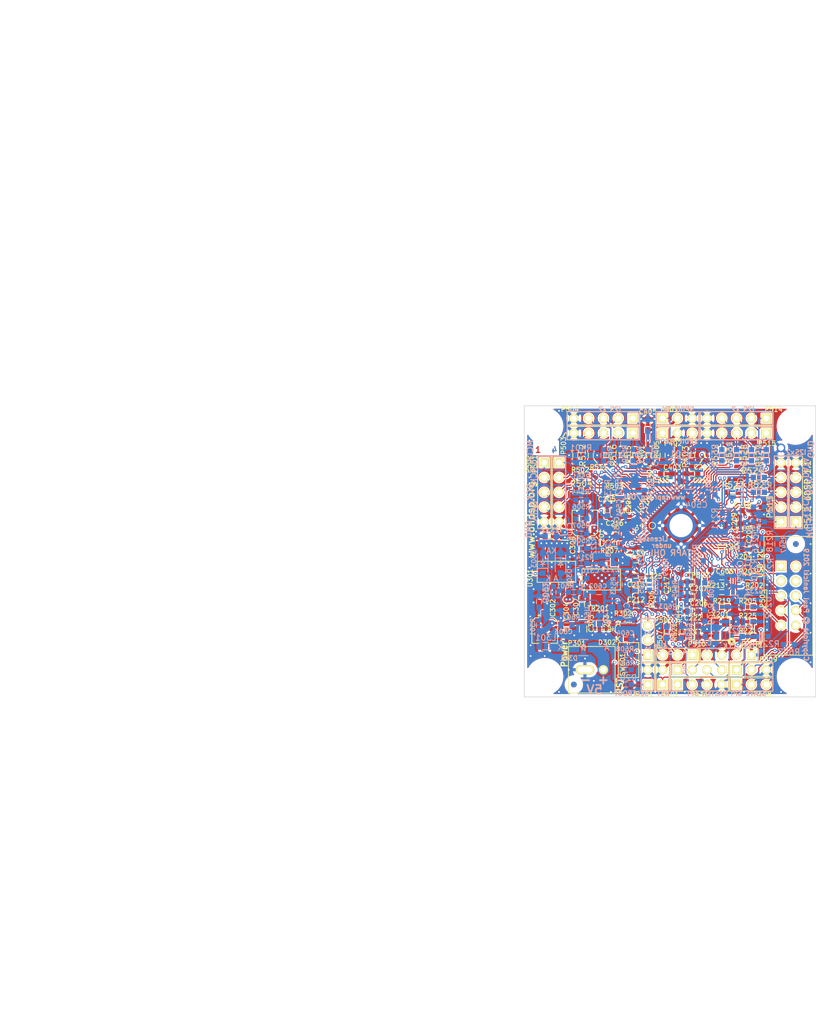
<source format=kicad_pcb>
(kicad_pcb (version 20221018) (generator pcbnew)
  (title_block (title "uDSP") (date "2019-04-02") (rev "1.1") (company "Open Hardware DSP Platform - www.ohdsp.org") (comment 1 "MERCHANTABILITY, SATISFACTORY QUALITY AND FITNESS FOR A PARTICULAR PURPOSE.") (comment 2 "is distributed WITHOUT ANY EXPRESS OR IMPLIED WARRANTY, INCLUDING OF") (comment 3 "Licensed under the TAPR Open Hardware License (www.tapr.org/OHL). This documentation") (comment 4 "Copyright Paul Janicki 2019"))
  (layers (0 "F.Cu" jumper) (1 "In1.Cu" power) (2 "In2.Cu" mixed) (31 "B.Cu" jumper) (34 "B.Paste" user) (35 "F.Paste" user) (36 "B.SilkS" user "B.Silkscreen") (37 "F.SilkS" user "F.Silkscreen") (38 "B.Mask" user) (39 "F.Mask" user) (44 "Edge.Cuts" user))
  (net 0 "")
  (net 1 "GNDD")
  (net 2 "VCC")
  (net 3 "Net-(C501-Pad1)")
  (net 4 "/Connectors/MCLKA1")
  (net 5 "/Connectors/MCLKB1")
  (net 6 "/Connectors/MCLKB2")
  (net 7 "/Connectors/MCLKB3")
  (net 8 "/Connectors/MCLKB4")
  (net 9 "/Connectors/MCLKA2")
  (net 10 "/Connectors/MCLKA3")
  (net 11 "/Connectors/MCLKA4")
  (net 12 "Net-(P501-Pad4)")
  (net 13 "Net-(P502-Pad4)")
  (net 14 "Net-(P503-Pad4)")
  (net 15 "Net-(P504-Pad2)")
  (net 16 "Net-(P504-Pad4)")
  (net 17 "Net-(P501-Pad2)")
  (net 18 "Net-(P502-Pad2)")
  (net 19 "Net-(P503-Pad2)")
  (net 20 "Net-(P507-Pad2)")
  (net 21 "Net-(P512-Pad2)")
  (net 22 "+3V3")
  (net 23 "/MAN_RESET")
  (net 24 "+1V2")
  (net 25 "/AUXADC1")
  (net 26 "/AUXADC2")
  (net 27 "/AUXADC3")
  (net 28 "/AUXADC4")
  (net 29 "/AUXADC5")
  (net 30 "/AUXADC6")
  (net 31 "/SPDIF_RX")
  (net 32 "/SPI_MISO")
  (net 33 "/SPI_SCLK")
  (net 34 "/SPI_MOSI")
  (net 35 "/SPI_SS")
  (net 36 "/SPI_M_CLK")
  (net 37 "/SPI_M_MOSI")
  (net 38 "/SPI_M_MUTE")
  (net 39 "/SPI_M_MISO")
  (net 40 "/MCLK")
  (net 41 "/SPDIF_TX")
  (net 42 "/IN_LRCLK3")
  (net 43 "/IN_BCLK3")
  (net 44 "/IN_SDATA3")
  (net 45 "/IN_LRCLK2")
  (net 46 "/IN_BCLK2")
  (net 47 "/IN_SDATA2")
  (net 48 "/IN_LRCLK1")
  (net 49 "/IN_BCLK1")
  (net 50 "/IN_SDATA1")
  (net 51 "/IN_LRCLK0")
  (net 52 "/IN_BCLK0")
  (net 53 "/IN_SDATA0")
  (net 54 "/OUT_LRCLK0")
  (net 55 "/OUT_BCLK0")
  (net 56 "/OUT_SDATA0")
  (net 57 "/OUT_LRCLK1")
  (net 58 "/OUT_BCLK1")
  (net 59 "/OUT_SDATA1")
  (net 60 "/OUT_LRCLK2")
  (net 61 "/OUT_BCLK2")
  (net 62 "/OUT_SDATA2")
  (net 63 "/OUT_LRCLK3")
  (net 64 "/OUT_BCLK3")
  (net 65 "/OUT_SDATA3")
  (net 66 "/GLB_RESET")
  (net 67 "Net-(R601-Pad2)")
  (net 68 "Net-(P201-Pad2)")
  (net 69 "Net-(P512-Pad4)")
  (net 70 "Net-(P601-Pad1)")
  (net 71 "Net-(R220-Pad1)")
  (net 72 "Net-(TP201-Pad1)")
  (net 73 "Net-(TP202-Pad1)")
  (net 74 "/SPDIF/SPDIF_3V3")
  (net 75 "Net-(P506-Pad2)")
  (net 76 "Net-(P401-Pad1)")
  (net 77 "Net-(P507-Pad1)")
  (net 78 "Net-(P512-Pad3)")
  (net 79 "Net-(P504-Pad3)")
  (net 80 "Net-(P507-Pad3)")
  (net 81 "Net-(P515-Pad3)")
  (net 82 "Net-(P515-Pad4)")
  (net 83 "Net-(P515-Pad2)")
  (net 84 "Net-(P501-Pad3)")
  (net 85 "Net-(P513-Pad4)")
  (net 86 "Net-(P503-Pad3)")
  (net 87 "Net-(P513-Pad2)")
  (net 88 "Net-(P513-Pad3)")
  (net 89 "Net-(P514-Pad3)")
  (net 90 "Net-(P502-Pad3)")
  (net 91 "Net-(P514-Pad2)")
  (net 92 "Net-(P514-Pad4)")
  (net 93 "Net-(P506-Pad3)")
  (net 94 "Net-(P506-Pad1)")
  (net 95 "Net-(R212-Pad1)")
  (net 96 "Net-(C604-Pad1)")
  (net 97 "Net-(R603-Pad2)")
  (net 98 "Net-(C227-Pad1)")
  (net 99 "Net-(D302-Pad1)")
  (net 100 "Net-(C403-Pad1)")
  (net 101 "Net-(C403-Pad2)")
  (net 102 "Net-(D301-Pad2)")
  (net 103 "Net-(C301-Pad1)")
  (net 104 "Net-(R211-Pad1)")
  (net 105 "Net-(R208-Pad1)")
  (net 106 "Net-(C212-Pad2)")
  (net 107 "Net-(C213-Pad2)")
  (net 108 "Net-(R216-Pad2)")
  (net 109 "Net-(R223-Pad1)")
  (net 110 "Net-(C603-Pad1)")
  (net 111 "Net-(R209-Pad1)")
  (net 112 "Net-(R210-Pad1)")
  (net 113 "Net-(D301-Pad1)")
  (net 114 "Net-(R207-Pad2)")
  (net 115 "Net-(R544-Pad1)")
  (net 116 "Net-(R547-Pad1)")
  (net 117 "Net-(R546-Pad1)")
  (net 118 "Net-(R545-Pad1)")
  (net 119 "/DSP_RESET")
  (net 120 "Net-(P510-Pad2)")
  (net 121 "Net-(C504-Pad1)")
  (net 122 "/DSP/XTALIN")
  (net 123 "/DSP/AVDD")
  (net 124 "/DSP/PVDD")
  (net 125 "/DSP/MCLK_ADAU")
  (net 126 "/DSP/XTALOUT")
  (net 127 "/DSP/SS_ADDR0")
  (net 128 "/DSP/SELFBOOT")
  (net 129 "/DSP/MOSI_ADDR1")
  (net 130 "/DSP/SCLK_SCL")
  (net 131 "/DSP/MISO_SDA")
  (net 132 "/SPI_M_CS1")
  (net 133 "/SPI_M_CS2")
  (footprint "MyKiCadLibs-Footprints:SMD-0805" (layer "F.Cu") (at 117.08 124.335 -90)
    (fp_text reference "C303")
    (fp_text value "22u" hide)
  )
  (footprint "MyKiCadLibs-Footprints:TP-1mm" (layer "F.Cu") (at 127.555 101.348)
    (fp_text reference "TP201" hide)
    (fp_text value "PIN")
  )
  (footprint "MyKiCadLibs-Footprints:TP-1mm" (layer "F.Cu") (at 126.539 100.205)
    (fp_text reference "TP202" hide)
    (fp_text value "PIN")
  )
  (footprint "MyKiCadLibs-Footprints:TP-TH-1mm" (layer "F.Cu") (at 151.05 93.22)
    (fp_text reference "TP502" hide)
    (fp_text value "PIN")
  )
  (footprint "MyKiCadLibs-Footprints:SMD-0603" (layer "F.Cu") (at 123.745 104.015 90)
    (fp_text reference "C204")
    (fp_text value "100n" hide)
  )
  (footprint "MyKiCadLibs-Footprints:SMD-0603" (layer "F.Cu") (at 121.205 104.015 90)
    (fp_text reference "C205")
    (fp_text value "10n" hide)
  )
  (footprint "MyKiCadLibs-Footprints:SMD-0603" (layer "F.Cu") (at 146.605 107.19 90)
    (fp_text reference "C208")
    (fp_text value "100n" hide)
  )
  (footprint "MyKiCadLibs-Footprints:SMD-0603" (layer "F.Cu") (at 144.065 107.19 90)
    (fp_text reference "C209")
    (fp_text value "10n" hide)
  )
  (footprint "MyKiCadLibs-Footprints:SMD-0603" (layer "F.Cu") (at 135.81 97.665 180)
    (fp_text reference "C210")
    (fp_text value "100n" hide)
  )
  (footprint "MyKiCadLibs-Footprints:SMD-0603" (layer "F.Cu") (at 138.35 94.49 90)
    (fp_text reference "C211")
    (fp_text value "10n" hide)
  )
  (footprint "MyKiCadLibs-Footprints:SMD-0603" (layer "F.Cu") (at 131.365 97.665)
    (fp_text reference "C215")
    (fp_text value "100n" hide)
  )
  (footprint "MyKiCadLibs-Footprints:SMD-0603" (layer "F.Cu") (at 122.475 107.19 180)
    (fp_text reference "C216")
    (fp_text value "100n" hide)
  )
  (footprint "MyKiCadLibs-Footprints:SMD-0603" (layer "F.Cu") (at 132.508 117.477 -90)
    (fp_text reference "C217")
    (fp_text value "100n" hide)
  )
  (footprint "MyKiCadLibs-Footprints:SMD-0603" (layer "F.Cu") (at 145.335 104.015)
    (fp_text reference "C218")
    (fp_text value "100n" hide)
  )
  (footprint "MyKiCadLibs-Footprints:SMD-0603" (layer "F.Cu") (at 126.158 115.191 180)
    (fp_text reference "C225")
    (fp_text value "100n" hide)
  )
  (footprint "MyKiCadLibs-Footprints:SMD-0603" (layer "F.Cu") (at 126.158 120.271)
    (fp_text reference "C212")
    (fp_text value "5n6" hide)
  )
  (footprint "MyKiCadLibs-Footprints:SMD-0603" (layer "F.Cu") (at 126.158 117.731)
    (fp_text reference "C213")
    (fp_text value "150p" hide)
  )
  (footprint "MyKiCadLibs-Footprints:SMD-0603" (layer "F.Cu") (at 129.841 119.255 90)
    (fp_text reference "R206")
    (fp_text value "4k3" hide)
  )
  (footprint "MyKiCadLibs-Footprints:CONN-2WAY-2.54mm-3.81mm-SPACING" (layer "F.Cu") (at 120.57 131.32 180)
    (fp_text reference "P301")
    (fp_text value "CONN_2x1" hide)
  )
  (footprint "MyKiCadLibs-Footprints:CONN_SIL_2_1MM" (layer "F.Cu") (at 128.19 133.86 90)
    (fp_text reference "JP201")
    (fp_text value "CONN_2x1" hide)
  )
  (footprint "MyKiCadLibs-Footprints:CONN_DIL_2X5_BOX_1MM" (layer "F.Cu") (at 152.32 118.62)
    (fp_text reference "P505")
    (fp_text value "CONN_02X05" hide)
  )
  (footprint "MyKiCadLibs-Footprints:MNT_HOLE_3.2mm" (layer "F.Cu") (at 110.5 132.5)
    (fp_text reference "MNT301" hide)
    (fp_text value "MNT_HOLE" hide)
  )
  (footprint "MyKiCadLibs-Footprints:MNT_HOLE_3.2mm" (layer "F.Cu") (at 153.5 132.5)
    (fp_text reference "MNT303" hide)
    (fp_text value "MNT_HOLE" hide)
  )
  (footprint "MyKiCadLibs-Footprints:MNT_HOLE_3.2mm" (layer "F.Cu") (at 153.5 89.5)
    (fp_text reference "MNT302" hide)
    (fp_text value "MNT_HOLE" hide)
  )
  (footprint "MyKiCadLibs-Footprints:MNT_HOLE_3.2mm" (layer "F.Cu") (at 110.5 89.5)
    (fp_text reference "MNT304" hide)
    (fp_text value "MNT_HOLE" hide)
  )
  (footprint "MyKiCadLibs-Footprints:FID-1MM-3MM" (layer "F.Cu") (at 115.49 133.86)
    (fp_text reference "FID301" hide)
    (fp_text value "MNT_HOLE" hide)
  )
  (footprint "MyKiCadLibs-Footprints:FID-1MM-3MM" (layer "F.Cu") (at 153.59 109.73)
    (fp_text reference "FID303" hide)
    (fp_text value "MNT_HOLE" hide)
  )
  (footprint "MyKiCadLibs-Footprints:IC-SOT-223" (layer "F.Cu") (at 112.5 114.5)
    (fp_text reference "U301")
    (fp_text value "TLV1117LV33DCY" hide)
  )
  (footprint "MyKiCadLibs-Footprints:CONN_SIL_2_1MM" (layer "F.Cu") (at 130.73 133.86 90)
    (fp_text reference "P601")
    (fp_text value "CONN_2x1" hide)
  )
  (footprint "MyKiCadLibs-Footprints:CONN_SIL_3_1MM" (layer "F.Cu") (at 130.73 90.68)
    (fp_text reference "P402")
    (fp_text value "CONN_3x1" hide)
  )
  (footprint "MyKiCadLibs-Footprints:CONN_SIL_5_1MM" (layer "F.Cu") (at 153.59 105.92 90)
    (fp_text reference "P512")
    (fp_text value "CONN_5x1" hide)
  )
  (footprint "MyKiCadLibs-Footprints:CONN_SIL_5_1MM" (layer "F.Cu") (at 151.05 105.92 90)
    (fp_text reference "P513")
    (fp_text value "CONN_5x1" hide)
  )
  (footprint "MyKiCadLibs-Footprints:CONN_SIL_5_1MM" (layer "F.Cu") (at 148.51 90.68 180)
    (fp_text reference "P515")
    (fp_text value "CONN_5x1" hide)
  )
  (footprint "MyKiCadLibs-Footprints:CONN_SIL_5_1MM" (layer "F.Cu") (at 112.95 95.76 -90)
    (fp_text reference "P501")
    (fp_text value "CONN_5x1" hide)
  )
  (footprint "MyKiCadLibs-Footprints:CONN_SIL_5_1MM" (layer "F.Cu") (at 110.41 95.76 -90)
    (fp_text reference "P502")
    (fp_text value "CONN_5x1" hide)
  )
  (footprint "MyKiCadLibs-Footprints:CONN_SIL_5_1MM" (layer "F.Cu") (at 125.65 90.68 180)
    (fp_text reference "P503")
    (fp_text value "CONN_5x1" hide)
  )
  (footprint "MyKiCadLibs-Footprints:CONN_SIL_5_1MM" (layer "F.Cu") (at 125.65 88.14 180)
    (fp_text reference "P504")
    (fp_text value "CONN_5x1" hide)
  )
  (footprint "MyKiCadLibs-Footprints:CONN_SIL_4_1MM" (layer "F.Cu") (at 133.27 133.86)
    (fp_text reference "P511")
    (fp_text value "CONN_4x1" hide)
  )
  (footprint "MyKiCadLibs-Footprints:CONN_SIL_3_1MM" (layer "F.Cu") (at 135.81 128.78 180)
    (fp_text reference "P507")
    (fp_text value "CONN_3x1" hide)
  )
  (footprint "MyKiCadLibs-Footprints:CONN_SIL_3_1MM" (layer "F.Cu") (at 143.43 133.86)
    (fp_text reference "P508")
    (fp_text value "CONN_3x1" hide)
  )
  (footprint "MyKiCadLibs-Footprints:SMD-0603" (layer "F.Cu") (at 145.335 117.985 180)
    (fp_text reference "R202")
    (fp_text value "22" hide)
  )
  (footprint "MyKiCadLibs-Footprints:SMD-0603" (layer "F.Cu") (at 145.335 115.445 180)
    (fp_text reference "R203")
    (fp_text value "0" hide)
  )
  (footprint "MyKiCadLibs-Footprints:SMD-0603" (layer "F.Cu") (at 145.335 120.525 180)
    (fp_text reference "R205")
    (fp_text value "0" hide)
  )
  (footprint "MyKiCadLibs-Footprints:SMD-0603" (layer "F.Cu") (at 145.335 112.905 180)
    (fp_text reference "R204")
    (fp_text value "0" hide)
  )
  (footprint "MyKiCadLibs-Footprints:IC-SOT-223" (layer "F.Cu") (at 120.189 115.826 180)
    (fp_text reference "TR201")
    (fp_text value "NJT4030PT3G" hide)
  )
  (footprint "MyKiCadLibs-Footprints:SMD-0603" (layer "F.Cu") (at 135.89 121.285 180)
    (fp_text reference "C222")
    (fp_text value "33p" hide)
  )
  (footprint "MyKiCadLibs-Footprints:SMD-0603" (layer "F.Cu") (at 140.89 120.525)
    (fp_text reference "R219")
    (fp_text value "100" hide)
  )
  (footprint "MyKiCadLibs-Footprints:SMD-0603" (layer "F.Cu") (at 145.335 125.605)
    (fp_text reference "R221")
    (fp_text value "N/F" hide)
  )
  (footprint "MyKiCadLibs-Footprints:SMD-0603" (layer "F.Cu") (at 145.335 123.065)
    (fp_text reference "R225")
    (fp_text value "N/F" hide)
  )
  (footprint "MyKiCadLibs-Footprints:IC-LFCSP72-HANDFIT" (layer "F.Cu") (at 133.905 106.561981 45)
    (fp_text reference "U201")
    (fp_text value "ADAU1452WBCPZ" hide)
  )
  (footprint "MyKiCadLibs-Footprints:SMD-0603" (layer "F.Cu") (at 140.89 115.445)
    (fp_text reference "C605")
    (fp_text value "100n" hide)
  )
  (footprint "MyKiCadLibs-Footprints:TP-1mm" (layer "F.Cu") (at 138.985 114.175)
    (fp_text reference "TP602")
    (fp_text value "PIN" hide)
  )
  (footprint "MyKiCadLibs-Footprints:SMD-0603" (layer "F.Cu") (at 122.475 109.73)
    (fp_text reference "R207")
    (fp_text value "1K" hide)
  )
  (footprint "MyKiCadLibs-Footprints:SMD-0603" (layer "F.Cu") (at 118.411 94.49 -90)
    (fp_text reference "R511")
    (fp_text value "0" hide)
  )
  (footprint "MyKiCadLibs-Footprints:SMD-0603" (layer "F.Cu") (at 115.744 94.49 -90)
    (fp_text reference "R512")
    (fp_text value "0" hide)
  )
  (footprint "MyKiCadLibs-Footprints:SMD-0603" (layer "F.Cu") (at 116.76 100.5205)
    (fp_text reference "R504")
    (fp_text value "0" hide)
  )
  (footprint "MyKiCadLibs-Footprints:SMD-0603" (layer "F.Cu") (at 122.475 100.84)
    (fp_text reference "R503")
    (fp_text value "0" hide)
  )
  (footprint "MyKiCadLibs-Footprints:SMD-0603" (layer "F.Cu") (at 116.76 97.9805)
    (fp_text reference "R502")
    (fp_text value "0" hide)
  )
  (footprint "MyKiCadLibs-Footprints:SMD-0603" (layer "F.Cu") (at 148.51 94.49 90)
    (fp_text reference "R527")
    (fp_text value "22" hide)
  )
  (footprint "MyKiCadLibs-Footprints:SMD-0603" (layer "F.Cu") (at 140.89 94.49 90)
    (fp_text reference "R532")
    (fp_text value "22" hide)
  )
  (footprint "MyKiCadLibs-Footprints:SMD-0603" (layer "F.Cu") (at 143.43 94.49 90)
    (fp_text reference "R531")
    (fp_text value "22" hide)
  )
  (footprint "MyKiCadLibs-Footprints:SMD-0603" (layer "F.Cu") (at 145.97 94.49 90)
    (fp_text reference "R528")
    (fp_text value "22" hide)
  )
  (footprint "MyKiCadLibs-Footprints:SMD-0603" (layer "F.Cu") (at 123.745 94.49 -90)
    (fp_text reference "R515")
    (fp_text value "0" hide)
  )
  (footprint "MyKiCadLibs-Footprints:SMD-0603" (layer "F.Cu") (at 147.24 100.84)
    (fp_text reference "R523")
    (fp_text value "22" hide)
  )
  (footprint "MyKiCadLibs-Footprints:SMD-0603" (layer "F.Cu") (at 142.795 100.84)
    (fp_text reference "R522")
    (fp_text value "22" hide)
  )
  (footprint "MyKiCadLibs-Footprints:SMD-0603" (layer "F.Cu") (at 121.078 94.49 -90)
    (fp_text reference "R516")
    (fp_text value "0" hide)
  )
  (footprint "MyKiCadLibs-Footprints:XTAL_3.2x2.5_4PIN" (layer "F.Cu") (at 140.675 124.335 90)
    (fp_text reference "X201")
    (fp_text value "24M576" hide)
  )
  (footprint "MyKiCadLibs-Footprints:CONN_SIL_3_1MM" (layer "F.Cu") (at 143.43 131.32)
    (fp_text reference "P509")
    (fp_text value "CONN_3x1" hide)
  )
  (footprint "MyKiCadLibs-Footprints:SMD-0603" (layer "F.Cu") (at 147.24 98.3)
    (fp_text reference "R524")
    (fp_text value "22" hide)
  )
  (footprint "MyKiCadLibs-Footprints:SMD-0603" (layer "F.Cu") (at 119.888 124.333 -90)
    (fp_text reference "C203")
    (fp_text value "100n" hide)
  )
  (footprint "MyKiCadLibs-Footprints:SMD-0603" (layer "F.Cu") (at 128.3805 94.49 -90)
    (fp_text reference "C404")
    (fp_text value "100n" hide)
  )
  (footprint "MyKiCadLibs-Footprints:SMD-0603" (layer "F.Cu") (at 133.27 94.49 90)
    (fp_text reference "C403")
    (fp_text value "10n" hide)
  )
  (footprint "MyKiCadLibs-Footprints:SMD-0603" (layer "F.Cu") (at 128.19 89.156 90)
    (fp_text reference "C405")
    (fp_text value "100n" hide)
  )
  (footprint "MyKiCadLibs-Footprints:CONN_SIL_4_1MM" (layer "F.Cu") (at 145.97 128.78 180)
    (fp_text reference "P201")
    (fp_text value "CONN_4x1" hide)
  )
  (footprint "MyKiCadLibs-Footprints:SMD-0603" (layer "F.Cu") (at 145.335 110.68)
    (fp_text reference "C220")
    (fp_text value "10n" hide)
  )
  (footprint "MyKiCadLibs-Footprints:SW_TACT_SMD_FSMSM" (layer "F.Cu") (at 124.888 129.669)
    (fp_text reference "SW601")
    (fp_text value "FSMSM" hide)
  )
  (footprint "MyKiCadLibs-Footprints:SMD-0603" (layer "F.Cu") (at 134.159 124.775 90)
    (fp_text reference "R517")
    (fp_text value "4K7" hide)
  )
  (footprint "MyKiCadLibs-Footprints:SMD-0603" (layer "F.Cu") (at 131.492 124.775 90)
    (fp_text reference "R521")
    (fp_text value "4K7" hide)
  )
  (footprint "MyKiCadLibs-Footprints:SMD-0603" (layer "F.Cu") (at 135.81 94.49 90)
    (fp_text reference "R403")
    (fp_text value "22" hide)
  )
  (footprint "MyKiCadLibs-Footprints:CONN_SIL_4_1MM" (layer "F.Cu") (at 133.27 131.32)
    (fp_text reference "P510")
    (fp_text value "CONN_4x1" hide)
  )
  (footprint "MyKiCadLibs-Footprints:CAP-SMD-SIZE-B" (layer "F.Cu") (at 117.395 106.1085 180)
    (fp_text reference "C201")
    (fp_text value "22u" hide)
  )
  (footprint "MyKiCadLibs-Footprints:CAP-SMD-SIZE-B" (layer "F.Cu") (at 110.49 124.587)
    (fp_text reference "C302")
    (fp_text value "10u" hide)
  )
  (footprint "MyKiCadLibs-Footprints:SMD-0603" (layer "F.Cu") (at 111.5 108.46 180)
    (fp_text reference "C305")
    (fp_text value "100n" hide)
  )
  (footprint "MyKiCadLibs-Footprints:SMD-0603" (layer "F.Cu") (at 114.22 124.335 -90)
    (fp_text reference "C304")
    (fp_text value "100n" hide)
  )
  (footprint "MyKiCadLibs-Footprints:SMD-0603" (layer "F.Cu") (at 126.158 112.524 180)
    (fp_text reference "C233")
    (fp_text value "100n" hide)
  )
  (footprint "MyKiCadLibs-Footprints:SMD-0603" (layer "F.Cu") (at 116.887 120.0805 -90)
    (fp_text reference "C307")
    (fp_text value "100n" hide)
  )
  (footprint "MyKiCadLibs-Footprints:SMD-0603" (layer "F.Cu") (at 140.89 117.985)
    (fp_text reference "R213")
    (fp_text value "22" hide)
  )
  (footprint "MyKiCadLibs-Footprints:SMD-0603" (layer "F.Cu") (at 135.89 118.745 180)
    (fp_text reference "C206")
    (fp_text value "100n" hide)
  )
  (footprint "MyKiCadLibs-Footprints:SMD-0603" (layer "F.Cu") (at 135.89 116.205 180)
    (fp_text reference "C207")
    (fp_text value "10n" hide)
  )
  (footprint "MyKiCadLibs-Footprints:SMD-0603" (layer "F.Cu") (at 136.84 124.775 -90)
    (fp_text reference "C227")
    (fp_text value "33p" hide)
  )
  (footprint "MyKiCadLibs-Footprints:SMD-0603-LED" (layer "F.Cu") (at 122.174 124.3355 -90)
    (fp_text reference "D302")
    (fp_text value "LED 0603" hide)
  )
  (footprint "MyKiCadLibs-Footprints:SMD-0603" (layer "F.Cu") (at 124.968 122.809 180)
    (fp_text reference "R302")
    (fp_text value "470" hide)
  )
  (footprint "MyKiCadLibs-Footprints:CONN_SIL_3_1MM" (layer "F.Cu") (at 130.73 88.14)
    (fp_text reference "P401")
    (fp_text value "CONN_3x1" hide)
  )
  (footprint "MyKiCadLibs-Footprints:CONN_SIL_5_1MM" (layer "F.Cu") (at 148.51 88.14 180)
    (fp_text reference "P514")
    (fp_text value "CONN_5x1" hide)
  )
  (footprint "MyKiCadLibs-Footprints:CONN_SIL_3_1MM" (layer "F.Cu") (at 128.19 128.78 90)
    (fp_text reference "P506")
    (fp_text value "CONN_3x1" hide)
  )
  (footprint "MyKiCadLibs-Footprints:SMD-0603" (layer "F.Cu") (at 126.031 94.49 -90)
    (fp_text reference "C401")
    (fp_text value "100p" hide)
  )
  (footprint "MyKiCadLibs-Footprints:SMD-0603" (layer "F.Cu") (at 130.73 94.49 90)
    (fp_text reference "R405")
    (fp_text value "10K" hide)
  )
  (footprint "MyKiCadLibs-Footprints:SMD-0805" (layer "B.Cu") (at 110.664 127.256 180)
    (fp_text reference "L301")
    (fp_text value "600R@100MHz" hide)
  )
  (footprint "MyKiCadLibs-Footprints:IC_SOIC_8" (layer "B.Cu") (at 131.365 99.57)
    (fp_text reference "U501")
    (fp_text value "NB3L553" hide)
  )
  (footprint "MyKiCadLibs-Footprints:DIODE-SOD-123" (layer "B.Cu") (at 110.156 113.032 90)
    (fp_text reference "D303")
    (fp_text value "1N5819HW" hide)
  )
  (footprint "MyKiCadLibs-Footprints:DIODE-SOD-123" (layer "B.Cu") (at 113.204 113.032 -90)
    (fp_text reference "D304")
    (fp_text value "1N5819HW" hide)
  )
  (footprint "MyKiCadLibs-Footprints:DIODE-SMA" (layer "B.Cu") (at 117.141 127.51 180)
    (fp_text reference "D301")
    (fp_text value "B240A" hide)
  )
  (footprint "MyKiCadLibs-Footprints:FID-1MM-3MM" (layer "B.Cu") (at 115.49 133.86)
    (fp_text reference "FID302" hide)
    (fp_text value "MNT_HOLE" hide)
  )
  (footprint "MyKiCadLibs-Footprints:FID-1MM-3MM" (layer "B.Cu") (at 153.59 109.73)
    (fp_text reference "FID304" hide)
    (fp_text value "MNT_HOLE" hide)
  )
  (footprint "MyKiCadLibs-Footprints:IC-SOT23-6" (layer "B.Cu") (at 119.808 122.049 180)
    (fp_text reference "U601")
    (fp_text value "NCP308SNADJT1G" hide)
  )
  (footprint "MyKiCadLibs-Footprints:SMD-0805" (layer "B.Cu") (at 142.621 100.457 90)
    (fp_text reference "C214")
    (fp_text value "10u" hide)
  )
  (footprint "MyKiCadLibs-Footprints:SMD-0603" (layer "B.Cu") (at 138.985 125.605)
    (fp_text reference "C230")
    (fp_text value "100n" hide)
  )
  (footprint "MyKiCadLibs-Footprints:SMD-0603" (layer "B.Cu") (at 124.38 126.113)
    (fp_text reference "C604")
    (fp_text value "10n" hide)
  )
  (footprint "MyKiCadLibs-Footprints:SMD-0603" (layer "B.Cu") (at 133.905 124.97 90)
    (fp_text reference "C606")
    (fp_text value "100n" hide)
  )
  (footprint "MyKiCadLibs-Footprints:SMD-0603" (layer "B.Cu") (at 115.5 118 180)
    (fp_text reference "R601")
    (fp_text value "18K7" hide)
  )
  (footprint "MyKiCadLibs-Footprints:SMD-0603" (layer "B.Cu") (at 114.22 121.16 180)
    (fp_text reference "R602")
    (fp_text value "10K" hide)
  )
  (footprint "MyKiCadLibs-Footprints:SMD-0603" (layer "B.Cu") (at 132.955 121.414 180)
    (fp_text reference "R603")
    (fp_text value "2K2" hide)
  )
  (footprint "MyKiCadLibs-Footprints:SMD-0603" (layer "B.Cu") (at 124.38 131.32)
    (fp_text reference "R604")
    (fp_text value "100" hide)
  )
  (footprint "MyKiCadLibs-Footprints:SMD-0603" (layer "B.Cu") (at 133.905 117.477 90)
    (fp_text reference "R605")
    (fp_text value "100" hide)
  )
  (footprint "MyKiCadLibs-Footprints:SMD-0603" (layer "B.Cu") (at 152.4 127)
    (fp_text reference "R607")
    (fp_text value "0" hide)
  )
  (footprint "MyKiCadLibs-Footprints:SMD-0603" (layer "B.Cu") (at 114.22 123.7 180)
    (fp_text reference "C603")
    (fp_text value "10n" hide)
  )
  (footprint "MyKiCadLibs-Footprints:SMD-0603" (layer "B.Cu") (at 119.808 117.985 180)
    (fp_text reference "C602")
    (fp_text value "100n" hide)
  )
  (footprint "MyKiCadLibs-Footprints:SMD-0603" (layer "B.Cu") (at 143.256 105.41 -90)
    (fp_text reference "R212")
    (fp_text value "22" hide)
  )
  (footprint "MyKiCadLibs-Footprints:SMD-0603" (layer "B.Cu") (at 140.97 105.41 -90)
    (fp_text reference "R211")
    (fp_text value "22" hide)
  )
  (footprint "MyKiCadLibs-Footprints:SMD-0603" (layer "B.Cu") (at 124.38 133.86)
    (fp_text reference "R201")
    (fp_text value "1K" hide)
  )
  (footprint "MyKiCadLibs-Footprints:SMD-0603" (layer "B.Cu") (at 116.76 107.952)
    (fp_text reference "R508")
    (fp_text value "0" hide)
  )
  (footprint "MyKiCadLibs-Footprints:SMD-0603" (layer "B.Cu") (at 123.11 94.49 -90)
    (fp_text reference "R510")
    (fp_text value "0" hide)
  )
  (footprint "MyKiCadLibs-Footprints:SMD-0603" (layer "B.Cu") (at 120.57 94.49 -90)
    (fp_text reference "R514")
    (fp_text value "0" hide)
  )
  (footprint "MyKiCadLibs-Footprints:SMD-0603" (layer "B.Cu") (at 116.76 105.412)
    (fp_text reference "R507")
    (fp_text value "0" hide)
  )
  (footprint "MyKiCadLibs-Footprints:SMD-0603" (layer "B.Cu") (at 147.24 98.3)
    (fp_text reference "R520")
    (fp_text value "22" hide)
  )
  (footprint "MyKiCadLibs-Footprints:SMD-0603" (layer "B.Cu") (at 140.89 94.49 90)
    (fp_text reference "R530")
    (fp_text value "22" hide)
  )
  (footprint "MyKiCadLibs-Footprints:SMD-0603" (layer "B.Cu") (at 148.51 94.49 90)
    (fp_text reference "R526")
    (fp_text value "22" hide)
  )
  (footprint "MyKiCadLibs-Footprints:SMD-0603" (layer "B.Cu") (at 147.24 100.84)
    (fp_text reference "R519")
    (fp_text value "22" hide)
  )
  (footprint "MyKiCadLibs-Footprints:SMD-0603" (layer "B.Cu") (at 147.24 103.38)
    (fp_text reference "R518")
    (fp_text value "22" hide)
  )
  (footprint "MyKiCadLibs-Footprints:SMD-0603" (layer "B.Cu") (at 137.715 111.635 90)
    (fp_text reference "R535")
    (fp_text value "0" hide)
  )
  (footprint "MyKiCadLibs-Footprints:SMD-0603" (layer "B.Cu") (at 116.76 97.028 180)
    (fp_text reference "R551")
    (fp_text value "22" hide)
  )
  (footprint "MyKiCadLibs-Footprints:SMD-0603" (layer "B.Cu") (at 125.65 94.49 90)
    (fp_text reference "R550")
    (fp_text value "22" hide)
  )
  (footprint "MyKiCadLibs-Footprints:SMD-0603" (layer "B.Cu") (at 145.97 94.49 90)
    (fp_text reference "R549")
    (fp_text value "22" hide)
  )
  (footprint "MyKiCadLibs-Footprints:SMD-0603" (layer "B.Cu") (at 147.24 105.92)
    (fp_text reference "R548")
    (fp_text value "22" hide)
  )
  (footprint "MyKiCadLibs-Footprints:SMD-0603" (layer "B.Cu") (at 116.76 99.6315 180)
    (fp_text reference "R544")
    (fp_text value "22" hide)
  )
  (footprint "MyKiCadLibs-Footprints:SMD-0603" (layer "B.Cu") (at 143.43 94.49 90)
    (fp_text reference "R546")
    (fp_text value "22" hide)
  )
  (footprint "MyKiCadLibs-Footprints:SMD-0603" (layer "B.Cu") (at 128.19 94.49 90)
    (fp_text reference "R545")
    (fp_text value "22" hide)
  )
  (footprint "MyKiCadLibs-Footprints:SMD-0603" (layer "B.Cu") (at 139.7 100.33 90)
    (fp_text reference "R501")
    (fp_text value "1K" hide)
  )
  (footprint "MyKiCadLibs-Footprints:SMD-0603" (layer "B.Cu") (at 127.555 99.57 90)
    (fp_text reference "C503")
    (fp_text value "100n" hide)
  )
  (footprint "MyKiCadLibs-Footprints:SMD-0603" (layer "B.Cu") (at 127.555 103.888 -90)
    (fp_text reference "R404")
    (fp_text value "22" hide)
  )
  (footprint "MyKiCadLibs-Footprints:SMD-0603" (layer "B.Cu") (at 124.38 103.888 -90)
    (fp_text reference "C501")
    (fp_text value "100p" hide)
  )
  (footprint "MyKiCadLibs-Footprints:SMD-0603" (layer "B.Cu") (at 109.521 123.7 90)
    (fp_text reference "R301")
    (fp_text value "47" hide)
  )
  (footprint "MyKiCadLibs-Footprints:SMD-0603" (layer "B.Cu") (at 109.521 119.636 90)
    (fp_text reference "C301")
    (fp_text value "100p" hide)
  )
  (footprint "MyKiCadLibs-Footprints:SMD-0603" (layer "B.Cu") (at 116.76 102.1715)
    (fp_text reference "R506")
    (fp_text value "0" hide)
  )
  (footprint "MyKiCadLibs-Footprints:SMD-0603" (layer "B.Cu") (at 124.38 128.78 180)
    (fp_text reference "R608")
    (fp_text value "2K2" hide)
  )
  (footprint "MyKiCadLibs-Footprints:SMD-0603" (layer "B.Cu") (at 147.875 109.73 90)
    (fp_text reference "R218")
    (fp_text value "N/F" hide)
  )
  (footprint "MyKiCadLibs-Footprints:SMD-0603" (layer "B.Cu") (at 147.875 113.54 90)
    (fp_text reference "R217")
    (fp_text value "10K" hide)
  )
  (footprint "MyKiCadLibs-Footprints:SMD-0603" (layer "B.Cu") (at 145.335 109.73 90)
    (fp_text reference "R216")
    (fp_text value "22" hide)
  )
  (footprint "MyKiCadLibs-Footprints:SMD-0603" (layer "B.Cu") (at 143.43 125.605)
    (fp_text reference "R223")
    (fp_text value "10K" hide)
  )
  (footprint "MyKiCadLibs-Footprints:SMD-0603" (layer "B.Cu") (at 147.875 125.605 180)
    (fp_text reference "R220")
    (fp_text value "10K" hide)
  )
  (footprint "MyKiCadLibs-Footprints:SMD-0603" (layer "B.Cu") (at 145.335 113.54 -90)
    (fp_text reference "R210")
    (fp_text value "22" hide)
  )
  (footprint "MyKiCadLibs-Footprints:SMD-0603" (layer "B.Cu") (at 137.969 117.35 -90)
    (fp_text reference "R208")
    (fp_text value "22" hide)
  )
  (footprint "MyKiCadLibs-Footprints:SMD-0603" (layer "B.Cu") (at 137.969 122.049 -90)
    (fp_text reference "R209")
    (fp_text value "22" hide)
  )
  (footprint "MyKiCadLibs-Footprints:IC_SOIC_8" (layer "B.Cu") (at 146.859 119.255 180)
    (fp_text reference "U202")
    (fp_text value "M95M01-RMN6TP" hide)
  )
  (footprint "MyKiCadLibs-Footprints:SMD-0603" (layer "B.Cu") (at 121.332 113.032)
    (fp_text reference "C219")
    (fp_text value "100p" hide)
  )
  (footprint "MyKiCadLibs-Footprints:SMD-0603" (layer "B.Cu") (at 123.364 116.715 90)
    (fp_text reference "R513")
    (fp_text value "4K7" hide)
  )
  (footprint "MyKiCadLibs-Footprints:SMD-0603" (layer "B.Cu") (at 130.984 116.715 90)
    (fp_text reference "R509")
    (fp_text value "4K7" hide)
  )
  (footprint "MyKiCadLibs-Footprints:SMD-0603" (layer "B.Cu") (at 125.904 116.715 90)
    (fp_text reference "R505")
    (fp_text value "4K7" hide)
  )
  (footprint "MyKiCadLibs-Footprints:SMD-0603" (layer "B.Cu") (at 131.365 124.97 -90)
    (fp_text reference "R606")
    (fp_text value "100" hide)
  )
  (footprint "MyKiCadLibs-Footprints:SMD-0603" (layer "B.Cu") (at 136.525 101.6 180)
    (fp_text reference "C504")
    (fp_text value "1n" hide)
  )
  (footprint "MyKiCadLibs-Footprints:SMD-0603" (layer "B.Cu") (at 150.415 109.73 -90)
    (fp_text reference "R547")
    (fp_text value "22" hide)
  )
  (footprint "MyKiCadLibs-Footprints:SMD-0603" (layer "B.Cu") (at 120.316 109.476 90)
    (fp_text reference "C228")
    (fp_text value "100p" hide)
  )
  (footprint "MyKiCadLibs-Footprints:SMD-0603" (layer "B.Cu") (at 128.19 89.41 90)
    (fp_text reference "C402")
    (fp_text value "22u" hide)
  )
  (footprint "MyKiCadLibs-Footprints:SMD-0603" (layer "B.Cu") (at 116.76 115.572 180)
    (fp_text reference "C310")
    (fp_text value "10u" hide)
  )
  (footprint "MyKiCadLibs-Footprints:SMD-0603" (layer "B.Cu") (at 111.5 108.333 180)
    (fp_text reference "C306")
    (fp_text value "22u" hide)
  )
  (footprint "MyKiCadLibs-Footprints:SMD-0603" (layer "B.Cu") (at 146.605 116.715)
    (fp_text reference "C232")
    (fp_text value "10u" hide)
  )
  (footprint "MyKiCadLibs-Footprints:SMD-0603" (layer "B.Cu") (at 122.856 109.476 90)
    (fp_text reference "C231")
    (fp_text value "10u" hide)
  )
  (footprint "MyKiCadLibs-Footprints:SMD-0603" (layer "B.Cu") (at 124.38 99.57 90)
    (fp_text reference "C502")
    (fp_text value "22u" hide)
  )
  (footprint "MyKiCadLibs-Footprints:SMD-0603" (layer "B.Cu") (at 123.364 121.541 -90)
    (fp_text reference "C601")
    (fp_text value "10u" hide)
  )
  (footprint "MyKiCadLibs-Footprints:SMD-0603" (layer "B.Cu") (at 116.6965 94.49 180)
    (fp_text reference "R401")
    (fp_text value "1" hide)
  )
  (footprint "MyKiCadLibs-Footprints:SMD-0603" (layer "B.Cu") (at 125.904 112.082 90)
    (fp_text reference "C221")
    (fp_text value "10u" hide)
  )
  (footprint "MyKiCadLibs-Footprints:SMD-0603" (layer "B.Cu") (at 121.332 103.888 -90)
    (fp_text reference "R533")
    (fp_text value "1" hide)
  )
  (footprint "MyKiCadLibs-Footprints:SMD-0603" (layer "B.Cu") (at 116.76 110.492 180)
    (fp_text reference "R222")
    (fp_text value "1" hide)
  )
  (footprint "MyKiCadLibs-Footprints:SMD-0603" (layer "B.Cu") (at 116.76 113.032 180)
    (fp_text reference "R214")
    (fp_text value "1" hide)
  )
  (footprint "MyKiCadLibs-Footprints:SMD-0603" (layer "B.Cu") (at 128.444 116.715 90)
    (fp_text reference "R525")
    (fp_text value "4K7" hide)
  )
  (footprint "MyKiCadLibs-Footprints:SMD-0603" (layer "B.Cu") (at 142.795 116.08 90)
    (fp_text reference "C229")
    (fp_text value "100n" hide)
  )
  (footprint "MyKiCadLibs-Footprints:SMD-0603" (layer "B.Cu") (at 112 118 -90)
    (fp_text reference "R609")
    (fp_text value "N/F" hide)
  )
  (gr_line (start 119.427 86.997) (end 114.347 86.997) (stroke (width 0.2)) (layer "B.SilkS"))
  (gr_line (start 111.68 94.617) (end 111.68 106.555) (stroke (width 0.2)) (layer "B.SilkS"))
  (gr_line (start 114.093 94.617) (end 111.68 94.617) (stroke (width 0.2)) (layer "B.SilkS"))
  (gr_line (start 118.3005 109.728) (end 117.6655 109.855) (stroke (width 0.2)) (layer "B.SilkS"))
  (gr_line (start 109.267 94.617) (end 109.267 95.506) (stroke (width 0.2)) (layer "B.SilkS"))
  (gr_line (start 137.08 127.637) (end 134.921 127.637) (stroke (width 0.2)) (layer "B.SilkS"))
  (gr_line (start 149.653 130.05) (end 149.653 135.003) (stroke (width 0.2)) (layer "B.SilkS"))
  (gr_line (start 142.287 86.997) (end 137.207 86.997) (stroke (width 0.2)) (layer "B.SilkS"))
  (gr_line (start 130.603 86.997) (end 129.841 86.997) (stroke (width 0.2)) (layer "B.SilkS"))
  (gr_line (start 152.32 107.063) (end 149.907 107.063) (stroke (width 0.2)) (layer "B.SilkS"))
  (gr_line (start 129.587 89.41) (end 136.953 89.41) (stroke (width 0.2)) (layer "B.SilkS"))
  (gr_line (start 126.793 89.41) (end 126.793 91.823) (stroke (width 0.2)) (layer "B.SilkS"))
  (gr_line (start 129.587 89.41) (end 129.587 87.759) (stroke (width 0.2)) (layer "B.SilkS"))
  (gr_line (start 136.953 89.41) (end 136.953 91.823) (stroke (width 0.2)) (layer "B.SilkS"))
  (gr_line (start 149.653 86.997) (end 146.605 86.997) (stroke (width 0.2)) (layer "B.SilkS"))
  (gr_line (start 123.745 86.997) (end 126.412 86.997) (stroke (width 0.2)) (layer "B.SilkS"))
  (gr_line (start 129.587 89.41) (end 129.587 91.823) (stroke (width 0.2)) (layer "B.SilkS"))
  (gr_line (start 114.347 86.997) (end 114.347 89.41) (stroke (width 0.2)) (layer "B.SilkS"))
  (gr_line (start 114.347 89.41) (end 126.793 89.41) (stroke (width 0.2)) (layer "B.SilkS"))
  (gr_line (start 149.653 89.41) (end 149.653 91.823) (stroke (width 0.2)) (layer "B.SilkS"))
  (gr_line (start 132 135.003) (end 134.032 135.003) (stroke (width 0.2)) (layer "B.SilkS"))
  (gr_line (start 152.32 94.617) (end 152.32 107.063) (stroke (width 0.2)) (layer "B.SilkS"))
  (gr_line (start 149.653 135.003) (end 148.764 135.003) (stroke (width 0.2)) (layer "B.SilkS"))
  (gr_line (start 154.733 107.063) (end 154.733 105.412) (stroke (width 0.2)) (layer "B.SilkS"))
  (gr_line (start 142.16 135.003) (end 142.16 130.05) (stroke (width 0.2)) (layer "B.SilkS"))
  (gr_line (start 127.301 122.557) (end 127.047 122.557) (stroke (width 0.2)) (layer "B.SilkS"))
  (gr_line (start 147.113 127.637) (end 147.113 130.05) (stroke (width 0.2)) (layer "B.SilkS"))
  (gr_line (start 149.653 89.41) (end 149.653 86.997) (stroke (width 0.2)) (layer "B.SilkS"))
  (gr_line (start 136.953 89.41) (end 136.953 86.997) (stroke (width 0.2)) (layer "B.SilkS"))
  (gr_line (start 127.047 130.05) (end 149.653 130.05) (stroke (width 0.2)) (layer "B.SilkS"))
  (gr_line (start 126.793 89.41) (end 126.793 88.648) (stroke (width 0.2)) (layer "B.SilkS"))
  (gr_line (start 137.08 127.637) (end 137.08 130.05) (stroke (width 0.2)) (layer "B.SilkS"))
  (gr_line (start 127.047 122.557) (end 127.047 134.622) (stroke (width 0.2)) (layer "B.SilkS"))
  (gr_line (start 128.571 135.003) (end 129.46 135.003) (stroke (width 0.2)) (layer "B.SilkS"))
  (gr_line (start 129.46 135.003) (end 129.46 130.05) (stroke (width 0.2)) (layer "B.SilkS"))
  (gr_line (start 152.32 107.063) (end 154.733 107.063) (stroke (width 0.2)) (layer "B.SilkS"))
  (gr_line (start 114.347 91.823) (end 114.347 89.41) (stroke (width 0.2)) (layer "B.SilkS"))
  (gr_line (start 137.207 86.997) (end 137.207 89.41) (stroke (width 0.2)) (layer "B.SilkS"))
  (gr_line (start 136.953 86.997) (end 136.318 86.997) (stroke (width 0.2)) (layer "B.SilkS"))
  (gr_line (start 126.793 91.823) (end 114.347 91.823) (stroke (width 0.2)) (layer "B.SilkS"))
  (gr_line (start 149.907 107.063) (end 149.907 94.617) (stroke (width 0.2)) (layer "B.SilkS"))
  (gr_line (start 129.587 91.823) (end 130.984 91.823) (stroke (width 0.2)) (layer "B.SilkS"))
  (gr_line (start 135.302 120.652) (end 134.54 120.652) (stroke (width 0.2)) (layer "B.SilkS"))
  (gr_line (start 111.68 94.617) (end 109.267 94.617) (stroke (width 0.2)) (layer "B.SilkS"))
  (gr_line (start 149.907 94.617) (end 154.733 94.617) (stroke (width 0.2)) (layer "B.SilkS"))
  (gr_line (start 114.173 108.1405) (end 113.157 108.204) (stroke (width 0.2)) (layer "B.SilkS"))
  (gr_line (start 137.08 127.637) (end 140.763 127.637) (stroke (width 0.2)) (layer "B.SilkS"))
  (gr_line (start 129.333 122.557) (end 129.333 126.367) (stroke (width 0.2)) (layer "B.SilkS"))
  (gr_line (start 137.207 89.41) (end 149.653 89.41) (stroke (width 0.2)) (layer "B.SilkS"))
  (gr_line (start 129.333 122.557) (end 128.952 122.557) (stroke (width 0.2)) (layer "B.SilkS"))
  (gr_line (start 137.207 89.41) (end 137.207 91.823) (stroke (width 0.2)) (layer "B.SilkS"))
  (gr_line (start 137.207 91.823) (end 138.858 91.823) (stroke (width 0.2)) (layer "B.SilkS"))
  (gr_line (start 132 130.05) (end 132 135.003) (stroke (width 0.2)) (layer "B.SilkS"))
  (gr_line (start 149.653 91.823) (end 138.8745 91.821) (stroke (width 0.2)) (layer "B.SilkS"))
  (gr_line (start 114.093 107.063) (end 114.093 94.617) (stroke (width 0.2)) (layer "B.SilkS"))
  (gr_line (start 109.775 107.063) (end 109.267 107.063) (stroke (width 0.2)) (layer "B.SilkS"))
  (gr_line (start 130.937 126.8095) (end 131.318 127.3175) (stroke (width 0.2)) (layer "F.SilkS"))
  (gr_line (start 137.16 95.8215) (end 137.668 95.0595) (stroke (width 0.2)) (layer "F.SilkS"))
  (gr_line (start 130.175 123.317) (end 129.6035 123.698) (stroke (width 0.2)) (layer "F.SilkS"))
  (gr_line (start 114.554 109.093) (end 113.157 109.0295) (stroke (width 0.2)) (layer "F.SilkS"))
  (gr_line (start 136.7155 127.508) (end 136.953 130.685) (stroke (width 0.2)) (layer "F.SilkS"))
  (gr_line (start 132.2705 96.012) (end 132.588 95.5675) (stroke (width 0.2)) (layer "F.SilkS"))
  (gr_line (start 119.634 108.7755) (end 119.3165 108.3945) (stroke (width 0.2)) (layer "F.SilkS"))
  (gr_line (start 119.507 95.8215) (end 119.0625 95.3135) (stroke (width 0.2)) (layer "F.SilkS"))
  (gr_line (start 113.6015 91.313) (end 114.046 90.6145) (stroke (width 0.2)) (layer "F.SilkS"))
  (gr_line (start 107 136) (end 157 136) (stroke (width 0.1)) (layer "Edge.Cuts"))
  (gr_line (start 157 86) (end 107 86) (stroke (width 0.1)) (layer "Edge.Cuts"))
  (gr_line (start 107 86) (end 107 136) (stroke (width 0.1)) (layer "Edge.Cuts"))
  (gr_line (start 157 136) (end 157 86) (stroke (width 0.1)) (layer "Edge.Cuts"))
  (gr_text "1" (at 109.35 93.55) (layer "F.Cu") (effects (font (size 1 1) (thickness 0.2))))
  (gr_text "4" (at 112.15 93.6) (layer "B.Cu") (effects (font (size 1 1) (thickness 0.2)) (justify mirror)))
  (gr_text "I2S x2" (at 142.414 86.616) (layer "B.SilkS") (effects (font (size 0.8 0.8) (thickness 0.2)) (justify right mirror)))
  (gr_text "I2S x2" (at 119.554 86.616) (layer "B.SilkS") (effects (font (size 0.8 0.8) (thickness 0.2)) (justify right mirror)))
  (gr_text "I2S" (at 111.379 107.315) (layer "B.SilkS") (effects (font (size 0.8 0.8) (thickness 0.2)) (justify right mirror)))
  (gr_text "SPDIF RX" (at 131.111 92.077) (layer "B.SilkS") (effects (font (size 0.8 0.8) (thickness 0.2)) (justify right mirror)))
  (gr_text "x2" (at 151.812 93.982) (layer "B.SilkS") (effects (font (size 0.8 0.8) (thickness 0.2)) (justify right mirror)))
  (gr_text "I2S" (at 153.336 93.982) (layer "B.SilkS") (effects (font (size 0.8 0.8) (thickness 0.2)) (justify right mirror)))
  (gr_text "x2" (at 109.728 107.315) (layer "B.SilkS") (effects (font (size 0.8 0.8) (thickness 0.2)) (justify right mirror)))
  (gr_text "MASTER SPI" (at 138.477 135.384) (layer "B.SilkS") (effects (font (size 0.8 0.8) (thickness 0.2)) (justify mirror)))
  (gr_text "SLAVE SPI" (at 145.462 135.384) (layer "B.SilkS") (effects (font (size 0.8 0.8) (thickness 0.2)) (justify mirror)))
  (gr_text "EXT CLK" (at 143.557 127.256) (layer "B.SilkS") (effects (font (size 0.8 0.8) (thickness 0.2)) (justify mirror)))
  (gr_text "2" (at 128.19 124.97 90) (layer "B.SilkS") (effects (font (size 0.8 0.8) (thickness 0.2)) (justify mirror)))
  (gr_text "1" (at 128.19 127.637 90) (layer "B.SilkS") (effects (font (size 0.8 0.8) (thickness 0.2)) (justify mirror)))
  (gr_text "6" (at 129.587 128.272) (layer "B.SilkS") (effects (font (size 0.8 0.8) (thickness 0.2)) (justify mirror)))
  (gr_text "5" (at 132 128.272) (layer "B.SilkS") (effects (font (size 0.8 0.8) (thickness 0.2)) (justify mirror)))
  (gr_text "4" (at 134.54 128.272) (layer "B.SilkS") (effects (font (size 0.8 0.8) (thickness 0.2)) (justify mirror)))
  (gr_text "BCK" (at 107.997 100.84 90) (layer "B.SilkS") (effects (font (size 1 1) (thickness 0.2)) (justify mirror)))
  (gr_text "DATA" (at 108.632 104.015 90) (layer "B.SilkS") (effects (font (size 1 1) (thickness 0.2)) (justify mirror)))
  (gr_text "GND" (at 107.743 107.19 90) (layer "B.SilkS") (effects (font (size 1 1) (thickness 0.2)) (justify mirror)))
  (gr_text "DATA" (at 155.241 96.649 270) (layer "B.SilkS") (effects (font (size 1 1) (thickness 0.2)) (justify mirror)))
  (gr_text "LRCK" (at 155.241 103.126 270) (layer "B.SilkS") (effects (font (size 1 1) (thickness 0.2)) (justify mirror)))
  (gr_text "GND" (at 156.13 93.474 270) (layer "B.SilkS") (effects (font (size 1 1) (thickness 0.2)) (justify mirror)))
  (gr_text "MCLK" (at 155.876 106.809 270) (layer "B.SilkS") (effects (font (size 1 1) (thickness 0.2)) (justify mirror)))
  (gr_text "BCK" (at 155.876 99.824 270) (layer "B.SilkS") (effects (font (size 1 1) (thickness 0.2)) (justify mirror)))
  (gr_text "www.tapr.org/OHL" (at 129.2225 101.6635) (layer "B.SilkS") (effects (font (size 0.8 0.8) (thickness 0.2)) (justify mirror)))
  (gr_text "under\n" (at 130.603 109.984) (layer "B.SilkS") (effects (font (size 0.8 0.8) (thickness 0.2)) (justify mirror)))
  (gr_text "TAPR OHL" (at 132 111.252) (layer "B.SilkS") (effects (font (size 1 1) (thickness 0.2)) (justify mirror)))
  (gr_text "- +" (at 119.046 133.225 180) (layer "B.SilkS") (effects (font (size 1.5 1.5) (thickness 0.3)) (justify mirror)))
  (gr_text "5V" (at 119.046 134.749) (layer "B.SilkS") (effects (font (size 1.5 1.5) (thickness 0.3)) (justify mirror)))
  (gr_text "Licensed\n" (at 129.079 108.841) (layer "B.SilkS") (effects (font (size 0.8 0.8) (thickness 0.2)) (justify mirror)))
  (gr_text "3" (at 128.19 122.43 90) (layer "B.SilkS") (effects (font (size 0.8 0.8) (thickness 0.2)) (justify mirror)))
  (gr_text "SPDIF TX" (at 130.603 86.616) (layer "B.SilkS") (effects (font (size 0.8 0.8) (thickness 0.2)) (justify right mirror)))
  (gr_text "Copyright © Paul Janicki 2019" (at 155.368 120.144 270) (layer "B.SilkS") (effects (font (size 0.8 0.8) (thickness 0.2)) (justify mirror)))
  (gr_text "3V3" (at 134.54 131.32 90) (layer "B.SilkS") (effects (font (size 0.6 0.6)) (justify mirror)))
  (gr_text "AUX" (at 130.349 127.256) (layer "B.SilkS") (effects (font (size 0.8 0.8) (thickness 0.2)) (justify mirror)))
  (gr_text "RST" (at 130.857 135.384) (layer "B.SilkS") (effects (font (size 0.8 0.8) (thickness 0.2)) (justify mirror)))
  (gr_text "SELFBOOT" (at 125.396 135.384) (layer "B.SilkS") (effects (font (size 0.8 0.8) (thickness 0.2)) (justify mirror)))
  (gr_text "MCLK" (at 107.997 93.855 90) (layer "B.SilkS") (effects (font (size 1 1) (thickness 0.2)) (justify mirror)))
  (gr_text "LRCK" (at 108.632 97.538 90) (layer "B.SilkS") (effects (font (size 1 1) (thickness 0.2)) (justify mirror)))
  (gr_text "www.ohdsp.org" (at 108.124 112.27 90) (layer "F.SilkS") (effects (font (size 1.2 1.2) (thickness 0.25)) (justify left)))
  (gr_text "USB I2C" (at 147.494 113.032 90) (layer "F.SilkS") (effects (font (size 0.8 0.8) (thickness 0.2))))
  (gr_text "RST" (at 123.364 134.114 90) (layer "F.SilkS") (effects (font (size 1 1) (thickness 0.25))))
  (gr_text "uDSP 1.1" (at 155.622 102.491 90) (layer "F.SilkS") (effects (font (size 1 1) (thickness 0.2)) (justify left)))
  (gr_text "Power" (at 113.8555 128.651 90) (layer "F.SilkS") (effects (font (size 1 1) (thickness 0.25))))
  (segment (start 133.9215 100.604236) (end 133.9215 101.0285) (width 0.2) (layer "F.Cu") (net 1))
  (segment (start 133.997162 100.493838) (end 133.847264 100.493838) (width 0.2) (layer "F.Cu") (net 1))
  (segment (start 132.985761 99.632335) (end 133.847264 100.493838) (width 0.2) (layer "F.Cu") (net 1))
  (segment (start 134.2225 100.2685) (end 133.997162 100.493838) (width 0.2) (layer "F.Cu") (net 1))
  (segment (start 134.824239 99.632335) (end 134.2225 100.234074) (width 0.2) (layer "F.Cu") (net 1))
  (segment (start 133.905 106.561981) (end 136.404999 109.06198) (width 0.5) (layer "F.Cu") (net 1))
  (segment (start 134.2225 100.234074) (end 134.2225 100.2685) (width 0.2) (layer "F.Cu") (net 1))
  (segment (start 108.912 117.802) (end 108.585 117.475) (width 1) (layer "F.Cu") (net 1))
  (segment (start 133.847264 100.493838) (end 133.9215 100.568074) (width 0.2) (layer "F.Cu") (net 1))
  (segment (start 110.214 117.802) (end 108.912 117.802) (width 1) (layer "F.Cu") (net 1))
  (segment (start 133.905 106.561981) (end 131.405001 104.061982) (width 0.5) (layer "F.Cu") (net 1))
  (segment (start 133.9215 100.568074) (end 133.9215 100.604236) (width 0.2) (layer "F.Cu") (net 1))
  (segment (start 133.905 106.561981) (end 136.404999 104.061982) (width 0.5) (layer "F.Cu") (net 1))
  (segment (start 133.905 106.561981) (end 131.405001 109.06198) (width 0.5) (layer "F.Cu") (net 1))
  (via (at 137.3505 92.3925) (size 0.6) (drill 0.3) (layers "F.Cu" "B.Cu") (net 1))
  (via (at 134.921 117.477) (size 0.6) (drill 0.3) (layers "F.Cu" "B.Cu") (net 1))
  (via (at 115.57 125.4125) (size 0.6) (drill 0.3) (layers "F.Cu" "B.Cu") (net 1))
  (via (at 156.13 124.97) (size 0.6) (drill 0.3) (layers "F.Cu" "B.Cu") (net 1))
  (via (at 148.637 123.065) (size 0.6) (drill 0.3) (layers "F.Cu" "B.Cu") (net 1))
  (via (at 156.13 109.73) (size 0.6) (drill 0.3) (layers "F.Cu" "B.Cu") (net 1))
  (via (at 142.113 106.426) (size 0.6) (drill 0.3) (layers "F.Cu" "B.Cu") (net 1))
  (via (at 130.175 124.206036) (size 0.6) (drill 0.3) (layers "F.Cu" "B.Cu") (net 1))
  (via (at 133.604 97.663) (size 0.6) (drill 0.3) (layers "F.Cu" "B.Cu") (net 1))
  (via (at 145.208 106.174) (size 0.6) (drill 0.3) (layers "F.Cu" "B.Cu") (net 1))
  (via (at 129.413 95.4405) (size 0.6) (drill 0.3) (layers "F.Cu" "B.Cu") (net 1))
  (via (at 148.6624 116.7404) (size 0.6) (drill 0.3) (layers "F.Cu" "B.Cu") (net 1))
  (via (at 124.3165 116.6515) (size 0.6) (drill 0.3) (layers "F.Cu" "B.Cu") (net 1))
  (via (at 156.13 103.38) (size 0.6) (drill 0.3) (layers "F.Cu" "B.Cu") (net 1))
  (via (at 112.8395 125.5395) (size 0.6) (drill 0.3) (layers "F.Cu" "B.Cu") (net 1))
  (via (at 148.129 104.65) (size 0.6) (drill 0.3) (layers "F.Cu" "B.Cu") (net 1))
  (via (at 117.4115 129.413) (size 0.6) (drill 0.3) (layers "F.Cu" "B.Cu") (net 1))
  (via (at 110.918 119.9535) (size 0.6) (drill 0.3) (layers "F.Cu" "B.Cu") (net 1))
  (via (at 139.493 127.256) (size 0.6) (drill 0.3) (layers "F.Cu" "B.Cu") (net 1))
  (via (at 109.013 107.571) (size 0.6) (drill 0.3) (layers "F.Cu" "B.Cu") (net 1))
  (via (at 116.252 114.175) (size 0.6) (drill 0.3) (layers "F.Cu" "B.Cu") (net 1))
  (via (at 127.047 88.267) (size 0.6) (drill 0.3) (layers "F.Cu" "B.Cu") (net 1))
  (via (at 156.13 119.89) (size 0.6) (drill 0.3) (layers "F.Cu" "B.Cu") (net 1))
  (via (at 124.0625 108.5235) (size 0.6) (drill 0.3) (layers "F.Cu" "B.Cu") (net 1))
  (via (at 121.84 135.13) (size 0.6) (drill 0.3) (layers "F.Cu" "B.Cu") (net 1))
  (via (at 148.637 124.462) (size 0.6) (drill 0.3) (layers "F.Cu" "B.Cu") (net 1))
  (via (at 143.3195 123.063) (size 0.6) (drill 0.3) (layers "F.Cu" "B.Cu") (net 1))
  (via (at 127.254 96.393) (size 0.6) (drill 0.3) (layers "F.Cu" "B.Cu") (net 1))
  (via (at 108.0135 122.174) (size 0.6) (drill 0.3) (layers "F.Cu" "B.Cu") (net 1))
  (via (at 123.872 112.016) (size 0.6) (drill 0.3) (layers "F.Cu" "B.Cu") (net 1))
  (via (at 123.849662 113.009662) (size 0.6) (drill 0.3) (layers "F.Cu" "B.Cu") (net 1))
  (via (at 120.2055 103.0605) (size 0.6) (drill 0.3) (layers "F.Cu" "B.Cu") (net 1))
  (via (at 108.585 117.475) (size 0.6) (drill 0.3) (layers "F.Cu" "B.Cu") (net 1))
  (via (at 142.621 98.425) (size 0.6) (drill 0.3) (layers "F.Cu" "B.Cu") (net 1))
  (via (at 126.5555 133.096) (size 0.6) (drill 0.3) (layers "F.Cu" "B.Cu") (net 1))
  (via (at 127.301 110.238) (size 0.6) (drill 0.3) (layers "F.Cu" "B.Cu") (net 1))
  (via (at 156.13 93.22) (size 0.6) (drill 0.3) (layers "F.Cu" "B.Cu") (net 1))
  (via (at 134.366 113.919) (size 0.6) (drill 0.3) (layers "F.Cu" "B.Cu") (net 1))
  (via (at 121.967 122.303) (size 0.6) (drill 0.3) (layers "F.Cu" "B.Cu") (net 1))
  (via (at 108.5685 119.763) (size 0.6) (drill 0.3) (layers "F.Cu" "B.Cu") (net 1))
  (via (at 107.87 98.3) (size 0.6) (drill 0.3) (layers "F.Cu" "B.Cu") (net 1))
  (via (at 121.0145 125.2875) (size 0.6) (drill 0.3) (layers "F.Cu" "B.Cu") (net 1))
  (via (at 138.35 124.335) (size 0.6) (drill 0.3) (layers "F.Cu" "B.Cu") (net 1))
  (via (at 118.665 125.351) (size 0.6) (drill 0.3) (layers "F.Cu" "B.Cu") (net 1))
  (via (at 141.7028 116.6896) (size 0.6) (drill 0.3) (layers "F.Cu" "B.Cu") (net 1))
  (via (at 134.54 135.13) (size 0.6) (drill 0.3) (layers "F.Cu" "B.Cu") (net 1))
  (via (at 112.95 86.87) (size 0.6) (drill 0.3) (layers "F.Cu" "B.Cu") (net 1))
  (via (at 113.2675 122.43) (size 0.6) (drill 0.3) (layers "F.Cu" "B.Cu") (net 1))
  (via (at 138.35 92.3945) (size 0.6) (drill 0.3) (layers "F.Cu" "B.Cu") (net 1))
  (via (at 156.13 130.05) (size 0.6) (drill 0.3) (layers "F.Cu" "B.Cu") (net 1))
  (via (at 144.7 135.13) (size 0.6) (drill 0.3) (layers "F.Cu" "B.Cu") (net 1))
  (via (at 129.333 88.267) (size 0.6) (drill 0.3) (layers "F.Cu" "B.Cu") (net 1))
  (via (at 126.365 106.553) (size 0.6) (drill 0.3) (layers "F.Cu" "B.Cu") (net 1))
  (via (at 126.365 126.111) (size 0.6) (drill 0.3) (layers "F.Cu" "B.Cu") (net 1))
  (via (at 108.077 128.9685) (size 0.6) (drill 0.3) (layers "F.Cu" "B.Cu") (net 1))
  (via (at 114.6175 131.318) (size 0.6) (drill 0.3) (layers "F.Cu" "B.Cu") (net 1))
  (via (at 129.46 135.13) (size 0.6) (drill 0.3) (layers "F.Cu" "B.Cu") (net 1))
  (via (at 131.699 94.488) (size 0.6) (drill 0.3) (layers "F.Cu" "B.Cu") (net 1))
  (via (at 121.967 121.541) (size 0.6) (drill 0.3) (layers "F.Cu" "B.Cu") (net 1))
  (via (at 112.95 135.13) (size 0.6) (drill 0.3) (layers "F.Cu" "B.Cu") (net 1))
  (via (at 151.05 135.13) (size 0.6) (drill 0.3) (layers "F.Cu" "B.Cu") (net 1))
  (via (at 107.87 91.95) (size 0.6) (drill 0.3) (layers "F.Cu" "B.Cu") (net 1))
  (via (at 116.887 122.1125) (size 0.6) (drill 0.3) (layers "F.Cu" "B.Cu") (net 1))
  (via (at 146.351 111.889) (size 0.6) (drill 0.3) (layers "F.Cu" "B.Cu") (net 1))
  (via (at 124.3965 106.045) (size 0.6) (drill 0.3) (layers "F.Cu" "B.Cu") (net 1))
  (via (at 156.13 114.81) (size 0.6) (drill 0.3) (layers "F.Cu" "B.Cu") (net 1))
  (via (at 134.921 120.017) (size 0.6) (drill 0.3) (layers "F.Cu" "B.Cu") (net 1))
  (via (at 117.776 117.9215) (size 0.6) (drill 0.3) (layers "F.Cu" "B.Cu") (net 1))
  (via (at 116.0145 117.0305) (size 0.6) (drill 0.3) (layers "F.Cu" "B.Cu") (net 1))
  (via (at 110.49 128.9685) (size 0.6) (drill 0.3) (layers "F.Cu" "B.Cu") (net 1))
  (via (at 132.381 119.636) (size 0.6) (drill 0.3) (layers "F.Cu" "B.Cu") (net 1))
  (via (at 120.269 106.299) (size 0.6) (drill 0.3) (layers "F.Cu" "B.Cu") (net 1))
  (via (at 108.077 127.127) (size 0.6) (drill 0.3) (layers "F.Cu" "B.Cu") (net 1))
  (via (at 121.6025 108.5215) (size 0.6) (drill 0.3) (layers "F.Cu" "B.Cu") (net 1))
  (via (at 156.13 98.3) (size 0.6) (drill 0.3) (layers "F.Cu" "B.Cu") (net 1))
  (via (at 125.701978 97.930522) (size 0.6) (drill 0.3) (layers "F.Cu" "B.Cu") (net 1))
  (via (at 107.87 113.794) (size 0.6) (drill 0.3) (layers "F.Cu" "B.Cu") (net 1))
  (via (at 116.0145 104.0765) (size 0.6) (drill 0.3) (layers "F.Cu" "B.Cu") (net 1))
  (via (at 118.6815 104.0765) (size 0.6) (drill 0.3) (layers "F.Cu" "B.Cu") (net 1))
  (via (at 109.013 108.46) (size 0.6) (drill 0.3) (layers "F.Cu" "B.Cu") (net 1))
  (via (at 118.919 133.225) (size 0.6) (drill 0.3) (layers "F.Cu" "B.Cu") (net 1))
  (via (at 133.9215 101.0285) (size 0.6) (drill 0.3) (layers "F.Cu" "B.Cu") (net 1))
  (segment (start 116.93 123.385) (end 117.08 123.235) (width 0.5) (layer "F.Cu") (net 2))
  (segment (start 114.222 119.253) (end 114.22 119.255) (width 1) (layer "F.Cu") (net 2))
  (segment (start 114.22 123.385) (end 116.93 123.385) (width 0.5) (layer "F.Cu") (net 2))
  (segment (start 111.335736 123.31699) (end 111.76 123.31699) (width 1) (layer "F.Cu") (net 2))
  (segment (start 111.76 123.31699) (end 114.15199 123.31699) (width 0.5) (layer "F.Cu") (net 2))
  (segment (start 114.15199 123.31699) (end 114.22 123.385) (width 0.5) (layer "F.Cu") (net 2))
  (segment (start 110.49 123.385) (end 110.49 122.587) (width 1) (layer "F.Cu") (net 2))
  (segment (start 110.49 123.31699) (end 111.335736 123.31699) (width 1) (layer "F.Cu") (net 2))
  (segment (start 114.786 119.231) (end 114.808 119.253) (width 0.8) (layer "F.Cu") (net 2))
  (segment (start 114.786 117.802) (end 114.786 119.231) (width 0.8) (layer "F.Cu") (net 2))
  (segment (start 114.808 119.253) (end 114.222 119.253) (width 1) (layer "F.Cu") (net 2))
  (segment (start 110.49 122.587) (end 110.49 123.31699) (width 1) (layer "F.Cu") (net 2))
  (via (at 111.76 123.31699) (size 0.6) (drill 0.3) (layers "F.Cu" "B.Cu") (net 2))
  (via (at 108.886 114.81) (size 0.6) (drill 0.3) (layers "F.Cu" "B.Cu") (net 2))
  (via (at 114.22 119.255) (size 0.6) (drill 0.3) (layers "F.Cu" "B.Cu") (net 2))
  (via (at 114.808 119.253) (size 0.6) (drill 0.3) (layers "F.Cu" "B.Cu") (net 2))
  (segment (start 109.521 124.65) (end 110.42699 124.65) (width 1) (layer "B.Cu") (net 2))
  (segment (start 110.42699 124.65) (end 111.76 123.31699) (width 1) (layer "B.Cu") (net 2))
  (segment (start 109.564 124.693) (end 109.521 124.65) (width 1) (layer "B.Cu") (net 2))
  (segment (start 109.564 127.256) (end 109.564 124.693) (width 1) (layer "B.Cu") (net 2))
  (segment (start 108.886 114.81) (end 110.078 114.81) (width 0.5) (layer "B.Cu") (net 2))
  (segment (start 110.078 114.81) (end 110.156 114.732) (width 0.5) (layer "B.Cu") (net 2))
  (segment (start 131.365 99.57) (end 129.46 99.57) (width 0.5) (layer "B.Cu") (net 3))
  (segment (start 124.38 101.729) (end 124.38 100.52) (width 0.5) (layer "B.Cu") (net 3))
  (segment (start 124.38 100.67) (end 127.405 100.67) (width 0.5) (layer "B.Cu") (net 3))
  (segment (start 121.591 101.729) (end 124.38 101.729) (width 0.5) (layer "B.Cu") (net 3))
  (segment (start 124.38 102.938) (end 124.38 101.729) (width 0.5) (layer "B.Cu") (net 3))
  (segment (start 127.405 100.67) (end 127.555 100.52) (width 0.5) (layer "B.Cu") (net 3))
  (segment (start 121.332 101.988) (end 121.591 101.729) (width 0.5) (layer "B.Cu") (net 3))
  (segment (start 121.332 102.938) (end 121.332 101.988) (width 0.5) (layer "B.Cu") (net 3))
  (segment (start 129.46 99.57) (end 128.51 100.52) (width 0.5) (layer "B.Cu") (net 3))
  (segment (start 128.51 100.52) (end 127.555 100.52) (width 0.5) (layer "B.Cu") (net 3))
  (segment (start 126.92 89.41) (end 125.65 88.14) (width 0.2) (layer "B.Cu") (net 4))
  (segment (start 126.92 92.204) (end 126.92 89.41) (width 0.2) (layer "B.Cu") (net 4))
  (segment (start 128.19 93.474) (end 126.92 92.204) (width 0.2) (layer "B.Cu") (net 4))
  (segment (start 128.19 93.54) (end 128.19 93.474) (width 0.2) (layer "B.Cu") (net 4))
  (segment (start 151.304 110.441) (end 151.304 108.46) (width 0.2) (layer "B.Cu") (net 5))
  (segment (start 151.065 110.68) (end 151.304 110.441) (width 0.2) (layer "B.Cu") (net 5))
  (segment (start 150.415 110.68) (end 151.065 110.68) (width 0.2) (layer "B.Cu") (net 5))
  (segment (start 152.193 107.571) (end 153.082 107.571) (width 0.2) (layer "B.Cu") (net 5))
  (segment (start 153.59 107.063) (end 153.59 105.92) (width 0.2) (layer "B.Cu") (net 5))
  (segment (start 151.304 108.46) (end 152.193 107.571) (width 0.2) (layer "B.Cu") (net 5))
  (segment (start 153.082 107.571) (end 153.59 107.063) (width 0.2) (layer "B.Cu") (net 5))
  (segment (start 148.84 105.92) (end 151.05 105.92) (width 0.2) (layer "B.Cu") (net 6))
  (segment (start 148.19 105.92) (end 148.84 105.92) (width 0.2) (layer "B.Cu") (net 6))
  (segment (start 144.08 93.54) (end 145.67 91.95) (width 0.2) (layer "B.Cu") (net 7))
  (segment (start 145.67 91.95) (end 146.605 91.95) (width 0.2) (layer "B.Cu") (net 7))
  (segment (start 143.43 93.54) (end 144.08 93.54) (width 0.2) (layer "B.Cu") (net 7))
  (segment (start 147.24 91.315) (end 147.24 88.41) (width 0.2) (layer "B.Cu") (net 7))
  (segment (start 147.51 88.14) (end 148.51 88.14) (width 0.2) (layer "B.Cu") (net 7))
  (segment (start 147.24 88.41) (end 147.51 88.14) (width 0.2) (layer "B.Cu") (net 7))
  (segment (start 146.605 91.95) (end 147.24 91.315) (width 0.2) (layer "B.Cu") (net 7))
  (segment (start 145.97 92.839) (end 145.97 93.54) (width 0.2) (layer "B.Cu") (net 8))
  (segment (start 148.51 91.68) (end 147.605 92.585) (width 0.2) (layer "B.Cu") (net 8))
  (segment (start 148.51 90.68) (end 148.51 91.68) (width 0.2) (layer "B.Cu") (net 8))
  (segment (start 147.605 92.585) (end 146.224 92.585) (width 0.2) (layer "B.Cu") (net 8))
  (segment (start 145.97 92.839) (end 146.224 92.585) (width 0.2) (layer "B.Cu") (net 8))
  (segment (start 125.65 93.54) (end 125.65 90.68) (width 0.2) (layer "B.Cu") (net 9))
  (segment (start 115.81 98.792) (end 115.81 99.6315) (width 0.2) (layer "B.Cu") (net 10))
  (segment (start 114.048 97.03) (end 115.81 98.792) (width 0.2) (layer "B.Cu") (net 10))
  (segment (start 110.68 97.03) (end 114.048 97.03) (width 0.2) (layer "B.Cu") (net 10))
  (segment (start 110.41 96.76) (end 110.68 97.03) (width 0.2) (layer "B.Cu") (net 10))
  (segment (start 110.41 95.76) (end 110.41 96.76) (width 0.2) (layer "B.Cu") (net 10))
  (segment (start 112.95 95.76) (end 114.6195 95.76) (width 0.2) (layer "B.Cu") (net 11))
  (segment (start 115.81 96.9505) (end 115.81 97.028) (width 0.2) (layer "B.Cu") (net 11))
  (segment (start 114.6195 95.76) (end 115.81 96.9505) (width 0.2) (layer "B.Cu") (net 11))
  (segment (start 115.81 100.5205) (end 114.808 100.5205) (width 0.2) (layer "F.Cu") (net 12))
  (segment (start 114.808 100.5205) (end 114.554 100.7745) (width 0.2) (layer "F.Cu") (net 12))
  (segment (start 114.554 100.7745) (end 114.554 101.776) (width 0.2) (layer "F.Cu") (net 12))
  (segment (start 114.554 101.776) (end 112.95 103.38) (width 0.2) (layer "F.Cu") (net 12))
  (segment (start 113.89 104.65) (end 111.68 104.65) (width 0.2) (layer "B.Cu") (net 13))
  (segment (start 114.601 105.361) (end 113.89 104.65) (width 0.2) (layer "B.Cu") (net 13))
  (segment (start 115.81 107.302) (end 114.601 106.093) (width 0.2) (layer "B.Cu") (net 13))
  (segment (start 115.81 107.952) (end 115.81 107.302) (width 0.2) (layer "B.Cu") (net 13))
  (segment (start 111.68 104.65) (end 110.41 103.38) (width 0.2) (layer "B.Cu") (net 13))
  (segment (start 114.601 106.093) (end 114.601 105.361) (width 0.2) (layer "B.Cu") (net 13))
  (segment (start 115.744 92.89) (end 117.954 90.68) (width 0.2) (layer "F.Cu") (net 14))
  (segment (start 117.954 90.68) (end 118.03 90.68) (width 0.2) (layer "F.Cu") (net 14))
  (segment (start 115.744 93.54) (end 115.744 92.89) (width 0.2) (layer "F.Cu") (net 14))
  (segment (start 120.57 93.54) (end 120.57 93.474) (width 0.2) (layer "B.Cu") (net 15))
  (segment (start 121.84 92.204) (end 121.84 89.41) (width 0.2) (layer "B.Cu") (net 15))
  (segment (start 121.84 89.41) (end 123.11 88.14) (width 0.2) (layer "B.Cu") (net 15))
  (segment (start 120.57 93.474) (end 121.84 92.204) (width 0.2) (layer "B.Cu") (net 15))
  (segment (start 121.078 93.54) (end 121.078 92.458) (width 0.2) (layer "F.Cu") (net 16))
  (segment (start 121.2723 89.408) (end 119.298 89.408) (width 0.2) (layer "F.Cu") (net 16))
  (segment (start 121.84 89.9757) (end 121.2723 89.408) (width 0.2) (layer "F.Cu") (net 16))
  (segment (start 121.078 92.458) (end 121.84 91.696) (width 0.2) (layer "F.Cu") (net 16))
  (segment (start 118.829999 88.939999) (end 118.03 88.14) (width 0.2) (layer "F.Cu") (net 16))
  (segment (start 121.84 91.696) (end 121.84 89.9757) (width 0.2) (layer "F.Cu") (net 16))
  (segment (start 119.298 89.408) (end 118.829999 88.939999) (width 0.2) (layer "F.Cu") (net 16))
  (segment (start 115.81 97.9805) (end 114.681 97.9805) (width 0.2) (layer "F.Cu") (net 17))
  (segment (start 114.681 97.9805) (end 114.3615 98.3) (width 0.2) (layer "F.Cu") (net 17))
  (segment (start 114.3615 98.3) (end 112.95 98.3) (width 0.2) (layer "F.Cu") (net 17))
  (segment (start 113.966 99.57) (end 111.68 99.57) (width 0.2) (layer "B.Cu") (net 18))
  (segment (start 111.68 99.57) (end 110.41 98.3) (width 0.2) (layer "B.Cu") (net 18))
  (segment (start 114.728 101.7395) (end 114.728 100.332) (width 0.2) (layer "B.Cu") (net 18))
  (segment (start 115.81 102.1715) (end 115.16 102.1715) (width 0.2) (layer "B.Cu") (net 18))
  (segment (start 115.16 102.1715) (end 114.728 101.7395) (width 0.2) (layer "B.Cu") (net 18))
  (segment (start 114.728 100.332) (end 113.966 99.57) (width 0.2) (layer "B.Cu") (net 18))
  (segment (start 123.11 93.54) (end 123.11 90.68) (width 0.2) (layer "B.Cu") (net 19))
  (segment (start 132.470001 127.980001) (end 133.27 128.78) (width 0.2) (layer "F.Cu") (net 20))
  (segment (start 131.492 125.725) (end 131.492 126.92) (width 0.2) (layer "F.Cu") (net 20))
  (segment (start 132.470001 127.898001) (end 132.470001 127.980001) (width 0.2) (layer "F.Cu") (net 20))
  (segment (start 131.492 126.92) (end 132.470001 127.898001) (width 0.2) (layer "F.Cu") (net 20))
  (segment (start 150.11 102.11) (end 152.32 102.11) (width 0.2) (layer "B.Cu") (net 21))
  (segment (start 148.84 103.38) (end 150.11 102.11) (width 0.2) (layer "B.Cu") (net 21))
  (segment (start 152.32 102.11) (end 153.59 103.38) (width 0.2) (layer "B.Cu") (net 21))
  (segment (start 148.19 103.38) (end 148.84 103.38) (width 0.2) (layer "B.Cu") (net 21))
  (segment (start 117.268 113.286) (end 117.903 112.651) (width 0.5) (layer "F.Cu") (net 22))
  (segment (start 125.918 122.809) (end 125.918 121.6685) (width 0.2) (layer "F.Cu") (net 22))
  (segment (start 132.461 115.062) (end 132.461 116.48) (width 0.5) (layer "F.Cu") (net 22))
  (segment (start 125.350005 107.340811) (end 125.650004 107.64081) (width 0.5) (layer "F.Cu") (net 22))
  (segment (start 112.569 109.603) (end 112.5 109.672) (width 1) (layer "F.Cu") (net 22))
  (segment (start 144.385 104.015) (end 143.735 104.015) (width 0.2) (layer "F.Cu") (net 22))
  (segment (start 144.827 104.904) (end 144.954 105.031) (width 0.5) (layer "F.Cu") (net 22))
  (segment (start 117.903 112.651) (end 117.903 112.524) (width 0.5) (layer "F.Cu") (net 22))
  (segment (start 144.827 104.457) (end 144.827 104.904) (width 0.5) (layer "F.Cu") (net 22))
  (segment (start 109.6645 113.0935) (end 111.125 113.0935) (width 1) (layer "F.Cu") (net 22))
  (segment (start 127.328907 107.834773) (end 126.763732 108.399948) (width 0.2) (layer "F.Cu") (net 22))
  (segment (start 132.461 115.062) (end 132.461 114.016388) (width 0.2) (layer "F.Cu") (net 22))
  (segment (start 123.063 108.585) (end 123.425 108.223) (width 0.2) (layer "F.Cu") (net 22))
  (segment (start 112.5 112.8615) (end 111.6965 113.665) (width 1) (layer "F.Cu") (net 22))
  (segment (start 143.041944 104.708056) (end 141.062226 104.708056) (width 0.2) (layer "F.Cu") (net 22))
  (segment (start 123.425 108.223) (end 123.425 107.84) (width 0.2) (layer "F.Cu") (net 22))
  (segment (start 129.745722 97.665) (end 129.447338 97.366616) (width 0.2) (layer "F.Cu") (net 22))
  (segment (start 126.763732 108.399948) (end 126.409142 108.399948) (width 0.2) (layer "F.Cu") (net 22))
  (segment (start 123.425 107.19) (end 125.199194 107.19) (width 0.5) (layer "F.Cu") (net 22))
  (segment (start 116.887 116.461) (end 116.887 119.1305) (width 0.5) (layer "F.Cu") (net 22))
  (segment (start 123.425 107.84) (end 123.425 107.19) (width 0.2) (layer "F.Cu") (net 22))
  (segment (start 126.409142 108.399948) (end 125.950003 107.940809) (width 0.2) (layer "F.Cu") (net 22))
  (segment (start 109.8645 111.198) (end 109.6645 111.398) (width 1) (layer "F.Cu") (net 22))
  (segment (start 122.682 108.585) (end 123.063 108.585) (width 0.2) (layer "F.Cu") (net 22))
  (segment (start 117.903 112.524) (end 116.76 112.524) (width 1.5) (layer "F.Cu") (net 22))
  (segment (start 121.525 109.73) (end 121.537 109.73) (width 0.2) (layer "F.Cu") (net 22))
  (segment (start 109.6645 111.398) (end 109.6645 113.0935) (width 1) (layer "F.Cu") (net 22))
  (segment (start 112.5 111.198) (end 109.8645 111.198) (width 1) (layer "F.Cu") (net 22))
  (segment (start 121.537 109.73) (end 122.682 108.585) (width 0.2) (layer "F.Cu") (net 22))
  (segment (start 116.887 116.461) (end 116.887 116.207) (width 0.5) (layer "F.Cu") (net 22))
  (segment (start 125.918 121.6685) (end 125.9205 121.666) (width 0.2) (layer "F.Cu") (net 22))
  (segment (start 116.887 116.207) (end 117.268 115.826) (width 0.5) (layer "F.Cu") (net 22))
  (segment (start 141.062226 104.708056) (end 140.481093 105.289189) (width 0.2) (layer "F.Cu") (net 22))
  (segment (start 117.268 115.826) (end 117.268 113.286) (width 0.5) (layer "F.Cu") (net 22))
  (segment (start 132.461 114.016388) (end 132.985761 113.491627) (width 0.2) (layer "F.Cu") (net 22))
  (segment (start 112.5 109.672) (end 112.5 111.198) (width 1) (layer "F.Cu") (net 22))
  (segment (start 132.461 116.48) (end 132.508 116.527) (width 0.5) (layer "F.Cu") (net 22))
  (segment (start 130.415 97.665) (end 129.745722 97.665) (width 0.2) (layer "F.Cu") (net 22))
  (segment (start 125.950003 107.940809) (end 125.650004 107.64081) (width 0.2) (layer "F.Cu") (net 22))
  (segment (start 125.199194 107.19) (end 125.350005 107.340811) (width 0.5) (layer "F.Cu") (net 22))
  (segment (start 144.385 104.015) (end 144.827 104.457) (width 0.5) (layer "F.Cu") (net 22))
  (segment (start 130.415 97.665) (end 130.415 97.76868) (width 0.2) (layer "F.Cu") (net 22))
  (segment (start 143.735 104.015) (end 143.041944 104.708056) (width 0.2) (layer "F.Cu") (net 22))
  (segment (start 112.5 111.198) (end 112.5 112.8615) (width 2) (layer "F.Cu") (net 22))
  (segment (start 111.125 113.0935) (end 111.6965 113.665) (width 1) (layer "F.Cu") (net 22))
  (segment (start 113.1 110.598) (end 112.5 111.198) (width 0.5) (layer "F.Cu") (net 22))
  (segment (start 114.808 111.1885) (end 112.5095 111.1885) (width 2) (layer "F.Cu") (net 22))
  (segment (start 130.415 97.76868) (end 132.632208 99.985888) (width 0.2) (layer "F.Cu") (net 22))
  (via (at 111.6965 113.665) (size 0.6) (drill 0.3) (layers "F.Cu" "B.Cu") (net 22))
  (via (at 144.576032 116.715) (size 0.6) (drill 0.3) (layers "F.Cu" "B.Cu") (net 22))
  (via (at 109.902 109.603) (size 0.6) (drill 0.3) (layers "F.Cu" "B.Cu") (net 22))
  (via (at 148.6624 111.8636) (size 0.6) (drill 0.3) (layers "F.Cu" "B.Cu") (net 22))
  (via (at 110.791 109.603) (size 0.6) (drill 0.3) (layers "F.Cu" "B.Cu") (net 22))
  (via (at 126.285 128.145) (size 0.6) (drill 0.3) (layers "F.Cu" "B.Cu") (net 22))
  (via (at 144.954 105.031) (size 0.6) (drill 0.3) (layers "F.Cu" "B.Cu") (net 22))
  (via (at 129.447338 97.366616) (size 0.6) (drill 0.3) (layers "F.Cu" "B.Cu") (net 22))
  (via (at 140.334991 102.107992) (size 0.6) (drill 0.3) (layers "F.Cu" "B.Cu") (net 22))
  (via (at 114.681 94.488) (size 0.6) (drill 0.3) (layers "F.Cu" "B.Cu") (net 22))
  (via (at 112.569 109.603) (size 0.6) (drill 0.3) (layers "F.Cu" "B.Cu") (net 22))
  (via (at 114.554 113.665) (size 0.6) (drill 0.3) (layers "F.Cu" "B.Cu") (net 22))
  (via (at 120.2055 104.013) (size 0.6) (drill 0.3) (layers "F.Cu" "B.Cu") (net 22))
  (via (at 111.68 109.603) (size 0.6) (drill 0.3) (layers "F.Cu" "B.Cu") (net 22))
  (via (at 114.347 109.603) (size 0.6) (drill 0.3) (layers "F.Cu" "B.Cu") (net 22))
  (via (at 114.808 111.9505) (size 0.6) (drill 0.3) (layers "F.Cu" "B.Cu") (net 22))
  (via (at 132.461 115.062) (size 0.6) (drill 0.3) (layers "F.Cu" "B.Cu") (net 22))
  (via (at 143.637 127) (size 0.6) (drill 0.3) (layers "F.Cu" "B.Cu") (net 22))
  (via (at 147.9004 107.6472) (size 0.6) (drill 0.3) (layers "F.Cu" "B.Cu") (net 22))
  (via (at 113.966 108.587) (size 0.6) (drill 0.3) (layers "F.Cu" "B.Cu") (net 22))
  (via (at 114.554 112.903) (size 0.6) (drill 0.3) (layers "F.Cu" "B.Cu") (net 22))
  (via (at 122.475 130.05) (size 0.6) (drill 0.3) (layers "F.Cu" "B.Cu") (net 22))
  (via (at 133.905 120.017) (size 0.6) (drill 0.3) (layers "F.Cu" "B.Cu") (net 22))
  (via (at 113.458 109.603) (size 0.6) (drill 0.3) (layers "F.Cu" "B.Cu") (net 22))
  (via (at 125.650004 107.64081) (size 0.6) (drill 0.3) (layers "F.Cu" "B.Cu") (net 22))
  (via (at 113.966 107.698) (size 0.6) (drill 0.3) (layers "F.Cu" "B.Cu") (net 22))
  (via (at 114.808 110.49) (size 0.6) (drill 0.3) (layers "F.Cu" "B.Cu") (net 22))
  (via (at 115.57 111.76) (size 0.6) (drill 0.3) (layers "F.Cu" "B.Cu") (net 22))
  (via (at 142.621 102.489) (size 0.6) (drill 0.3) (layers "F.Cu" "B.Cu") (net 22))
  (via (at 111.6965 112.903) (size 0.6) (drill 0.3) (layers "F.Cu" "B.Cu") (net 22))
  (via (at 125.9205 121.666) (size 0.6) (drill 0.3) (layers "F.Cu" "B.Cu") (net 22))
  (via (at 122.983 119.509) (size 0.6) (drill 0.3) (layers "F.Cu" "B.Cu") (net 22))
  (via (at 116.887 116.461) (size 0.6) (drill 0.3) (layers "F.Cu" "B.Cu") (net 22))
  (segment (start 138.035 125.605) (end 138.035 127.068) (width 0.2) (layer "B.Cu") (net 22))
  (segment (start 121.332 104.838) (end 120.382 104.838) (width 0.5) (layer "B.Cu") (net 22))
  (segment (start 120.2055 104.6615) (end 120.2055 104.437264) (width 0.5) (layer "B.Cu") (net 22))
  (segment (start 140.334991 101.914991) (end 139.7 101.28) (width 0.5) (layer "B.Cu") (net 22))
  (segment (start 125.396 128.78) (end 126.031 128.145) (width 0.2) (layer "B.Cu") (net 22))
  (segment (start 125.33 128.78) (end 125.396 128.78) (width 0.2) (layer "B.Cu") (net 22))
  (segment (start 123.364 119.89) (end 122.983 119.509) (width 0.5) (layer "B.Cu") (net 22))
  (segment (start 122.348 130.177) (end 122.475 130.05) (width 0.5) (layer "B.Cu") (net 22))
  (segment (start 144.38 125.605) (end 144.018 125.967) (width 0.5) (layer "B.Cu") (net 22))
  (segment (start 120.758 120.649) (end 120.758 119.549) (width 0.5) (layer "B.Cu") (net 22))
  (segment (start 116.887 116.395) (end 117.71 115.572) (width 0.5) (layer "B.Cu") (net 22))
  (segment (start 120.2055 104.437264) (end 120.2055 104.013) (width 0.5) (layer "B.Cu") (net 22))
  (segment (start 123.306 120.649) (end 123.364 120.591) (width 0.5) (layer "B.Cu") (net 22))
  (segment (start 120.382 104.838) (end 120.2055 104.6615) (width 0.5) (layer "B.Cu") (net 22))
  (segment (start 133.905 121.414) (end 133.905 120.017) (width 0.5) (layer "B.Cu") (net 22))
  (segment (start 142.795 117.03) (end 144.261032 117.03) (width 0.5) (layer "B.Cu") (net 22))
  (segment (start 116.887 116.461) (end 116.887 116.395) (width 0.5) (layer "B.Cu") (net 22))
  (segment (start 138.035 127.068) (end 138.35 127.383) (width 0.2) (layer "B.Cu") (net 22))
  (segment (start 115.7465 94.49) (end 114.683 94.49) (width 1) (layer "B.Cu") (net 22))
  (segment (start 147.875 107.6726) (end 147.9004 107.6472) (width 0.2) (layer "B.Cu") (net 22))
  (segment (start 114.683 94.49) (end 114.681 94.488) (width 1) (layer "B.Cu") (net 22))
  (segment (start 147.936 112.59) (end 148.6624 111.8636) (width 0.2) (layer "B.Cu") (net 22))
  (segment (start 144.261032 117.03) (end 144.276033 117.014999) (width 0.5) (layer "B.Cu") (net 22))
  (segment (start 114.554 112.903) (end 114.554 113.665) (width 1) (layer "B.Cu") (net 22))
  (segment (start 144.38 125.605) (end 146.925 125.605) (width 0.5) (layer "B.Cu") (net 22))
  (segment (start 144.276033 117.014999) (end 144.576032 116.715) (width 0.5) (layer "B.Cu") (net 22))
  (segment (start 147.875 112.59) (end 147.936 112.59) (width 0.2) (layer "B.Cu") (net 22))
  (segment (start 126.031 128.145) (end 126.285 128.145) (width 0.2) (layer "B.Cu") (net 22))
  (segment (start 147.875 108.78) (end 147.875 107.6726) (width 0.2) (layer "B.Cu") (net 22))
  (segment (start 120.758 119.443) (end 120.758 117.985) (width 0.5) (layer "B.Cu") (net 22))
  (segment (start 138.35 128.78) (end 138.35 127.383) (width 0.2) (layer "B.Cu") (net 22))
  (segment (start 120.824 119.509) (end 120.758 119.443) (width 0.5) (layer "B.Cu") (net 22))
  (segment (start 140.334991 102.107992) (end 140.334991 101.914991) (width 0.5) (layer "B.Cu") (net 22))
  (segment (start 120.758 119.549) (end 120.798 119.509) (width 0.5) (layer "B.Cu") (net 22))
  (segment (start 120.798 119.509) (end 120.824 119.509) (width 0.5) (layer "B.Cu") (net 22))
  (segment (start 122.348 132.778) (end 122.348 130.177) (width 0.5) (layer "B.Cu") (net 22))
  (segment (start 111.6965 112.903) (end 111.6965 113.665) (width 1) (layer "B.Cu") (net 22))
  (segment (start 122.983 119.509) (end 120.824 119.509) (width 0.5) (layer "B.Cu") (net 22))
  (segment (start 123.364 120.591) (end 123.364 119.89) (width 0.5) (layer "B.Cu") (net 22))
  (segment (start 111.6965 116.7465) (end 112 117.05) (width 0.2) (layer "B.Cu") (net 22))
  (segment (start 139.7 101.28) (end 139.761 101.28) (width 0.2) (layer "B.Cu") (net 22))
  (segment (start 142.795 119.001) (end 142.541 119.255) (width 0.55) (layer "B.Cu") (net 22))
  (segment (start 144.018 125.967) (end 144.018 126.619) (width 0.5) (layer "B.Cu") (net 22))
  (segment (start 142.541 119.255) (end 141.659 119.255) (width 0.55) (layer "B.Cu") (net 22))
  (segment (start 123.43 133.86) (end 122.348 132.778) (width 0.5) (layer "B.Cu") (net 22))
  (segment (start 142.621 101.557) (end 142.621 102.489) (width 0.5) (layer "B.Cu") (net 22))
  (segment (start 145.505 116.715) (end 144.576032 116.715) (width 0.5) (layer "B.Cu") (net 22))
  (segment (start 111.6965 113.665) (end 111.6965 116.7465) (width 0.2) (layer "B.Cu") (net 22))
  (segment (start 142.795 117.03) (end 142.795 119.001) (width 0.55) (layer "B.Cu") (net 22))
  (segment (start 144.018 126.619) (end 143.637 127) (width 0.5) (layer "B.Cu") (net 22))
  (segment (start 153.35 127) (end 153.35 127.65) (width 0.2) (layer "B.Cu") (net 23))
  (segment (start 152.22 128.78) (end 150.876 128.78) (width 0.2) (layer "B.Cu") (net 23))
  (segment (start 149.421998 128.78) (end 150.876 128.78) (width 0.2) (layer "B.Cu") (net 23))
  (segment (start 153.35 127) (end 154 127) (width 0.2) (layer "B.Cu") (net 23))
  (segment (start 154.95 119.98) (end 154.95 124.714) (width 0.2) (layer "B.Cu") (net 23))
  (segment (start 154.95 126.05) (end 154.95 124.714) (width 0.2) (layer "B.Cu") (net 23))
  (segment (start 153.59 118.62) (end 154.95 119.98) (width 0.2) (layer "B.Cu") (net 23))
  (segment (start 154 127) (end 154.95 126.05) (width 0.2) (layer "B.Cu") (net 23))
  (segment (start 145.97 131.32) (end 146.769999 130.520001) (width 0.2) (layer "B.Cu") (net 23))
  (segment (start 147.681997 130.520001) (end 149.421998 128.78) (width 0.2) (layer "B.Cu") (net 23))
  (segment (start 153.35 127.65) (end 152.22 128.78) (width 0.2) (layer "B.Cu") (net 23))
  (segment (start 146.769999 130.520001) (end 147.681997 130.520001) (width 0.2) (layer "B.Cu") (net 23))
  (segment (start 120.316 116.08) (end 120.316 115.064) (width 2) (layer "F.Cu") (net 24))
  (segment (start 136.76 97.665) (end 136.76 96.715) (width 0.5) (layer "F.Cu") (net 24))
  (segment (start 137.731 94.821) (end 137.731 95.44) (width 0.5) (layer "F.Cu") (net 24))
  (segment (start 141.082133 108.435813) (end 141.627179 108.435813) (width 0.2) (layer "F.Cu") (net 24))
  (segment (start 121.65 105.41) (end 123.3 105.41) (width 0.5) (layer "F.Cu") (net 24))
  (segment (start 135.177792 113.138074) (end 135.89 113.850282) (width 0.2) (layer "F.Cu") (net 24))
  (segment (start 135.218268 115.064) (end 134.794004 115.064) (width 0.5) (layer "F.Cu") (net 24))
  (segment (start 125.596446 104.65) (end 125.579951 104.666495) (width 0.2) (layer "F.Cu") (net 24))
  (segment (start 137.461 94.39799) (end 137.461 94.551) (width 0.5) (layer "F.Cu") (net 24))
  (segment (start 123.3 105.41) (end 123.745 104.965) (width 0.5) (layer "F.Cu") (net 24))
  (segment (start 120.189 123.082) (end 120.189 119.128) (width 0.5) (layer "F.Cu") (net 24))
  (segment (start 135.761 115.064) (end 135.218268 115.064) (width 0.5) (layer "F.Cu") (net 24))
  (segment (start 126.689718 104.65) (end 125.596446 104.65) (width 0.2) (layer "F.Cu") (net 24))
  (segment (start 136.84 116.139) (end 136.84 116.205) (width 0.5) (layer "F.Cu") (net 24))
  (segment (start 123.745 104.965) (end 125.281446 104.965) (width 0.5) (layer "F.Cu") (net 24))
  (segment (start 120.189 118.239) (end 120.189 116.969) (width 3.6) (layer "F.Cu") (net 24))
  (segment (start 146.605 108.14) (end 144.065 108.14) (width 0.5) (layer "F.Cu") (net 24))
  (segment (start 121.205 104.965) (end 121.65 105.41) (width 0.5) (layer "F.Cu") (net 24))
  (segment (start 135.763 115.062) (end 135.761 115.064) (width 0.5) (layer "F.Cu") (net 24))
  (segment (start 135.177792 99.985888) (end 136.76 98.40368) (width 0.2) (layer "F.Cu") (net 24))
  (segment (start 142.193993 107.868999) (end 142.493992 107.569) (width 0.2) (layer "F.Cu") (net 24))
  (segment (start 141.627179 108.435813) (end 142.193993 107.868999) (width 0.2) (layer "F.Cu") (net 24))
  (segment (start 119.888 123.383) (end 120.189 123.082) (width 0.5) (layer "F.Cu") (net 24))
  (segment (start 127.328907 105.289189) (end 126.689718 104.65) (width 0.2) (layer "F.Cu") (net 24))
  (segment (start 136.76 96.715) (end 137.731 95.744) (width 0.5) (layer "F.Cu") (net 24))
  (segment (start 140.481093 107.834773) (end 141.082133 108.435813) (width 0.2) (layer "F.Cu") (net 24))
  (segment (start 125.281446 104.965) (end 125.579951 104.666495) (width 0.5) (layer "F.Cu") (net 24))
  (segment (start 135.763 115.062) (end 136.84 116.139) (width 0.5) (layer "F.Cu") (net 24))
  (segment (start 137.731 95.44) (end 138.35 95.44) (width 0.5) (layer "F.Cu") (net 24))
  (segment (start 120.189 115.191) (end 120.316 116.08) (width 2) (layer "F.Cu") (net 24))
  (segment (start 136.84 116.205) (end 136.84 118.745) (width 0.5) (layer "F.Cu") (net 24))
  (segment (start 143.064992 108.14) (end 142.793991 107.868999) (width 0.5) (layer "F.Cu") (net 24))
  (segment (start 136.76 98.40368) (end 136.76 97.665) (width 0.2) (layer "F.Cu") (net 24))
  (segment (start 137.461 94.551) (end 137.731 94.821) (width 0.5) (layer "F.Cu") (net 24))
  (segment (start 137.731 95.744) (end 137.731 95.44) (width 0.5) (layer "F.Cu") (net 24))
  (segment (start 144.065 108.14) (end 143.064992 108.14) (width 0.5) (layer "F.Cu") (net 24))
  (segment (start 135.89 113.850282) (end 135.89 114.935) (width 0.2) (layer "F.Cu") (net 24))
  (segment (start 142.793991 107.868999) (end 142.493992 107.569) (width 0.5) (layer "F.Cu") (net 24))
  (segment (start 135.89 114.935) (end 135.763 115.062) (width 0.2) (layer "F.Cu") (net 24))
  (via (at 119.507 107.442) (size 0.6) (drill 0.3) (layers "F.Cu" "B.Cu") (net 24))
  (via (at 119.681 115.572) (size 0.6) (drill 0.3) (layers "F.Cu" "B.Cu") (net 24))
  (via (at 120.951 115.572) (size 0.6) (drill 0.3) (layers "F.Cu" "B.Cu") (net 24))
  (via (at 119.046 115.064) (size 0.6) (drill 0.3) (layers "F.Cu" "B.Cu") (net 24))
  (via (at 118.999 106.934) (size 0.6) (drill 0.3) (layers "F.Cu" "B.Cu") (net 24))
  (via (at 121.586 115.064) (size 0.6) (drill 0.3) (layers "F.Cu" "B.Cu") (net 24))
  (via (at 125.579951 104.666495) (size 0.6) (drill 0.3) (layers "F.Cu" "B.Cu") (net 24))
  (via (at 142.493992 107.569) (size 0.6) (drill 0.3) (layers "F.Cu" "B.Cu") (net 24))
  (via (at 137.461 94.39799) (size 0.6) (drill 0.3) (layers "F.Cu" "B.Cu") (net 24))
  (via (at 120.316 115.064) (size 0.6) (drill 0.3) (layers "F.Cu" "B.Cu") (net 24))
  (via (at 120.316 116.08) (size 0.7) (drill 0.4) (layers "F.Cu" "B.Cu") (net 24))
  (via (at 134.794004 115.064) (size 0.6) (drill 0.3) (layers "F.Cu" "B.Cu") (net 24))
  (via (at 118.999 107.95) (size 0.6) (drill 0.3) (layers "F.Cu" "B.Cu") (net 24))
  (segment (start 119.496 116.9) (end 120.316 116.08) (width 0.2) (layer "B.Cu") (net 24))
  (segment (start 117.6 116.9) (end 119.496 116.9) (width 0.2) (layer "B.Cu") (net 24))
  (segment (start 116.5 118) (end 117.6 116.9) (width 0.2) (layer "B.Cu") (net 24))
  (segment (start 116.45 118) (end 116.5 118) (width 0.2) (layer "B.Cu") (net 24))
  (segment (start 129.450227 109.956094) (end 128.053493 111.352828) (width 0.2) (layer "F.Cu") (net 25))
  (segment (start 128.053493 111.352828) (end 128.053493 111.43137) (width 0.2) (layer "F.Cu") (net 25))
  (via (at 128.053493 111.43137) (size 0.6) (drill 0.3) (layers "F.Cu" "B.Cu") (net 25))
  (segment (start 127.951988 114.75569) (end 126.942678 115.765) (width 0.2) (layer "B.Cu") (net 25))
  (segment (start 128.053493 111.43137) (end 127.5715 111.913363) (width 0.2) (layer "B.Cu") (net 25))
  (segment (start 127.951988 113.047988) (end 127.951988 114.75569) (width 0.2) (layer "B.Cu") (net 25))
  (segment (start 127.5715 111.913363) (end 127.5715 112.6675) (width 0.2) (layer "B.Cu") (net 25))
  (segment (start 127.5715 112.6675) (end 127.951988 113.047988) (width 0.2) (layer "B.Cu") (net 25))
  (segment (start 126.554 115.765) (end 125.904 115.765) (width 0.2) (layer "B.Cu") (net 25))
  (segment (start 126.942678 115.765) (end 126.554 115.765) (width 0.2) (layer "B.Cu") (net 25))
  (segment (start 129.803781 110.309647) (end 128.652789 111.460639) (width 0.2) (layer "F.Cu") (net 26))
  (segment (start 128.652789 111.940698) (end 128.483012 112.110475) (width 0.2) (layer "F.Cu") (net 26))
  (segment (start 128.652789 111.460639) (end 128.652789 111.940698) (width 0.2) (layer "F.Cu") (net 26))
  (segment (start 128.483012 112.110475) (end 128.183013 112.410474) (width 0.2) (layer "F.Cu") (net 26))
  (via (at 128.183013 112.410474) (size 0.6) (drill 0.3) (layers "F.Cu" "B.Cu") (net 26))
  (segment (start 128.183013 112.410474) (end 128.585538 112.812999) (width 0.2) (layer "B.Cu") (net 26))
  (segment (start 128.585538 112.812999) (end 130.396699 112.812999) (width 0.2) (layer "B.Cu") (net 26))
  (segment (start 130.396699 112.812999) (end 130.984 113.4003) (width 0.2) (layer "B.Cu") (net 26))
  (segment (start 130.984 113.4003) (end 130.984 115.115) (width 0.2) (layer "B.Cu") (net 26))
  (segment (start 130.984 115.115) (end 130.984 115.765) (width 0.2) (layer "B.Cu") (net 26))
  (segment (start 129.052798 111.767736) (end 129.052798 112.493498) (width 0.2) (layer "F.Cu") (net 27))
  (segment (start 127.651977 113.769067) (end 127.351978 114.069066) (width 0.2) (layer "F.Cu") (net 27))
  (segment (start 129.052798 112.493498) (end 127.777229 113.769067) (width 0.2) (layer "F.Cu") (net 27))
  (segment (start 130.157334 110.6632) (end 129.052798 111.767736) (width 0.2) (layer "F.Cu") (net 27))
  (segment (start 127.777229 113.769067) (end 127.651977 113.769067) (width 0.2) (layer "F.Cu") (net 27))
  (via (at 127.351978 114.069066) (size 0.6) (drill 0.3) (layers "F.Cu" "B.Cu") (net 27))
  (segment (start 125.3325 114.937) (end 126.908308 114.937) (width 0.2) (layer "B.Cu") (net 27))
  (segment (start 124.5045 115.765) (end 125.3325 114.937) (width 0.2) (layer "B.Cu") (net 27))
  (segment (start 123.364 115.765) (end 124.5045 115.765) (width 0.2) (layer "B.Cu") (net 27))
  (segment (start 127.351978 114.49333) (end 127.351978 114.069066) (width 0.2) (layer "B.Cu") (net 27))
  (segment (start 126.908308 114.937) (end 127.351978 114.49333) (width 0.2) (layer "B.Cu") (net 27))
  (segment (start 129.652799 111.874842) (end 129.652799 112.212989) (width 0.2) (layer "F.Cu") (net 28))
  (segment (start 134.159 123.175) (end 133.27 122.286) (width 0.2) (layer "F.Cu") (net 28))
  (segment (start 134.159 123.825) (end 134.159 123.175) (width 0.2) (layer "F.Cu") (net 28))
  (segment (start 133.27 122.286) (end 133.27 122.079) (width 0.2) (layer "F.Cu") (net 28))
  (segment (start 130.510887 111.016754) (end 129.652799 111.874842) (width 0.2) (layer "F.Cu") (net 28))
  (segment (start 133.27 115.572) (end 133.27 122.079) (width 0.2) (layer "F.Cu") (net 28))
  (via (at 133.27 115.572) (size 0.6) (drill 0.3) (layers "F.Cu" "B.Cu") (net 28))
  (via (at 129.652799 112.212989) (size 0.6) (drill 0.3) (layers "F.Cu" "B.Cu") (net 28))
  (segment (start 130.499991 112.212989) (end 130.077063 112.212989) (width 0.2) (layer "B.Cu") (net 28))
  (segment (start 133.061001 114.773999) (end 130.499991 112.212989) (width 0.2) (layer "B.Cu") (net 28))
  (segment (start 133.27 114.982998) (end 133.27 115.572) (width 0.2) (layer "B.Cu") (net 28))
  (segment (start 130.077063 112.212989) (end 129.652799 112.212989) (width 0.2) (layer "B.Cu") (net 28))
  (segment (start 133.061001 114.773999) (end 133.27 114.982998) (width 0.2) (layer "B.Cu") (net 28))
  (segment (start 131.492 123.825) (end 131.492 122.303004) (width 0.2) (layer "F.Cu") (net 29))
  (segment (start 131.283995 122.094999) (end 130.983996 121.795) (width 0.2) (layer "F.Cu") (net 29))
  (segment (start 128.952 113.159996) (end 128.952 113.750736) (width 0.2) (layer "F.Cu") (net 29))
  (segment (start 130.252809 112.493191) (end 129.933002 112.812998) (width 0.2) (layer "F.Cu") (net 29))
  (segment (start 130.864441 111.370307) (end 130.252809 111.981939) (width 0.2) (layer "F.Cu") (net 29))
  (segment (start 130.252809 111.981939) (end 130.252809 112.493191) (width 0.2) (layer "F.Cu") (net 29))
  (segment (start 128.952 113.750736) (end 128.952 114.175) (width 0.2) (layer "F.Cu") (net 29))
  (segment (start 131.492 122.303004) (end 131.283995 122.094999) (width 0.2) (layer "F.Cu") (net 29))
  (segment (start 129.298998 112.812998) (end 128.952 113.159996) (width 0.2) (layer "F.Cu") (net 29))
  (segment (start 129.933002 112.812998) (end 129.298998 112.812998) (width 0.2) (layer "F.Cu") (net 29))
  (via (at 128.952 114.175) (size 0.6) (drill 0.3) (layers "F.Cu" "B.Cu") (net 29))
  (via (at 130.983996 121.795) (size 0.6) (drill 0.3) (layers "F.Cu" "B.Cu") (net 29))
  (segment (start 130.683997 121.495001) (end 130.983996 121.795) (width 0.2) (layer "B.Cu") (net 29))
  (segment (start 128.952 114.175) (end 129.251999 114.474999) (width 0.2) (layer "B.Cu") (net 29))
  (segment (start 129.251999 120.063003) (end 130.683997 121.495001) (width 0.2) (layer "B.Cu") (net 29))
  (segment (start 129.251999 114.474999) (end 129.251999 120.063003) (width 0.2) (layer "B.Cu") (net 29))
  (segment (start 130.65282 112.771432) (end 130.011252 113.413) (width 0.2) (layer "F.Cu") (net 30))
  (segment (start 131.217994 111.723861) (end 130.65282 112.289035) (width 0.2) (layer "F.Cu") (net 30))
  (segment (start 130.65282 112.289035) (end 130.65282 112.771432) (width 0.2) (layer "F.Cu") (net 30))
  (segment (start 130.011252 113.413) (end 129.586988 113.413) (width 0.2) (layer "F.Cu") (net 30))
  (via (at 129.586988 113.413) (size 0.6) (drill 0.3) (layers "F.Cu" "B.Cu") (net 30))
  (segment (start 128.444 115.765) (end 128.444 115.115) (width 0.2) (layer "B.Cu") (net 30))
  (segment (start 128.351999 115.022999) (end 128.351999 113.886999) (width 0.2) (layer "B.Cu") (net 30))
  (segment (start 128.825998 113.413) (end 129.162724 113.413) (width 0.2) (layer "B.Cu") (net 30))
  (segment (start 128.351999 113.886999) (end 128.825998 113.413) (width 0.2) (layer "B.Cu") (net 30))
  (segment (start 128.444 115.115) (end 128.351999 115.022999) (width 0.2) (layer "B.Cu") (net 30))
  (segment (start 129.162724 113.413) (end 129.586988 113.413) (width 0.2) (layer "B.Cu") (net 30))
  (segment (start 128.036014 108.54188) (end 127.377924 109.19997) (width 0.2) (layer "F.Cu") (net 31))
  (segment (start 125.091756 109.050511) (end 124.742913 109.399354) (width 0.2) (layer "F.Cu") (net 31))
  (segment (start 127.377924 109.19997) (end 126.077764 109.19997) (width 0.2) (layer "F.Cu") (net 31))
  (segment (start 125.928305 109.050511) (end 125.091756 109.050511) (width 0.2) (layer "F.Cu") (net 31))
  (segment (start 135.81 92.458) (end 136.064 92.204) (width 0.2) (layer "F.Cu") (net 31))
  (segment (start 124.742913 109.399354) (end 124.742913 109.823618) (width 0.2) (layer "F.Cu") (net 31))
  (segment (start 126.077764 109.19997) (end 125.928305 109.050511) (width 0.2) (layer "F.Cu") (net 31))
  (segment (start 135.81 93.54) (end 135.81 92.458) (width 0.2) (layer "F.Cu") (net 31))
  (via (at 124.742913 109.823618) (size 0.6) (drill 0.3) (layers "F.Cu" "B.Cu") (net 31))
  (via (at 136.064 92.204) (size 0.6) (drill 0.3) (layers "F.Cu" "B.Cu") (net 31))
  (segment (start 128.424989 105.431011) (end 128.424989 107.625595) (width 0.2) (layer "B.Cu") (net 31))
  (segment (start 128.424989 107.625595) (end 125.800061 110.250523) (width 0.2) (layer "B.Cu") (net 31))
  (segment (start 136.064 92.204) (end 134.240001 94.027999) (width 0.2) (layer "B.Cu") (net 31))
  (segment (start 125.169818 110.250523) (end 125.042912 110.123617) (width 0.2) (layer "B.Cu") (net 31))
  (segment (start 134.240001 99.615999) (end 128.424989 105.431011) (width 0.2) (layer "B.Cu") (net 31))
  (segment (start 125.800061 110.250523) (end 125.169818 110.250523) (width 0.2) (layer "B.Cu") (net 31))
  (segment (start 125.042912 110.123617) (end 124.742913 109.823618) (width 0.2) (layer "B.Cu") (net 31))
  (segment (start 134.240001 94.027999) (end 134.240001 99.615999) (width 0.2) (layer "B.Cu") (net 31))
  (segment (start 150.415 117.985) (end 151.05 118.62) (width 0.2) (layer "F.Cu") (net 32))
  (segment (start 146.285 117.985) (end 150.415 117.985) (width 0.2) (layer "F.Cu") (net 32))
  (segment (start 144.827 133.463) (end 144.827 130.834998) (width 0.2) (layer "B.Cu") (net 32))
  (segment (start 146.967002 129.923) (end 152.32 124.570002) (width 0.2) (layer "B.Cu") (net 32))
  (segment (start 144.827 130.834998) (end 145.738998 129.923) (width 0.2) (layer "B.Cu") (net 32))
  (segment (start 152.32 124.570002) (end 152.32 119.89) (width 0.2) (layer "B.Cu") (net 32))
  (segment (start 145.738998 129.923) (end 146.967002 129.923) (width 0.2) (layer "B.Cu") (net 32))
  (segment (start 152.32 119.89) (end 151.05 118.62) (width 0.2) (layer "B.Cu") (net 32))
  (segment (start 144.43 133.86) (end 144.827 133.463) (width 0.2) (layer "B.Cu") (net 32))
  (segment (start 143.43 133.86) (end 144.43 133.86) (width 0.2) (layer "B.Cu") (net 32))
  (segment (start 148.637 115.445) (end 150.542 117.35) (width 0.2) (layer "F.Cu") (net 33))
  (segment (start 151.849999 121.959999) (end 151.05 121.16) (width 0.2) (layer "F.Cu") (net 33))
  (segment (start 151.685 117.35) (end 152.32 117.985) (width 0.2) (layer "F.Cu") (net 33))
  (segment (start 146.285 115.445) (end 148.637 115.445) (width 0.2) (layer "F.Cu") (net 33))
  (segment (start 145.97 133.86) (end 147.24 132.59) (width 0.2) (layer "F.Cu") (net 33))
  (segment (start 150.542 117.35) (end 151.685 117.35) (width 0.2) (layer "F.Cu") (net 33))
  (segment (start 152.32 127.128004) (end 152.32 122.43) (width 0.2) (layer "F.Cu") (net 33))
  (segment (start 149.908004 129.54) (end 152.32 127.128004) (width 0.2) (layer "F.Cu") (net 33))
  (segment (start 152.32 122.43) (end 151.849999 121.959999) (width 0.2) (layer "F.Cu") (net 33))
  (segment (start 152.32 119.89) (end 151.05 121.16) (width 0.2) (layer "F.Cu") (net 33))
  (segment (start 147.24 132.59) (end 147.24 130.997) (width 0.2) (layer "F.Cu") (net 33))
  (segment (start 148.697 129.54) (end 149.908004 129.54) (width 0.2) (layer "F.Cu") (net 33))
  (segment (start 147.24 130.997) (end 148.697 129.54) (width 0.2) (layer "F.Cu") (net 33))
  (segment (start 152.32 117.985) (end 152.32 119.89) (width 0.2) (layer "F.Cu") (net 33))
  (segment (start 155.495 123.065) (end 153.59 121.16) (width 0.2) (layer "F.Cu") (net 34))
  (segment (start 146.285 112.905) (end 146.935 112.905) (width 0.2) (layer "F.Cu") (net 34))
  (segment (start 154.389999 120.360001) (end 153.59 121.16) (width 0.2) (layer "F.Cu") (net 34))
  (segment (start 148.51 133.86) (end 149.78 132.59) (width 0.2) (layer "F.Cu") (net 34))
  (segment (start 155.495 124.589) (end 155.495 123.065) (width 0.2) (layer "F.Cu") (net 34))
  (segment (start 149.78 130.304) (end 155.495 124.589) (width 0.2) (layer "F.Cu") (net 34))
  (segment (start 155.114 115.318) (end 155.114 119.636) (width 0.2) (layer "F.Cu") (net 34))
  (segment (start 146.935 112.905) (end 148.84 114.81) (width 0.2) (layer "F.Cu") (net 34))
  (segment (start 149.78 132.59) (end 149.78 130.304) (width 0.2) (layer "F.Cu") (net 34))
  (segment (start 148.84 114.81) (end 154.606 114.81) (width 0.2) (layer "F.Cu") (net 34))
  (segment (start 154.606 114.81) (end 155.114 115.318) (width 0.2) (layer "F.Cu") (net 34))
  (segment (start 155.114 119.636) (end 154.389999 120.360001) (width 0.2) (layer "F.Cu") (net 34))
  (segment (start 147.875 120.525) (end 151.05 123.7) (width 0.2) (layer "F.Cu") (net 35))
  (segment (start 146.285 120.525) (end 147.875 120.525) (width 0.2) (layer "F.Cu") (net 35))
  (segment (start 148.581369 127.300001) (end 151.05 124.83137) (width 0.2) (layer "B.Cu") (net 35))
  (segment (start 143.43 131.32) (end 144.7 130.05) (width 0.2) (layer "B.Cu") (net 35))
  (segment (start 145.163999 127.300001) (end 148.581369 127.300001) (width 0.2) (layer "B.Cu") (net 35))
  (segment (start 144.7 130.05) (end 144.7 127.764) (width 0.2) (layer "B.Cu") (net 35))
  (segment (start 151.05 124.83137) (end 151.05 123.7) (width 0.2) (layer "B.Cu") (net 35))
  (segment (start 144.7 127.764) (end 145.163999 127.300001) (width 0.2) (layer "B.Cu") (net 35))
  (segment (start 137.969 118.3) (end 137.969 118.95) (width 0.2) (layer "B.Cu") (net 36))
  (segment (start 144.4 122.302) (end 144.4 123.7) (width 0.2) (layer "B.Cu") (net 36))
  (segment (start 139.62 132.59) (end 138.35 131.32) (width 0.2) (layer "B.Cu") (net 36))
  (segment (start 142.287 124.357998) (end 141.535001 125.109997) (width 0.2) (layer "B.Cu") (net 36))
  (segment (start 141.535001 125.109997) (end 141.535001 127.266001) (width 0.2) (layer "B.Cu") (net 36))
  (segment (start 139.97 121.795) (end 140.77 121.795) (width 0.2) (layer "B.Cu") (net 36))
  (segment (start 143.742002 124.357998) (end 142.287 124.357998) (width 0.2) (layer "B.Cu") (net 36))
  (segment (start 141.659 121.795) (end 143.893 121.795) (width 0.2) (layer "B.Cu") (net 36))
  (segment (start 139.023022 120.848022) (end 139.97 121.795) (width 0.2) (layer "B.Cu") (net 36))
  (segment (start 139.023022 120.004022) (end 139.023022 120.271) (width 0.2) (layer "B.Cu") (net 36))
  (segment (start 137.969 118.95) (end 139.023022 120.004022) (width 0.2) (layer "B.Cu") (net 36))
  (segment (start 141.535001 127.266001) (end 142.16 127.891) (width 0.2) (layer "B.Cu") (net 36))
  (segment (start 142.16 127.891) (end 142.16 131.955) (width 0.2) (layer "B.Cu") (net 36))
  (segment (start 143.893 121.795) (end 144.4 122.302) (width 0.2) (layer "B.Cu") (net 36))
  (segment (start 139.023022 120.271) (end 139.023022 120.848022) (width 0.2) (layer "B.Cu") (net 36))
  (segment (start 141.525 132.59) (end 139.62 132.59) (width 0.2) (layer "B.Cu") (net 36))
  (segment (start 142.16 131.955) (end 141.525 132.59) (width 0.2) (layer "B.Cu") (net 36))
  (segment (start 144.4 123.7) (end 143.742002 124.357998) (width 0.2) (layer "B.Cu") (net 36))
  (segment (start 141.652 121.795) (end 140.77 121.795) (width 0.2) (layer "B.Cu") (net 36))
  (segment (start 139.62 130.05) (end 140.89 131.32) (width 0.2) (layer "B.Cu") (net 37))
  (segment (start 141.659 123.947) (end 140.89 124.716) (width 0.2) (layer "B.Cu") (net 37))
  (segment (start 139.62 128.272) (end 139.62 130.05) (width 0.2) (layer "B.Cu") (net 37))
  (segment (start 138.035 123.065) (end 137.969 122.999) (width 0.2) (layer "B.Cu") (net 37))
  (segment (start 141.659 123.065) (end 138.035 123.065) (width 0.2) (layer "B.Cu") (net 37))
  (segment (start 140.89 124.716) (end 140.89 127.002) (width 0.2) (layer "B.Cu") (net 37))
  (segment (start 141.659 123.065) (end 141.659 123.947) (width 0.2) (layer "B.Cu") (net 37))
  (segment (start 140.89 127.002) (end 139.62 128.272) (width 0.2) (layer "B.Cu") (net 37))
  (segment (start 143.256 106.36) (end 143.256 108.966) (width 0.2) (layer "B.Cu") (net 38))
  (segment (start 142.621 109.601) (end 137.16 109.601) (width 0.2) (layer "B.Cu") (net 38))
  (segment (start 135.302 132.59) (end 137.08 132.59) (width 0.2) (layer "B.Cu") (net 38))
  (segment (start 136.406978 126.151022) (end 134.705689 127.852311) (width 0.2) (layer "B.Cu") (net 38))
  (segment (start 143.256 108.966) (end 142.621 109.601) (width 0.2) (layer "B.Cu") (net 38))
  (segment (start 134.705689 131.993689) (end 135.302 132.59) (width 0.2) (layer "B.Cu") (net 38))
  (segment (start 137.08 132.59) (end 137.550001 133.060001) (width 0.2) (layer "B.Cu") (net 38))
  (segment (start 137.550001 133.060001) (end 138.35 133.86) (width 0.2) (layer "B.Cu") (net 38))
  (segment (start 136.406978 110.354022) (end 136.406978 126.151022) (width 0.2) (layer "B.Cu") (net 38))
  (segment (start 137.16 109.601) (end 136.406978 110.354022) (width 0.2) (layer "B.Cu") (net 38))
  (segment (start 134.705689 127.852311) (end 134.705689 131.993689) (width 0.2) (layer "B.Cu") (net 38))
  (segment (start 140.255 111.851321) (end 140.255 112.27) (width 0.2) (layer "F.Cu") (net 39))
  (segment (start 138.359773 109.956094) (end 140.255 111.851321) (width 0.2) (layer "F.Cu") (net 39))
  (via (at 140.255 112.27) (size 0.6) (drill 0.3) (layers "F.Cu" "B.Cu") (net 39))
  (segment (start 137.715 110.685) (end 138.67 110.685) (width 0.2) (layer "B.Cu") (net 39))
  (segment (start 144.685 110.68) (end 145.335 110.68) (width 0.2) (layer "B.Cu") (net 39))
  (segment (start 142.760999 110.653999) (end 144.658999 110.653999) (width 0.2) (layer "B.Cu") (net 39))
  (segment (start 139.955001 111.970001) (end 140.255 112.27) (width 0.2) (layer "B.Cu") (net 39))
  (segment (start 141.144998 112.27) (end 142.760999 110.653999) (width 0.2) (layer "B.Cu") (net 39))
  (segment (start 138.67 110.685) (end 139.955001 111.970001) (width 0.2) (layer "B.Cu") (net 39))
  (segment (start 140.255 112.27) (end 141.144998 112.27) (width 0.2) (layer "B.Cu") (net 39))
  (segment (start 144.658999 110.653999) (end 144.685 110.68) (width 0.2) (layer "B.Cu") (net 39))
  (segment (start 140.89 113.204) (end 140.89 111.551264) (width 0.2) (layer "F.Cu") (net 40))
  (segment (start 141.859 113.919) (end 141.605 113.919) (width 0.2) (layer "F.Cu") (net 40))
  (segment (start 140.89 111.551264) (end 140.89 111.127) (width 0.2) (layer "F.Cu") (net 40))
  (segment (start 142.621 114.681) (end 141.859 113.919) (width 0.2) (layer "F.Cu") (net 40))
  (segment (start 142.621 117.203999) (end 142.621 114.681) (width 0.2) (layer "F.Cu") (net 40))
  (segment (start 141.605 113.919) (end 140.89 113.204) (width 0.2) (layer "F.Cu") (net 40))
  (segment (start 141.839999 117.985) (end 142.621 117.203999) (width 0.2) (layer "F.Cu") (net 40))
  (via (at 140.89 111.127) (size 0.6) (drill 0.3) (layers "F.Cu" "B.Cu") (net 40))
  (segment (start 143.804022 97.703022) (end 144.145 98.044) (width 0.2) (layer "B.Cu") (net 40))
  (segment (start 141.737011 110.279989) (end 141.189999 110.827001) (width 0.2) (layer "B.Cu") (net 40))
  (segment (start 142.568311 110.279989) (end 141.737011 110.279989) (width 0.2) (layer "B.Cu") (net 40))
  (segment (start 144.145 98.044) (end 144.145 108.7033) (width 0.2) (layer "B.Cu") (net 40))
  (segment (start 141.189999 110.827001) (end 140.89 111.127) (width 0.2) (layer "B.Cu") (net 40))
  (segment (start 139.912022 97.703022) (end 143.804022 97.703022) (width 0.2) (layer "B.Cu") (net 40))
  (segment (start 137.969 95.76) (end 139.912022 97.703022) (width 0.2) (layer "B.Cu") (net 40))
  (segment (start 136.565 95.76) (end 137.969 95.76) (width 0.2) (layer "B.Cu") (net 40))
  (segment (start 144.145 108.7033) (end 142.568311 110.279989) (width 0.2) (layer "B.Cu") (net 40))
  (segment (start 127.682 109.603) (end 125.995753 109.603) (width 0.2) (layer "F.Cu") (net 41))
  (segment (start 125.948237 109.650516) (end 125.523973 109.650516) (width 0.2) (layer "F.Cu") (net 41))
  (segment (start 125.995753 109.603) (end 125.948237 109.650516) (width 0.2) (layer "F.Cu") (net 41))
  (segment (start 128.389567 108.895433) (end 127.682 109.603) (width 0.2) (layer "F.Cu") (net 41))
  (via (at 125.523973 109.650516) (size 0.6) (drill 0.3) (layers "F.Cu" "B.Cu") (net 41))
  (segment (start 127.555 107.619489) (end 125.823972 109.350517) (width 0.2) (layer "B.Cu") (net 41))
  (segment (start 125.823972 109.350517) (end 125.523973 109.650516) (width 0.2) (layer "B.Cu") (net 41))
  (segment (start 127.555 104.838) (end 127.555 107.619489) (width 0.2) (layer "B.Cu") (net 41))
  (segment (start 118.1545 98.425) (end 117.71 97.9805) (width 0.2) (layer "F.Cu") (net 42))
  (segment (start 126.483176 103.849978) (end 124.343189 101.709991) (width 0.2) (layer "F.Cu") (net 42))
  (segment (start 124.343189 101.709991) (end 122.709991 101.709991) (width 0.2) (layer "F.Cu") (net 42))
  (segment (start 122.709991 101.709991) (end 122.475 101.475) (width 0.2) (layer "F.Cu") (net 42))
  (segment (start 118.485 98.425) (end 118.1545 98.425) (width 0.2) (layer "F.Cu") (net 42))
  (segment (start 128.036014 104.582082) (end 127.30391 103.849978) (width 0.2) (layer "F.Cu") (net 42))
  (segment (start 121.590952 99.568) (end 119.628 99.568) (width 0.2) (layer "F.Cu") (net 42))
  (segment (start 122.475 101.475) (end 122.475 100.452048) (width 0.2) (layer "F.Cu") (net 42))
  (segment (start 119.628 99.568) (end 118.485 98.425) (width 0.2) (layer "F.Cu") (net 42))
  (segment (start 127.30391 103.849978) (end 126.483176 103.849978) (width 0.2) (layer "F.Cu") (net 42))
  (segment (start 122.475 100.452048) (end 121.590952 99.568) (width 0.2) (layer "F.Cu") (net 42))
  (segment (start 127.788527 103.627489) (end 128.389567 104.228529) (width 0.2) (layer "F.Cu") (net 43))
  (segment (start 123.425 100.84) (end 124.038898 100.84) (width 0.2) (layer "F.Cu") (net 43))
  (segment (start 124.038898 100.84) (end 126.648865 103.449967) (width 0.2) (layer "F.Cu") (net 43))
  (segment (start 126.648865 103.449967) (end 127.611005 103.449967) (width 0.2) (layer "F.Cu") (net 43))
  (segment (start 127.611005 103.449967) (end 127.788527 103.627489) (width 0.2) (layer "F.Cu") (net 43))
  (segment (start 120.652002 102.110002) (end 121.412 102.110002) (width 0.2) (layer "F.Cu") (net 44))
  (segment (start 126.996814 104.249989) (end 127.08142 104.334595) (width 0.2) (layer "F.Cu") (net 44))
  (segment (start 117.71 100.5205) (end 119.0625 100.5205) (width 0.2) (layer "F.Cu") (net 44))
  (segment (start 126.317487 104.249989) (end 126.996814 104.249989) (width 0.2) (layer "F.Cu") (net 44))
  (segment (start 121.412 102.110002) (end 124.1775 102.110002) (width 0.2) (layer "F.Cu") (net 44))
  (segment (start 124.1775 102.110002) (end 126.317487 104.249989) (width 0.2) (layer "F.Cu") (net 44))
  (segment (start 119.0625 100.5205) (end 120.652002 102.110002) (width 0.2) (layer "F.Cu") (net 44))
  (segment (start 127.08142 104.334595) (end 127.68246 104.935635) (width 0.2) (layer "F.Cu") (net 44))
  (segment (start 119.489499 97.708999) (end 119.1895 97.409) (width 0.2) (layer "F.Cu") (net 45))
  (segment (start 126.227988 101.868288) (end 126.227988 101.706488) (width 0.2) (layer "F.Cu") (net 45))
  (segment (start 126.227988 101.706488) (end 123.879989 99.358489) (width 0.2) (layer "F.Cu") (net 45))
  (segment (start 122.512841 99.358489) (end 121.440586 98.286234) (width 0.2) (layer "F.Cu") (net 45))
  (segment (start 128.225197 102.649945) (end 127.009645 102.649945) (width 0.2) (layer "F.Cu") (net 45))
  (segment (start 120.066734 98.286234) (end 119.489499 97.708999) (width 0.2) (layer "F.Cu") (net 45))
  (segment (start 129.096674 103.521422) (end 128.225197 102.649945) (width 0.2) (layer "F.Cu") (net 45))
  (segment (start 121.440586 98.286234) (end 120.066734 98.286234) (width 0.2) (layer "F.Cu") (net 45))
  (segment (start 127.009645 102.649945) (end 126.227988 101.868288) (width 0.2) (layer "F.Cu") (net 45))
  (segment (start 123.879989 99.358489) (end 122.512841 99.358489) (width 0.2) (layer "F.Cu") (net 45))
  (via (at 119.1895 97.409) (size 0.6) (drill 0.3) (layers "F.Cu" "B.Cu") (net 45))
  (segment (start 118.889501 97.708999) (end 119.1895 97.409) (width 0.2) (layer "B.Cu") (net 45))
  (segment (start 118.572001 100.439499) (end 118.572001 98.026499) (width 0.2) (layer "B.Cu") (net 45))
  (segment (start 117.71 101.3015) (end 118.572001 100.439499) (width 0.2) (layer "B.Cu") (net 45))
  (segment (start 117.71 102.1715) (end 117.71 101.3015) (width 0.2) (layer "B.Cu") (net 45))
  (segment (start 118.572001 98.026499) (end 118.889501 97.708999) (width 0.2) (layer "B.Cu") (net 45))
  (segment (start 129.450227 103.167868) (end 128.532293 102.249934) (width 0.2) (layer "F.Cu") (net 46))
  (segment (start 128.532293 102.249934) (end 127.186934 102.249934) (width 0.2) (layer "F.Cu") (net 46))
  (segment (start 122.67853 98.958478) (end 121.129048 97.408996) (width 0.2) (layer "F.Cu") (net 46))
  (segment (start 127.186934 102.249934) (end 126.627999 101.690999) (width 0.2) (layer "F.Cu") (net 46))
  (segment (start 126.627999 101.690999) (end 126.627999 101.540799) (width 0.2) (layer "F.Cu") (net 46))
  (segment (start 124.045678 98.958478) (end 122.67853 98.958478) (width 0.2) (layer "F.Cu") (net 46))
  (segment (start 121.129048 97.408996) (end 120.693264 97.408996) (width 0.2) (layer "F.Cu") (net 46))
  (segment (start 126.627999 101.540799) (end 124.045678 98.958478) (width 0.2) (layer "F.Cu") (net 46))
  (segment (start 120.693264 97.408996) (end 120.269 97.408996) (width 0.2) (layer "F.Cu") (net 46))
  (via (at 120.269 97.408996) (size 0.6) (drill 0.3) (layers "F.Cu" "B.Cu") (net 46))
  (segment (start 118.772989 100.810011) (end 119.145011 100.437989) (width 0.2) (layer "B.Cu") (net 46))
  (segment (start 117.71 103.5875) (end 118.772989 102.524511) (width 0.2) (layer "B.Cu") (net 46))
  (segment (start 118.772989 102.524511) (end 118.772989 100.810011) (width 0.2) (layer "B.Cu") (net 46))
  (segment (start 119.969001 97.708995) (end 120.269 97.408996) (width 0.2) (layer "B.Cu") (net 46))
  (segment (start 119.145011 98.532985) (end 119.969001 97.708995) (width 0.2) (layer "B.Cu") (net 46))
  (segment (start 119.145011 100.437989) (end 119.145011 98.532985) (width 0.2) (layer "B.Cu") (net 46))
  (segment (start 117.71 105.412) (end 117.71 103.5875) (width 0.2) (layer "B.Cu") (net 46))
  (segment (start 121.521652 98.933) (end 120.312264 98.933) (width 0.2) (layer "F.Cu") (net 47))
  (segment (start 126.843956 103.049956) (end 125.827977 102.033977) (width 0.2) (layer "F.Cu") (net 47))
  (segment (start 128.74312 103.874975) (end 127.918101 103.049956) (width 0.2) (layer "F.Cu") (net 47))
  (segment (start 125.827977 101.872177) (end 123.7143 99.7585) (width 0.2) (layer "F.Cu") (net 47))
  (segment (start 123.7143 99.7585) (end 122.347152 99.7585) (width 0.2) (layer "F.Cu") (net 47))
  (segment (start 122.347152 99.7585) (end 121.521652 98.933) (width 0.2) (layer "F.Cu") (net 47))
  (segment (start 120.312264 98.933) (end 119.888 98.933) (width 0.2) (layer "F.Cu") (net 47))
  (segment (start 125.827977 102.033977) (end 125.827977 101.872177) (width 0.2) (layer "F.Cu") (net 47))
  (segment (start 127.918101 103.049956) (end 126.843956 103.049956) (width 0.2) (layer "F.Cu") (net 47))
  (via (at 119.888 98.933) (size 0.6) (drill 0.3) (layers "F.Cu" "B.Cu") (net 47))
  (segment (start 117.71 107.952) (end 117.71 106.9385) (width 0.2) (layer "B.Cu") (net 47))
  (segment (start 117.71 106.9385) (end 119.38 105.2685) (width 0.2) (layer "B.Cu") (net 47))
  (segment (start 119.888 99.357264) (end 119.888 98.933) (width 0.2) (layer "B.Cu") (net 47))
  (segment (start 119.38 105.2685) (end 119.38 101.233402) (width 0.2) (layer "B.Cu") (net 47))
  (segment (start 119.38 101.233402) (end 119.888 100.725402) (width 0.2) (layer "B.Cu") (net 47))
  (segment (start 119.888 100.725402) (end 119.888 99.357264) (width 0.2) (layer "B.Cu") (net 47))
  (segment (start 130.864441 101.753655) (end 130.263401 101.152615) (width 0.2) (layer "F.Cu") (net 48))
  (segment (start 123.332212 98.158456) (end 122.568741 97.394985) (width 0.2) (layer "F.Cu") (net 48))
  (segment (start 124.377056 98.158456) (end 123.332212 98.158456) (width 0.2) (layer "F.Cu") (net 48))
  (segment (start 127.92339 98.954011) (end 125.172611 98.954011) (width 0.2) (layer "F.Cu") (net 48))
  (segment (start 122.568741 97.394985) (end 122.268742 97.094986) (width 0.2) (layer "F.Cu") (net 48))
  (segment (start 130.121994 101.152615) (end 127.92339 98.954011) (width 0.2) (layer "F.Cu") (net 48))
  (segment (start 125.172611 98.954011) (end 124.377056 98.158456) (width 0.2) (layer "F.Cu") (net 48))
  (segment (start 130.263401 101.152615) (end 130.121994 101.152615) (width 0.2) (layer "F.Cu") (net 48))
  (via (at 122.268742 97.094986) (size 0.6) (drill 0.3) (layers "F.Cu" "B.Cu") (net 48))
  (segment (start 122.568741 96.794987) (end 122.268742 97.094986) (width 0.2) (layer "B.Cu") (net 48))
  (segment (start 123.11 96.253728) (end 122.568741 96.794987) (width 0.2) (layer "B.Cu") (net 48))
  (segment (start 123.11 95.44) (end 123.11 96.253728) (width 0.2) (layer "B.Cu") (net 48))
  (segment (start 131.217994 101.400101) (end 129.476871 99.658978) (width 0.2) (layer "F.Cu") (net 49))
  (segment (start 124.542745 97.758445) (end 123.780745 97.758445) (width 0.2) (layer "F.Cu") (net 49))
  (segment (start 119.52069 96.29569) (end 118.665 95.44) (width 0.2) (layer "F.Cu") (net 49))
  (segment (start 123.780745 97.758445) (end 122.31799 96.29569) (width 0.2) (layer "F.Cu") (net 49))
  (segment (start 125.3383 98.554) (end 124.542745 97.758445) (width 0.2) (layer "F.Cu") (net 49))
  (segment (start 129.476871 99.658978) (end 129.194057 99.658978) (width 0.2) (layer "F.Cu") (net 49))
  (segment (start 128.089079 98.554) (end 125.3383 98.554) (width 0.2) (layer "F.Cu") (net 49))
  (segment (start 129.194057 99.658978) (end 128.089079 98.554) (width 0.2) (layer "F.Cu") (net 49))
  (segment (start 122.31799 96.29569) (end 119.52069 96.29569) (width 0.2) (layer "F.Cu") (net 49))
  (segment (start 117.430498 96.745498) (end 116.125 95.44) (width 0.2) (layer "F.Cu") (net 50))
  (segment (start 121.03125 96.745498) (end 117.430498 96.745498) (width 0.2) (layer "F.Cu") (net 50))
  (segment (start 122.844219 98.558467) (end 121.03125 96.745498) (width 0.2) (layer "F.Cu") (net 50))
  (segment (start 125.006922 99.354022) (end 124.211367 98.558467) (width 0.2) (layer "F.Cu") (net 50))
  (segment (start 130.510887 102.107208) (end 127.757701 99.354022) (width 0.2) (layer "F.Cu") (net 50))
  (segment (start 124.211367 98.558467) (end 122.844219 98.558467) (width 0.2) (layer "F.Cu") (net 50))
  (segment (start 127.757701 99.354022) (end 125.006922 99.354022) (width 0.2) (layer "F.Cu") (net 50))
  (segment (start 127.092156 97.715956) (end 126.134699 96.758499) (width 0.2) (layer "F.Cu") (net 51))
  (segment (start 129.525435 98.858956) (end 128.382435 97.715956) (width 0.2) (layer "F.Cu") (net 51))
  (segment (start 128.382435 97.715956) (end 127.092156 97.715956) (width 0.2) (layer "F.Cu") (net 51))
  (segment (start 126.134699 96.758499) (end 124.679999 96.758499) (width 0.2) (layer "F.Cu") (net 51))
  (segment (start 131.925101 100.692995) (end 130.091062 98.858956) (width 0.2) (layer "F.Cu") (net 51))
  (segment (start 124.679999 96.758499) (end 124.38 96.4585) (width 0.2) (layer "F.Cu") (net 51))
  (segment (start 130.091062 98.858956) (end 129.525435 98.858956) (width 0.2) (layer "F.Cu") (net 51))
  (via (at 124.38 96.4585) (size 0.6) (drill 0.3) (layers "F.Cu" "B.Cu") (net 51))
  (segment (start 123.793232 96.4585) (end 123.955736 96.4585) (width 0.2) (layer "B.Cu") (net 51))
  (segment (start 120.57 96.284248) (end 121.98074 97.694988) (width 0.2) (layer "B.Cu") (net 51))
  (segment (start 120.57 95.44) (end 120.57 96.284248) (width 0.2) (layer "B.Cu") (net 51))
  (segment (start 122.556744 97.694988) (end 123.793232 96.4585) (width 0.2) (layer "B.Cu") (net 51))
  (segment (start 121.98074 97.694988) (end 122.556744 97.694988) (width 0.2) (layer "B.Cu") (net 51))
  (segment (start 123.955736 96.4585) (end 124.38 96.4585) (width 0.2) (layer "B.Cu") (net 51))
  (segment (start 132.278654 100.339441) (end 130.398158 98.458945) (width 0.2) (layer "F.Cu") (net 52))
  (segment (start 124.507 95.44) (end 124.38 95.44) (width 0.2) (layer "F.Cu") (net 52))
  (segment (start 123.745 95.44) (end 124.395 95.44) (width 0.2) (layer "F.Cu") (net 52))
  (segment (start 130.398158 98.458945) (end 129.691124 98.458945) (width 0.2) (layer "F.Cu") (net 52))
  (segment (start 129.691124 98.458945) (end 128.548124 97.315945) (width 0.2) (layer "F.Cu") (net 52))
  (segment (start 124.395 95.44) (end 124.507 95.44) (width 0.2) (layer "F.Cu") (net 52))
  (segment (start 127.257845 97.315945) (end 126.131901 96.190001) (width 0.2) (layer "F.Cu") (net 52))
  (segment (start 126.131901 96.190001) (end 125.257001 96.190001) (width 0.2) (layer "F.Cu") (net 52))
  (segment (start 128.548124 97.315945) (end 127.257845 97.315945) (width 0.2) (layer "F.Cu") (net 52))
  (segment (start 125.257001 96.190001) (end 124.507 95.44) (width 0.2) (layer "F.Cu") (net 52))
  (segment (start 122.133833 95.44) (end 123.977833 97.284) (width 0.2) (layer "F.Cu") (net 53))
  (segment (start 129.359746 99.258967) (end 129.783967 99.258967) (width 0.2) (layer "F.Cu") (net 53))
  (segment (start 129.783967 99.258967) (end 130.970508 100.445508) (width 0.2) (layer "F.Cu") (net 53))
  (segment (start 121.205 95.44) (end 122.133833 95.44) (width 0.2) (layer "F.Cu") (net 53))
  (segment (start 128.216746 98.115967) (end 129.359746 99.258967) (width 0.2) (layer "F.Cu") (net 53))
  (segment (start 126.0945 97.284) (end 126.926467 98.115967) (width 0.2) (layer "F.Cu") (net 53))
  (segment (start 123.977833 97.284) (end 126.0945 97.284) (width 0.2) (layer "F.Cu") (net 53))
  (segment (start 126.926467 98.115967) (end 128.216746 98.115967) (width 0.2) (layer "F.Cu") (net 53))
  (segment (start 130.970508 100.445508) (end 131.571548 101.046548) (width 0.2) (layer "F.Cu") (net 53))
  (segment (start 147.019997 102.788999) (end 147.319996 102.489) (width 0.2) (layer "F.Cu") (net 54))
  (segment (start 143.696843 103.263155) (end 146.545841 103.263155) (width 0.2) (layer "F.Cu") (net 54))
  (segment (start 146.545841 103.263155) (end 147.019997 102.788999) (width 0.2) (layer "F.Cu") (net 54))
  (segment (start 140.75513 104.308045) (end 142.651953 104.308045) (width 0.2) (layer "F.Cu") (net 54))
  (segment (start 140.12754 104.935635) (end 140.75513 104.308045) (width 0.2) (layer "F.Cu") (net 54))
  (segment (start 142.651953 104.308045) (end 143.696843 103.263155) (width 0.2) (layer "F.Cu") (net 54))
  (via (at 147.319996 102.489) (size 0.6) (drill 0.3) (layers "F.Cu" "B.Cu") (net 54))
  (segment (start 146.94 103.38) (end 147.319996 103.000004) (width 0.2) (layer "B.Cu") (net 54))
  (segment (start 146.29 103.38) (end 146.94 103.38) (width 0.2) (layer "B.Cu") (net 54))
  (segment (start 147.319996 103.000004) (end 147.319996 102.913264) (width 0.2) (layer "B.Cu") (net 54))
  (segment (start 147.319996 102.913264) (end 147.319996 102.489) (width 0.2) (layer "B.Cu") (net 54))
  (segment (start 143.591001 102.788999) (end 145.495991 102.788999) (width 0.2) (layer "F.Cu") (net 55))
  (segment (start 142.471966 103.908034) (end 143.591001 102.788999) (width 0.2) (layer "F.Cu") (net 55))
  (segment (start 145.749991 102.534999) (end 146.04999 102.235) (width 0.2) (layer "F.Cu") (net 55))
  (segment (start 139.773986 104.582082) (end 140.448034 103.908034) (width 0.2) (layer "F.Cu") (net 55))
  (segment (start 140.448034 103.908034) (end 142.471966 103.908034) (width 0.2) (layer "F.Cu") (net 55))
  (segment (start 145.495991 102.788999) (end 145.749991 102.534999) (width 0.2) (layer "F.Cu") (net 55))
  (via (at 146.04999 102.235) (size 0.6) (drill 0.3) (layers "F.Cu" "B.Cu") (net 55))
  (segment (start 146.29 100.84) (end 146.29 101.99499) (width 0.2) (layer "B.Cu") (net 55))
  (segment (start 146.29 101.99499) (end 146.04999 102.235) (width 0.2) (layer "B.Cu") (net 55))
  (segment (start 141.735023 102.346379) (end 142.400401 101.681001) (width 0.2) (layer "F.Cu") (net 56))
  (segment (start 141.735023 102.854379) (end 141.735023 102.346379) (width 0.2) (layer "F.Cu") (net 56))
  (segment (start 144.861001 101.681001) (end 145.161 101.981) (width 0.2) (layer "F.Cu") (net 56))
  (segment (start 142.400401 101.681001) (end 144.861001 101.681001) (width 0.2) (layer "F.Cu") (net 56))
  (segment (start 140.140937 103.508025) (end 141.081377 103.508025) (width 0.2) (layer "F.Cu") (net 56))
  (segment (start 141.081377 103.508025) (end 141.735023 102.854379) (width 0.2) (layer "F.Cu") (net 56))
  (segment (start 139.420433 104.228529) (end 140.140937 103.508025) (width 0.2) (layer "F.Cu") (net 56))
  (via (at 145.161 101.981) (size 0.6) (drill 0.3) (layers "F.Cu" "B.Cu") (net 56))
  (segment (start 146.29 98.95) (end 145.161 100.079) (width 0.2) (layer "B.Cu") (net 56))
  (segment (start 145.161 100.079) (end 145.161 101.556736) (width 0.2) (layer "B.Cu") (net 56))
  (segment (start 145.161 101.556736) (end 145.161 101.981) (width 0.2) (layer "B.Cu") (net 56))
  (segment (start 146.29 98.3) (end 146.29 98.95) (width 0.2) (layer "B.Cu") (net 56))
  (segment (start 139.66792 103.273935) (end 139.06688 103.874975) (width 0.2) (layer "F.Cu") (net 57))
  (segment (start 141.335012 102.68869) (end 140.915688 103.108014) (width 0.2) (layer "F.Cu") (net 57))
  (segment (start 141.335012 101.999988) (end 141.335012 102.68869) (width 0.2) (layer "F.Cu") (net 57))
  (segment (start 141.845 100.84) (end 141.845 101.49) (width 0.2) (layer "F.Cu") (net 57))
  (segment (start 140.915688 103.108014) (end 139.833841 103.108014) (width 0.2) (layer "F.Cu") (net 57))
  (segment (start 139.833841 103.108014) (end 139.66792 103.273935) (width 0.2) (layer "F.Cu") (net 57))
  (segment (start 141.845 101.49) (end 141.335012 101.999988) (width 0.2) (layer "F.Cu") (net 57))
  (segment (start 145.64 100.84) (end 144.768011 99.968011) (width 0.2) (layer "F.Cu") (net 58))
  (segment (start 146.29 100.84) (end 145.64 100.84) (width 0.2) (layer "F.Cu") (net 58))
  (segment (start 140.935001 102.523001) (end 140.749999 102.708003) (width 0.2) (layer "F.Cu") (net 58))
  (segment (start 141.276987 99.968011) (end 140.935001 100.309997) (width 0.2) (layer "F.Cu") (net 58))
  (segment (start 139.526745 102.708003) (end 139.314366 102.920382) (width 0.2) (layer "F.Cu") (net 58))
  (segment (start 144.768011 99.968011) (end 141.276987 99.968011) (width 0.2) (layer "F.Cu") (net 58))
  (segment (start 139.314366 102.920382) (end 138.713326 103.521422) (width 0.2) (layer "F.Cu") (net 58))
  (segment (start 140.749999 102.708003) (end 139.526745 102.708003) (width 0.2) (layer "F.Cu") (net 58))
  (segment (start 140.935001 100.309997) (end 140.935001 102.523001) (width 0.2) (layer "F.Cu") (net 58))
  (segment (start 144.372 99.568) (end 145.64 98.3) (width 0.2) (layer "F.Cu") (net 59))
  (segment (start 138.359773 103.167868) (end 139.323905 102.203736) (width 0.2) (layer "F.Cu") (net 59))
  (segment (start 141.111298 99.568) (end 144.372 99.568) (width 0.2) (layer "F.Cu") (net 59))
  (segment (start 139.323905 102.203736) (end 139.323905 101.355393) (width 0.2) (layer "F.Cu") (net 59))
  (segment (start 139.323905 101.355393) (end 141.111298 99.568) (width 0.2) (layer "F.Cu") (net 59))
  (segment (start 145.64 98.3) (end 146.29 98.3) (width 0.2) (layer "F.Cu") (net 59))
  (segment (start 145.336955 97.790045) (end 145.843 97.284) (width 0.2) (layer "F.Cu") (net 60))
  (segment (start 138.123872 100.851735) (end 139.861998 99.113609) (width 0.2) (layer "F.Cu") (net 60))
  (segment (start 148.002 97.284) (end 148.210001 97.075999) (width 0.2) (layer "F.Cu") (net 60))
  (segment (start 145.843 97.284) (end 148.002 97.284) (width 0.2) (layer "F.Cu") (net 60))
  (segment (start 137.299113 102.107208) (end 138.123872 101.282449) (width 0.2) (layer "F.Cu") (net 60))
  (segment (start 148.210001 97.075999) (end 148.51 96.776) (width 0.2) (layer "F.Cu") (net 60))
  (segment (start 138.123872 101.282449) (end 138.123872 100.851735) (width 0.2) (layer "F.Cu") (net 60))
  (segment (start 139.861998 99.113609) (end 139.861998 98.136998) (width 0.2) (layer "F.Cu") (net 60))
  (segment (start 140.208951 97.790045) (end 145.336955 97.790045) (width 0.2) (layer "F.Cu") (net 60))
  (segment (start 139.861998 98.136998) (end 140.208951 97.790045) (width 0.2) (layer "F.Cu") (net 60))
  (via (at 148.51 96.776) (size 0.6) (drill 0.3) (layers "F.Cu" "B.Cu") (net 60))
  (segment (start 148.51 96.776) (end 148.51 95.44) (width 0.2) (layer "B.Cu") (net 60))
  (segment (start 146.504989 96.795011) (end 147.86 95.44) (width 0.2) (layer "F.Cu") (net 61))
  (segment (start 136.945559 101.753655) (end 137.723861 100.975353) (width 0.2) (layer "F.Cu") (net 61))
  (segment (start 145.171266 97.390034) (end 145.766289 96.795011) (width 0.2) (layer "F.Cu") (net 61))
  (segment (start 139.461987 97.971309) (end 140.043262 97.390034) (width 0.2) (layer "F.Cu") (net 61))
  (segment (start 147.86 95.44) (end 148.51 95.44) (width 0.2) (layer "F.Cu") (net 61))
  (segment (start 145.766289 96.795011) (end 146.504989 96.795011) (width 0.2) (layer "F.Cu") (net 61))
  (segment (start 140.043262 97.390034) (end 145.171266 97.390034) (width 0.2) (layer "F.Cu") (net 61))
  (segment (start 139.461987 98.94792) (end 139.461987 97.971309) (width 0.2) (layer "F.Cu") (net 61))
  (segment (start 137.723861 100.686046) (end 139.461987 98.94792) (width 0.2) (layer "F.Cu") (net 61))
  (segment (start 137.723861 100.975353) (end 137.723861 100.686046) (width 0.2) (layer "F.Cu") (net 61))
  (segment (start 137.193046 100.651161) (end 139.061976 98.782231) (width 0.2) (layer "F.Cu") (net 62))
  (segment (start 139.061976 97.80562) (end 139.877573 96.990023) (width 0.2) (layer "F.Cu") (net 62))
  (segment (start 145.32 95.44) (end 145.97 95.44) (width 0.2) (layer "F.Cu") (net 62))
  (segment (start 137.193046 100.799061) (end 137.193046 100.651161) (width 0.2) (layer "F.Cu") (net 62))
  (segment (start 143.769977 96.990023) (end 145.32 95.44) (width 0.2) (layer "F.Cu") (net 62))
  (segment (start 139.061976 98.782231) (end 139.061976 97.80562) (width 0.2) (layer "F.Cu") (net 62))
  (segment (start 136.592006 101.400101) (end 137.193046 100.799061) (width 0.2) (layer "F.Cu") (net 62))
  (segment (start 139.877573 96.990023) (end 143.769977 96.990023) (width 0.2) (layer "F.Cu") (net 62))
  (segment (start 142.241001 96.567999) (end 142.541 96.268) (width 0.2) (layer "F.Cu") (net 63))
  (segment (start 138.661965 98.616542) (end 138.661965 97.639931) (width 0.2) (layer "F.Cu") (net 63))
  (segment (start 136.238452 101.046548) (end 136.839492 100.445508) (width 0.2) (layer "F.Cu") (net 63))
  (segment (start 136.839492 100.439015) (end 138.661965 98.616542) (width 0.2) (layer "F.Cu") (net 63))
  (segment (start 136.839492 100.445508) (end 136.839492 100.439015) (width 0.2) (layer "F.Cu") (net 63))
  (segment (start 138.661965 97.639931) (end 139.711884 96.590012) (width 0.2) (layer "F.Cu") (net 63))
  (segment (start 142.218988 96.590012) (end 142.241001 96.567999) (width 0.2) (layer "F.Cu") (net 63))
  (segment (start 139.711884 96.590012) (end 142.218988 96.590012) (width 0.2) (layer "F.Cu") (net 63))
  (via (at 142.541 96.268) (size 0.6) (drill 0.3) (layers "F.Cu" "B.Cu") (net 63))
  (segment (start 142.241001 95.968001) (end 142.541 96.268) (width 0.2) (layer "B.Cu") (net 63))
  (segment (start 140.89 95.44) (end 141.713 95.44) (width 0.2) (layer "B.Cu") (net 63))
  (segment (start 141.713 95.44) (end 142.241001 95.968001) (width 0.2) (layer "B.Cu") (net 63))
  (segment (start 142.330002 95.44) (end 141.580001 96.190001) (width 0.2) (layer "F.Cu") (net 64))
  (segment (start 141.580001 96.190001) (end 139.546195 96.190001) (width 0.2) (layer "F.Cu") (net 64))
  (segment (start 138.261954 97.474242) (end 138.261954 98.31594) (width 0.2) (layer "F.Cu") (net 64))
  (segment (start 139.546195 96.190001) (end 138.261954 97.474242) (width 0.2) (layer "F.Cu") (net 64))
  (segment (start 138.261954 98.31594) (end 136.485939 100.091955) (width 0.2) (layer "F.Cu") (net 64))
  (segment (start 143.43 95.44) (end 142.330002 95.44) (width 0.2) (layer "F.Cu") (net 64))
  (segment (start 136.485939 100.091955) (end 135.884899 100.692995) (width 0.2) (layer "F.Cu") (net 64))
  (segment (start 140.89 95.44) (end 139.730496 95.44) (width 0.2) (layer "F.Cu") (net 65))
  (segment (start 137.861943 98.008844) (end 136.132386 99.738401) (width 0.2) (layer "F.Cu") (net 65))
  (segment (start 137.861943 97.308553) (end 137.861943 98.008844) (width 0.2) (layer "F.Cu") (net 65))
  (segment (start 136.132386 99.738401) (end 135.531346 100.339441) (width 0.2) (layer "F.Cu") (net 65))
  (segment (start 139.730496 95.44) (end 137.861943 97.308553) (width 0.2) (layer "F.Cu") (net 65))
  (segment (start 132 132.336) (end 132.254 132.59) (width 0.2) (layer "B.Cu") (net 66))
  (segment (start 135.010001 133.060001) (end 135.81 133.86) (width 0.2) (layer "B.Cu") (net 66))
  (segment (start 131.365 125.92) (end 133.905 125.92) (width 0.2) (layer "B.Cu") (net 66))
  (segment (start 134.54 132.59) (end 135.010001 133.060001) (width 0.2) (layer "B.Cu") (net 66))
  (segment (start 132 127.681004) (end 132 132.336) (width 0.2) (layer "B.Cu") (net 66))
  (segment (start 131.365 127.046004) (end 132 127.681004) (width 0.2) (layer "B.Cu") (net 66))
  (segment (start 132.254 132.59) (end 134.54 132.59) (width 0.2) (layer "B.Cu") (net 66))
  (segment (start 131.365 125.92) (end 131.365 127.046004) (width 0.2) (layer "B.Cu") (net 66))
  (segment (start 113.27 119.702) (end 113.712 120.144) (width 0.2) (layer "B.Cu") (net 67))
  (segment (start 119.808 119.849) (end 119.808 120.649) (width 0.2) (layer "B.Cu") (net 67))
  (segment (start 113.9 118) (end 113.27 118.63) (width 0.2) (layer "B.Cu") (net 67))
  (segment (start 114.55 118) (end 113.9 118) (width 0.2) (layer "B.Cu") (net 67))
  (segment (start 113.712 120.144) (end 114.804 120.144) (width 0.2) (layer "B.Cu") (net 67))
  (segment (start 115.17 120.51) (end 115.17 121.16) (width 0.2) (layer "B.Cu") (net 67))
  (segment (start 114.804 120.144) (end 115.17 120.51) (width 0.2) (layer "B.Cu") (net 67))
  (segment (start 113.27 118.63) (end 113.27 119) (width 0.2) (layer "B.Cu") (net 67))
  (segment (start 113.22 118.95) (end 113.27 119) (width 0.2) (layer "B.Cu") (net 67))
  (segment (start 116.298 119.382) (end 119.341 119.382) (width 0.2) (layer "B.Cu") (net 67))
  (segment (start 119.341 119.382) (end 119.808 119.849) (width 0.2) (layer "B.Cu") (net 67))
  (segment (start 113.27 119) (end 113.27 119.702) (width 0.2) (layer "B.Cu") (net 67))
  (segment (start 112 118.95) (end 113.22 118.95) (width 0.2) (layer "B.Cu") (net 67))
  (segment (start 115.17 120.51) (end 116.298 119.382) (width 0.2) (layer "B.Cu") (net 67))
  (segment (start 146.285 123.065) (end 146.285 125.605) (width 0.2) (layer "F.Cu") (net 68))
  (segment (start 144.229999 127.660001) (end 146.285 125.605) (width 0.2) (layer "F.Cu") (net 68))
  (segment (start 144.229999 127.980001) (end 144.229999 127.660001) (width 0.2) (layer "F.Cu") (net 68))
  (segment (start 143.43 128.78) (end 144.229999 127.980001) (width 0.2) (layer "F.Cu") (net 68))
  (segment (start 148.84 98.3) (end 150.11 97.03) (width 0.2) (layer "B.Cu") (net 69))
  (segment (start 152.32 97.03) (end 153.59 98.3) (width 0.2) (layer "B.Cu") (net 69))
  (segment (start 148.19 98.3) (end 148.84 98.3) (width 0.2) (layer "B.Cu") (net 69))
  (segment (start 150.11 97.03) (end 152.32 97.03) (width 0.2) (layer "B.Cu") (net 69))
  (segment (start 131 132.59) (end 144.300002 132.59) (width 0.2) (layer "F.Cu") (net 70))
  (segment (start 126.285 130.05) (end 124.888 128.653) (width 0.2) (layer "F.Cu") (net 70))
  (segment (start 144.300002 132.59) (end 144.7 132.190002) (width 0.2) (layer "F.Cu") (net 70))
  (segment (start 129.13 130.05) (end 126.285 130.05) (width 0.2) (layer "F.Cu") (net 70))
  (segment (start 129.46 131.955) (end 129.46 130.38) (width 0.2) (layer "F.Cu") (net 70))
  (segment (start 130.73 133.86) (end 130.73 132.86) (width 0.2) (layer "F.Cu") (net 70))
  (segment (start 130.46 132.59) (end 130.095 132.59) (width 0.2) (layer "F.Cu") (net 70))
  (segment (start 130.73 132.86) (end 130.46 132.59) (width 0.2) (layer "F.Cu") (net 70))
  (segment (start 144.7 132.190002) (end 144.7 130.449998) (width 0.2) (layer "F.Cu") (net 70))
  (segment (start 129.46 130.38) (end 129.13 130.05) (width 0.2) (layer "F.Cu") (net 70))
  (segment (start 149.562736 128.016) (end 149.987 128.016) (width 0.2) (layer "F.Cu") (net 70))
  (segment (start 149.435736 128.016) (end 149.562736 128.016) (width 0.2) (layer "F.Cu") (net 70))
  (segment (start 124.888 128.653) (end 124.888 125.369) (width 0.2) (layer "F.Cu") (net 70))
  (segment (start 147.401736 130.05) (end 149.435736 128.016) (width 0.2) (layer "F.Cu") (net 70))
  (segment (start 130.73 132.86) (end 131 132.59) (width 0.2) (layer "F.Cu") (net 70))
  (segment (start 144.7 130.449998) (end 145.099998 130.05) (width 0.2) (layer "F.Cu") (net 70))
  (segment (start 145.099998 130.05) (end 147.401736 130.05) (width 0.2) (layer "F.Cu") (net 70))
  (segment (start 130.095 132.59) (end 129.46 131.955) (width 0.2) (layer "F.Cu") (net 70))
  (via (at 149.987 128.016) (size 0.6) (drill 0.3) (layers "F.Cu" "B.Cu") (net 70))
  (via (at 126.285 130.05) (size 0.6) (drill 0.3) (layers "F.Cu" "B.Cu") (net 70))
  (segment (start 125.33 131.32) (end 125.33 131.259) (width 0.2) (layer "B.Cu") (net 70))
  (segment (start 126.285 130.304) (end 126.285 130.05) (width 0.2) (layer "B.Cu") (net 70))
  (segment (start 151.45 127) (end 151.45 127.65) (width 0.2) (layer "B.Cu") (net 70))
  (segment (start 151.084 128.016) (end 150.411264 128.016) (width 0.2) (layer "B.Cu") (net 70))
  (segment (start 125.33 131.259) (end 126.285 130.304) (width 0.2) (layer "B.Cu") (net 70))
  (segment (start 151.45 127.65) (end 151.084 128.016) (width 0.2) (layer "B.Cu") (net 70))
  (segment (start 150.411264 128.016) (end 149.987 128.016) (width 0.2) (layer "B.Cu") (net 70))
  (segment (start 146.859 121.795) (end 149.145 121.795) (width 0.2) (layer "B.Cu") (net 71))
  (segment (start 149.399 122.049) (end 149.399 125.031) (width 0.2) (layer "B.Cu") (net 71))
  (segment (start 149.145 121.795) (end 149.399 122.049) (width 0.2) (layer "B.Cu") (net 71))
  (segment (start 149.399 125.031) (end 148.825 125.605) (width 0.2) (layer "B.Cu") (net 71))
  (segment (start 128.337466 101.348) (end 127.555 101.348) (width 0.2) (layer "F.Cu") (net 72))
  (segment (start 129.803781 102.814315) (end 128.337466 101.348) (width 0.2) (layer "F.Cu") (net 72))
  (segment (start 130.157334 102.460762) (end 127.901572 100.205) (width 0.2) (layer "F.Cu") (net 73))
  (segment (start 127.901572 100.205) (end 126.539 100.205) (width 0.2) (layer "F.Cu") (net 73))
  (segment (start 128.19 91.95) (end 128.19 93.3495) (width 0.5) (layer "F.Cu") (net 74))
  (segment (start 129.14 90.106) (end 129.836 89.41) (width 0.5) (layer "F.Cu") (net 74))
  (segment (start 132 89.41) (end 132.470001 88.939999) (width 0.5) (layer "F.Cu") (net 74))
  (segment (start 129.836 89.41) (end 132 89.41) (width 0.5) (layer "F.Cu") (net 74))
  (segment (start 128.19 90.106) (end 129.14 90.106) (width 0.5) (layer "F.Cu") (net 74))
  (segment (start 130.73 93.22) (end 130.73 92.966) (width 0.5) (layer "F.Cu") (net 74))
  (segment (start 132.470001 88.939999) (end 133.27 88.14) (width 0.5) (layer "F.Cu") (net 74))
  (segment (start 128.3805 93.54) (end 126.031 93.54) (width 0.5) (layer "F.Cu") (net 74))
  (segment (start 130.73 92.966) (end 130.73 91.95002) (width 0.5) (layer "F.Cu") (net 74))
  (segment (start 128.19 93.3495) (end 128.3805 93.54) (width 0.5) (layer "F.Cu") (net 74))
  (segment (start 128.19 91.95) (end 128.19 90.106) (width 0.5) (layer "F.Cu") (net 74))
  (via (at 119.4905 94.49) (size 0.6) (drill 0.3) (layers "F.Cu" "B.Cu") (net 74))
  (via (at 130.73 91.95002) (size 0.6) (drill 0.3) (layers "F.Cu" "B.Cu") (net 74))
  (via (at 128.19 91.95) (size 0.6) (drill 0.3) (layers "F.Cu" "B.Cu") (net 74))
  (segment (start 128.19 90.51) (end 128.19 91.95) (width 0.5) (layer "B.Cu") (net 74))
  (segment (start 118.218 94.49) (end 119.4905 94.49) (width 1) (layer "B.Cu") (net 74))
  (segment (start 117.6465 94.49) (end 118.218 94.49) (width 1) (layer "B.Cu") (net 74))
  (segment (start 131.283999 119.173999) (end 130.984 118.874) (width 0.2) (layer "F.Cu") (net 75))
  (segment (start 131.283999 121.078999) (end 131.283999 119.173999) (width 0.2) (layer "F.Cu") (net 75))
  (segment (start 128.19 126.56) (end 128.19 125.91) (width 0.2) (layer "F.Cu") (net 75))
  (segment (start 132.762 122.557) (end 131.283999 121.078999) (width 0.2) (layer "F.Cu") (net 75))
  (segment (start 128.19 125.91) (end 127.885 125.605) (width 0.2) (layer "F.Cu") (net 75))
  (segment (start 132.762 122.938) (end 132.762 122.557) (width 0.2) (layer "F.Cu") (net 75))
  (via (at 130.984 118.874) (size 0.6) (drill 0.3) (layers "F.Cu" "B.Cu") (net 75))
  (via (at 132.762 122.938) (size 0.6) (drill 0.3) (layers "F.Cu" "B.Cu") (net 75))
  (segment (start 132.762 124.042274) (end 132.762 123.362264) (width 0.2) (layer "B.Cu") (net 75))
  (segment (start 128.19 126.24) (end 129.54 124.89) (width 0.2) (layer "B.Cu") (net 75))
  (segment (start 131.914274 124.89) (end 132.762 124.042274) (width 0.2) (layer "B.Cu") (net 75))
  (segment (start 129.54 124.89) (end 131.914274 124.89) (width 0.2) (layer "B.Cu") (net 75))
  (segment (start 132.762 123.362264) (end 132.762 122.938) (width 0.2) (layer "B.Cu") (net 75))
  (segment (start 130.984 117.665) (end 130.984 118.874) (width 0.2) (layer "B.Cu") (net 75))
  (segment (start 132 91.696) (end 132 88.41) (width 0.2) (layer "B.Cu") (net 76))
  (segment (start 132.889 92.585) (end 132 91.696) (width 0.2) (layer "B.Cu") (net 76))
  (segment (start 129.714 100.713) (end 132.508 100.713) (width 0.2) (layer "B.Cu") (net 76))
  (segment (start 132 88.41) (end 131.73 88.14) (width 0.2) (layer "B.Cu") (net 76))
  (segment (start 132.889 100.332) (end 132.889 92.585) (width 0.2) (layer "B.Cu") (net 76))
  (segment (start 131.73 88.14) (end 130.73 88.14) (width 0.2) (layer "B.Cu") (net 76))
  (segment (start 127.555 102.938) (end 127.555 102.872) (width 0.2) (layer "B.Cu") (net 76))
  (segment (start 127.555 102.872) (end 129.714 100.713) (width 0.2) (layer "B.Cu") (net 76))
  (segment (start 132.508 100.713) (end 132.889 100.332) (width 0.2) (layer "B.Cu") (net 76))
  (segment (start 135.765 128.78) (end 135.81 128.78) (width 0.2) (layer "F.Cu") (net 77))
  (segment (start 134.159 125.725) (end 134.159 127.174) (width 0.2) (layer "F.Cu") (net 77))
  (segment (start 134.159 127.174) (end 135.765 128.78) (width 0.2) (layer "F.Cu") (net 77))
  (segment (start 148.19 100.84) (end 148.84 100.84) (width 0.2) (layer "B.Cu") (net 78))
  (segment (start 148.84 100.84) (end 150.11 99.57) (width 0.2) (layer "B.Cu") (net 78))
  (segment (start 152.32 99.57) (end 153.59 100.84) (width 0.2) (layer "B.Cu") (net 78))
  (segment (start 150.11 99.57) (end 152.32 99.57) (width 0.2) (layer "B.Cu") (net 78))
  (segment (start 124.38 89.836) (end 123.825 89.281) (width 0.2) (layer "F.Cu") (net 79))
  (segment (start 123.745 93.54) (end 123.745 92.204) (width 0.2) (layer "F.Cu") (net 79))
  (segment (start 123.745 92.204) (end 124.38 91.569) (width 0.2) (layer "F.Cu") (net 79))
  (segment (start 123.825 89.281) (end 121.711 89.281) (width 0.2) (layer "F.Cu") (net 79))
  (segment (start 124.38 91.569) (end 124.38 89.836) (width 0.2) (layer "F.Cu") (net 79))
  (segment (start 121.711 89.281) (end 120.57 88.14) (width 0.2) (layer "F.Cu") (net 79))
  (segment (start 129.668001 122.094999) (end 129.968 121.795) (width 0.2) (layer "F.Cu") (net 80))
  (segment (start 129.541001 122.221999) (end 129.668001 122.094999) (width 0.2) (layer "F.Cu") (net 80))
  (segment (start 130.73 128.78) (end 129.541001 127.591001) (width 0.2) (layer "F.Cu") (net 80))
  (segment (start 129.541001 127.591001) (end 129.541001 122.221999) (width 0.2) (layer "F.Cu") (net 80))
  (via (at 129.968 121.795) (size 0.6) (drill 0.3) (layers "F.Cu" "B.Cu") (net 80))
  (segment (start 128.444 117.665) (end 128.444 120.271) (width 0.2) (layer "B.Cu") (net 80))
  (segment (start 128.444 120.271) (end 129.668001 121.495001) (width 0.2) (layer "B.Cu") (net 80))
  (segment (start 129.668001 121.495001) (end 129.968 121.795) (width 0.2) (layer "B.Cu") (net 80))
  (segment (start 143.43 91.81137) (end 143.43 93.54) (width 0.2) (layer "F.Cu") (net 81))
  (segment (start 143.43 90.68) (end 143.43 91.81137) (width 0.2) (layer "F.Cu") (net 81))
  (segment (start 140.89 93.54) (end 140.89 92.89) (width 0.2) (layer "F.Cu") (net 82))
  (segment (start 140.89 92.89) (end 140.89 90.68) (width 0.2) (layer "F.Cu") (net 82))
  (segment (start 140.89 92.89) (end 141.83 91.95) (width 0.2) (layer "B.Cu") (net 83))
  (segment (start 141.83 91.95) (end 144.7 91.95) (width 0.2) (layer "B.Cu") (net 83))
  (segment (start 140.89 93.54) (end 140.89 92.89) (width 0.2) (layer "B.Cu") (net 83))
  (segment (start 144.7 91.95) (end 145.97 90.68) (width 0.2) (layer "B.Cu") (net 83))
  (segment (start 114.1585 99.6315) (end 114.8715 99.6315) (width 0.2) (layer "F.Cu") (net 84))
  (segment (start 115.443 99.06) (end 118.364 99.06) (width 0.2) (layer "F.Cu") (net 84))
  (segment (start 114.8715 99.6315) (end 115.443 99.06) (width 0.2) (layer "F.Cu") (net 84))
  (segment (start 119.38 100.076) (end 120.761 100.076) (width 0.2) (layer "F.Cu") (net 84))
  (segment (start 112.95 100.84) (end 114.1585 99.6315) (width 0.2) (layer "F.Cu") (net 84))
  (segment (start 118.364 99.06) (end 119.38 100.076) (width 0.2) (layer "F.Cu") (net 84))
  (segment (start 120.761 100.076) (end 121.525 100.84) (width 0.2) (layer "F.Cu") (net 84))
  (segment (start 148.19 98.3) (end 148.84 98.3) (width 0.2) (layer "F.Cu") (net 85))
  (segment (start 148.84 98.3) (end 151.05 98.3) (width 0.2) (layer "F.Cu") (net 85))
  (segment (start 118.411 92.839) (end 120.57 90.68) (width 0.2) (layer "F.Cu") (net 86))
  (segment (start 118.411 93.54) (end 118.411 92.839) (width 0.2) (layer "F.Cu") (net 86))
  (segment (start 143.745 100.84) (end 144.908004 100.84) (width 0.2) (layer "F.Cu") (net 87))
  (segment (start 150.250001 102.580001) (end 151.05 103.38) (width 0.2) (layer "F.Cu") (net 87))
  (segment (start 144.908004 100.84) (end 145.703003 101.634999) (width 0.2) (layer "F.Cu") (net 87))
  (segment (start 149.304999 101.634999) (end 150.250001 102.580001) (width 0.2) (layer "F.Cu") (net 87))
  (segment (start 145.703003 101.634999) (end 149.304999 101.634999) (width 0.2) (layer "F.Cu") (net 87))
  (segment (start 151.05 100.84) (end 148.19 100.84) (width 0.2) (layer "F.Cu") (net 88))
  (segment (start 144.7 89.41) (end 143.43 88.14) (width 0.2) (layer "F.Cu") (net 89))
  (segment (start 148.51 93.54) (end 147.86 93.54) (width 0.2) (layer "F.Cu") (net 89))
  (segment (start 147.86 93.54) (end 147.24 92.92) (width 0.2) (layer "F.Cu") (net 89))
  (segment (start 147.24 92.92) (end 147.24 90.299) (width 0.2) (layer "F.Cu") (net 89))
  (segment (start 146.351 89.41) (end 144.7 89.41) (width 0.2) (layer "F.Cu") (net 89))
  (segment (start 147.24 90.299) (end 146.351 89.41) (width 0.2) (layer "F.Cu") (net 89))
  (segment (start 114.728 102.948) (end 113.89 102.11) (width 0.2) (layer "B.Cu") (net 90))
  (segment (start 115.81 105.396) (end 114.728 104.314) (width 0.2) (layer "B.Cu") (net 90))
  (segment (start 113.89 102.11) (end 111.68 102.11) (width 0.2) (layer "B.Cu") (net 90))
  (segment (start 114.728 104.314) (end 114.728 102.948) (width 0.2) (layer "B.Cu") (net 90))
  (segment (start 115.81 105.412) (end 115.81 105.396) (width 0.2) (layer "B.Cu") (net 90))
  (segment (start 111.68 102.11) (end 110.41 100.84) (width 0.2) (layer "B.Cu") (net 90))
  (segment (start 147.24 86.87) (end 145.97 88.14) (width 0.2) (layer "B.Cu") (net 91))
  (segment (start 149.380002 86.87) (end 147.24 86.87) (width 0.2) (layer "B.Cu") (net 91))
  (segment (start 148.51 93.54) (end 148.51 92.89) (width 0.2) (layer "B.Cu") (net 91))
  (segment (start 148.51 92.89) (end 149.78 91.62) (width 0.2) (layer "B.Cu") (net 91))
  (segment (start 149.78 87.269998) (end 149.380002 86.87) (width 0.2) (layer "B.Cu") (net 91))
  (segment (start 149.78 91.62) (end 149.78 87.269998) (width 0.2) (layer "B.Cu") (net 91))
  (segment (start 143.811 89.41) (end 142.16 89.41) (width 0.2) (layer "F.Cu") (net 92))
  (segment (start 145.97 92.89) (end 144.7 91.62) (width 0.2) (layer "F.Cu") (net 92))
  (segment (start 145.97 93.54) (end 145.97 92.89) (width 0.2) (layer "F.Cu") (net 92))
  (segment (start 142.16 89.41) (end 140.89 88.14) (width 0.2) (layer "F.Cu") (net 92))
  (segment (start 144.7 91.62) (end 144.7 90.299) (width 0.2) (layer "F.Cu") (net 92))
  (segment (start 144.7 90.299) (end 143.811 89.41) (width 0.2) (layer "F.Cu") (net 92))
  (segment (start 128.19 123.7) (end 128.19 122.049) (width 0.2) (layer "F.Cu") (net 93))
  (segment (start 128.19 122.049) (end 127.936 121.795) (width 0.2) (layer "F.Cu") (net 93))
  (via (at 127.936 121.795) (size 0.6) (drill 0.3) (layers "F.Cu" "B.Cu") (net 93))
  (segment (start 123.364 117.665) (end 123.364 117.985) (width 0.2) (layer "B.Cu") (net 93))
  (segment (start 123.364 117.985) (end 127.174 121.795) (width 0.2) (layer "B.Cu") (net 93))
  (segment (start 127.511736 121.795) (end 127.936 121.795) (width 0.2) (layer "B.Cu") (net 93))
  (segment (start 127.174 121.795) (end 127.511736 121.795) (width 0.2) (layer "B.Cu") (net 93))
  (segment (start 128.19 128.78) (end 127.19 128.78) (width 0.2) (layer "F.Cu") (net 94))
  (segment (start 127 121.842994) (end 127.748494 121.0945) (width 0.2) (layer "F.Cu") (net 94))
  (segment (start 127.19 128.78) (end 127 128.59) (width 0.2) (layer "F.Cu") (net 94))
  (segment (start 128.2515 121.0945) (end 128.652001 121.495001) (width 0.2) (layer "F.Cu") (net 94))
  (segment (start 127 128.59) (end 127 121.842994) (width 0.2) (layer "F.Cu") (net 94))
  (segment (start 127.748494 121.0945) (end 128.2515 121.0945) (width 0.2) (layer "F.Cu") (net 94))
  (segment (start 128.652001 121.495001) (end 128.952 121.795) (width 0.2) (layer "F.Cu") (net 94))
  (via (at 128.952 121.795) (size 0.6) (drill 0.3) (layers "F.Cu" "B.Cu") (net 94))
  (segment (start 125.904 117.665) (end 125.904 118.747) (width 0.2) (layer "B.Cu") (net 94))
  (segment (start 128.652001 121.495001) (end 128.952 121.795) (width 0.2) (layer "B.Cu") (net 94))
  (segment (start 125.904 118.747) (end 128.652001 121.495001) (width 0.2) (layer "B.Cu") (net 94))
  (segment (start 141.374135 98.739463) (end 141.374135 98.399604) (width 0.2) (layer "F.Cu") (net 95))
  (segment (start 138.923894 101.89664) (end 138.923894 101.189704) (width 0.2) (layer "F.Cu") (net 95))
  (segment (start 138.923894 101.189704) (end 141.374135 98.739463) (width 0.2) (layer "F.Cu") (net 95))
  (segment (start 138.006219 102.814315) (end 138.923894 101.89664) (width 0.2) (layer "F.Cu") (net 95))
  (via (at 141.374135 98.399604) (size 0.6) (drill 0.3) (layers "F.Cu" "B.Cu") (net 95))
  (segment (start 141.374135 103.274135) (end 141.732 103.632) (width 0.2) (layer "B.Cu") (net 95))
  (segment (start 141.732 103.632) (end 143.078 103.632) (width 0.2) (layer "B.Cu") (net 95))
  (segment (start 143.256 103.81) (end 143.256 104.46) (width 0.2) (layer "B.Cu") (net 95))
  (segment (start 141.374135 98.399604) (end 141.374135 103.274135) (width 0.2) (layer "B.Cu") (net 95))
  (segment (start 143.078 103.632) (end 143.256 103.81) (width 0.2) (layer "B.Cu") (net 95))
  (segment (start 118.858 123.449) (end 118.858 124.249) (width 0.2) (layer "B.Cu") (net 96))
  (segment (start 123.43 128.78) (end 123.43 131.32) (width 0.2) (layer "B.Cu") (net 96))
  (segment (start 118.858 124.249) (end 119.1345 124.5255) (width 0.2) (layer "B.Cu") (net 96))
  (segment (start 123.43 126.052) (end 123.43 126.113) (width 0.2) (layer "B.Cu") (net 96))
  (segment (start 119.1345 124.5255) (end 121.9035 124.5255) (width 0.2) (layer "B.Cu") (net 96))
  (segment (start 123.43 126.113) (end 123.43 128.78) (width 0.2) (layer "B.Cu") (net 96))
  (segment (start 121.9035 124.5255) (end 123.43 126.052) (width 0.2) (layer "B.Cu") (net 96))
  (segment (start 133.143 119.255) (end 133.143 120.398) (width 0.2) (layer "B.Cu") (net 97))
  (segment (start 133.905 118.493) (end 133.143 119.255) (width 0.2) (layer "B.Cu") (net 97))
  (segment (start 126.92 122.557) (end 131.365 122.557) (width 0.2) (layer "B.Cu") (net 97))
  (segment (start 120.758 123.449) (end 126.028 123.449) (width 0.2) (layer "B.Cu") (net 97))
  (segment (start 131.365 123.37) (end 131.365 122.557) (width 0.2) (layer "B.Cu") (net 97))
  (segment (start 133.143 120.398) (end 132.127 121.414) (width 0.2) (layer "B.Cu") (net 97))
  (segment (start 132.005 121.414) (end 132.005 122.298) (width 0.2) (layer "B.Cu") (net 97))
  (segment (start 131.365 124.02) (end 131.365 123.37) (width 0.2) (layer "B.Cu") (net 97))
  (segment (start 132.127 121.414) (end 132.005 121.414) (width 0.2) (layer "B.Cu") (net 97))
  (segment (start 132.005 122.298) (end 131.746 122.557) (width 0.2) (layer "B.Cu") (net 97))
  (segment (start 133.905 118.427) (end 133.905 118.493) (width 0.2) (layer "B.Cu") (net 97))
  (segment (start 131.746 122.557) (end 131.365 122.557) (width 0.2) (layer "B.Cu") (net 97))
  (segment (start 126.028 123.449) (end 126.92 122.557) (width 0.2) (layer "B.Cu") (net 97))
  (segment (start 139.025 123.235) (end 139.825 123.235) (width 0.2) (layer "F.Cu") (net 98))
  (segment (start 141.84 121.12) (end 141.84 120.525) (width 0.2) (layer "F.Cu") (net 98))
  (segment (start 137.49 123.825) (end 138.08 123.235) (width 0.2) (layer "F.Cu") (net 98))
  (segment (start 136.84 123.825) (end 137.49 123.825) (width 0.2) (layer "F.Cu") (net 98))
  (segment (start 139.825 123.135) (end 141.84 121.12) (width 0.2) (layer "F.Cu") (net 98))
  (segment (start 138.08 123.235) (end 139.025 123.235) (width 0.2) (layer "F.Cu") (net 98))
  (segment (start 139.825 123.235) (end 139.825 123.135) (width 0.2) (layer "F.Cu") (net 98))
  (segment (start 124.018 122.809) (end 122.7505 122.809) (width 0.2) (layer "F.Cu") (net 99))
  (segment (start 122.7505 122.809) (end 122.174 123.3855) (width 0.2) (layer "F.Cu") (net 99))
  (segment (start 133.27 95.44) (end 135.81 95.44) (width 0.2) (layer "F.Cu") (net 100))
  (segment (start 133.905 91.95) (end 133.27 92.585) (width 0.2) (layer "F.Cu") (net 101))
  (segment (start 132.332 95.0615) (end 132.332 94.488) (width 0.2) (layer "F.Cu") (net 101))
  (segment (start 131.9535 95.44) (end 132.332 95.0615) (width 0.2) (layer "F.Cu") (net 101))
  (segment (start 133.27 93.55) (end 133.27 93.54) (width 0.2) (layer "F.Cu") (net 101))
  (segment (start 134.54 91.95) (end 133.905 91.95) (width 0.2) (layer "F.Cu") (net 101))
  (segment (start 132.332 94.488) (end 133.27 93.55) (width 0.2) (layer "F.Cu") (net 101))
  (segment (start 131.38 95.44) (end 131.9535 95.44) (width 0.2) (layer "F.Cu") (net 101))
  (segment (start 135.81 90.68) (end 134.54 91.95) (width 0.2) (layer "F.Cu") (net 101))
  (segment (start 133.27 92.585) (end 133.27 93.54) (width 0.2) (layer "F.Cu") (net 101))
  (segment (start 130.73 95.44) (end 131.38 95.44) (width 0.2) (layer "F.Cu") (net 101))
  (segment (start 111.764 127.256) (end 112.315 127.256) (width 1) (layer "B.Cu") (net 102))
  (segment (start 114.887 127.256) (end 115.141 127.51) (width 1) (layer "B.Cu") (net 102))
  (segment (start 113.712 127.256) (end 114.887 127.256) (width 1) (layer "B.Cu") (net 102))
  (segment (start 112.315 127.256) (end 113.712 127.256) (width 2) (layer "B.Cu") (net 102))
  (segment (start 109.521 120.586) (end 109.521 122.75) (width 0.5) (layer "B.Cu") (net 103))
  (segment (start 140.550987 98.849264) (end 140.550987 98.425) (width 0.2) (layer "F.Cu") (net 104))
  (segment (start 138.523883 101.589545) (end 138.523883 101.024015) (width 0.2) (layer "F.Cu") (net 104))
  (segment (start 138.523883 101.024015) (end 140.550987 98.996911) (width 0.2) (layer "F.Cu") (net 104))
  (segment (start 140.550987 98.996911) (end 140.550987 98.849264) (width 0.2) (layer "F.Cu") (net 104))
  (segment (start 137.652666 102.460762) (end 138.523883 101.589545) (width 0.2) (layer "F.Cu") (net 104))
  (via (at 140.550987 98.425) (size 0.6) (drill 0.3) (layers "F.Cu" "B.Cu") (net 104))
  (segment (start 140.97 98.844013) (end 140.550987 98.425) (width 0.2) (layer "B.Cu") (net 104))
  (segment (start 140.97 102.985) (end 140.97 104.46) (width 0.2) (layer "B.Cu") (net 104))
  (segment (start 140.97 102.985) (end 140.97 98.844013) (width 0.2) (layer "B.Cu") (net 104))
  (segment (start 139.188236 111.87576) (end 139.188236 112.300024) (width 0.2) (layer "F.Cu") (net 105))
  (segment (start 138.006219 110.309647) (end 139.188236 111.491664) (width 0.2) (layer "F.Cu") (net 105))
  (segment (start 139.188236 111.491664) (end 139.188236 111.87576) (width 0.2) (layer "F.Cu") (net 105))
  (via (at 139.188236 112.300024) (size 0.6) (drill 0.3) (layers "F.Cu" "B.Cu") (net 105))
  (segment (start 137.969 116.4) (end 137.969 115.75) (width 0.2) (layer "B.Cu") (net 105))
  (segment (start 139.188236 113.413236) (end 139.188236 112.724288) (width 0.2) (layer "B.Cu") (net 105))
  (segment (start 137.969 115.75) (end 139.188236 114.530764) (width 0.2) (layer "B.Cu") (net 105))
  (segment (start 139.188236 112.724288) (end 139.188236 112.300024) (width 0.2) (layer "B.Cu") (net 105))
  (segment (start 139.188236 114.530764) (end 139.188236 113.413236) (width 0.2) (layer "B.Cu") (net 105))
  (segment (start 129.841 120.205) (end 127.174 120.205) (width 0.2) (layer "F.Cu") (net 106))
  (segment (start 127.174 120.205) (end 127.108 120.271) (width 0.2) (layer "F.Cu") (net 106))
  (segment (start 129.267 115.796175) (end 132.278654 112.784521) (width 0.2) (layer "F.Cu") (net 107))
  (segment (start 129.841 118.305) (end 129.267 117.731) (width 0.2) (layer "F.Cu") (net 107))
  (segment (start 129.267 117.731) (end 129.267 115.796175) (width 0.2) (layer "F.Cu") (net 107))
  (segment (start 129.267 117.731) (end 127.108 117.731) (width 0.2) (layer "F.Cu") (net 107))
  (segment (start 149.752011 111.907011) (end 148.525 110.68) (width 0.2) (layer "B.Cu") (net 108))
  (segment (start 146.859 120.525) (end 149.272 120.525) (width 0.2) (layer "B.Cu") (net 108))
  (segment (start 147.875 110.67) (end 147.875 110.68) (width 0.2) (layer "B.Cu") (net 108))
  (segment (start 149.752011 120.044989) (end 149.752011 111.907011) (width 0.2) (layer "B.Cu") (net 108))
  (segment (start 148.525 110.68) (end 147.875 110.68) (width 0.2) (layer "B.Cu") (net 108))
  (segment (start 145.335 108.78) (end 145.985 108.78) (width 0.2) (layer "B.Cu") (net 108))
  (segment (start 145.985 108.78) (end 147.875 110.67) (width 0.2) (layer "B.Cu") (net 108))
  (segment (start 149.272 120.525) (end 149.752011 120.044989) (width 0.2) (layer "B.Cu") (net 108))
  (segment (start 143.285 124.8) (end 144.1 124.8) (width 0.2) (layer "B.Cu") (net 109))
  (segment (start 144.8 121.4955) (end 143.8295 120.525) (width 0.2) (layer "B.Cu") (net 109))
  (segment (start 144.1 124.8) (end 144.8 124.1) (width 0.2) (layer "B.Cu") (net 109))
  (segment (start 142.48 125.605) (end 143.285 124.8) (width 0.2) (layer "B.Cu") (net 109))
  (segment (start 143.8295 120.525) (end 141.659 120.525) (width 0.2) (layer "B.Cu") (net 109))
  (segment (start 144.8 124.1) (end 144.8 121.4955) (width 0.2) (layer "B.Cu") (net 109))
  (segment (start 115.17 123.639) (end 115.8075 123.0015) (width 0.2) (layer "B.Cu") (net 110))
  (segment (start 115.17 123.7) (end 115.17 123.639) (width 0.2) (layer "B.Cu") (net 110))
  (segment (start 115.8075 123.0015) (end 117.5855 123.0015) (width 0.2) (layer "B.Cu") (net 110))
  (segment (start 118.858 121.729) (end 118.858 120.649) (width 0.2) (layer "B.Cu") (net 110))
  (segment (start 117.5855 123.0015) (end 118.858 121.729) (width 0.2) (layer "B.Cu") (net 110))
  (segment (start 137.652666 110.6632) (end 138.583029 111.593563) (width 0.2) (layer "F.Cu") (net 111))
  (segment (start 138.583029 111.593563) (end 138.583029 111.741029) (width 0.2) (layer "F.Cu") (net 111))
  (segment (start 138.583029 111.741029) (end 138.583029 111.77682) (width 0.2) (layer "F.Cu") (net 111))
  (via (at 138.583029 111.77682) (size 0.6) (drill 0.3) (layers "F.Cu" "B.Cu") (net 111))
  (segment (start 138.583029 113.611971) (end 138.583029 112.201084) (width 0.2) (layer "B.Cu") (net 111))
  (segment (start 137.969 121.099) (end 137.969 121.033) (width 0.2) (layer "B.Cu") (net 111))
  (segment (start 137.207 114.988) (end 138.583029 113.611971) (width 0.2) (layer "B.Cu") (net 111))
  (segment (start 137.207 120.271) (end 137.207 114.988) (width 0.2) (layer "B.Cu") (net 111))
  (segment (start 138.583029 112.201084) (end 138.583029 111.77682) (width 0.2) (layer "B.Cu") (net 111))
  (segment (start 137.969 121.033) (end 137.207 120.271) (width 0.2) (layer "B.Cu") (net 111))
  (segment (start 137.900153 111.617794) (end 137.900153 111.947153) (width 0.2) (layer "F.Cu") (net 112))
  (segment (start 137.299113 111.016754) (end 137.900153 111.617794) (width 0.2) (layer "F.Cu") (net 112))
  (segment (start 137.900153 111.947153) (end 139.493 113.54) (width 0.2) (layer "F.Cu") (net 112))
  (segment (start 139.493 113.54) (end 139.830736 113.54) (width 0.2) (layer "F.Cu") (net 112))
  (segment (start 139.830736 113.54) (end 140.255 113.54) (width 0.2) (layer "F.Cu") (net 112))
  (via (at 140.255 113.54) (size 0.6) (drill 0.3) (layers "F.Cu" "B.Cu") (net 112))
  (segment (start 140.255 113.54) (end 140.554999 113.839999) (width 0.2) (layer "B.Cu") (net 112))
  (segment (start 140.554999 113.839999) (end 144.085001 113.839999) (width 0.2) (layer "B.Cu") (net 112))
  (segment (start 144.085001 113.839999) (end 145.335 112.59) (width 0.2) (layer "B.Cu") (net 112))
  (segment (start 120.57 131.32) (end 120.57 128.939) (width 2) (layer "B.Cu") (net 113))
  (segment (start 120.57 128.939) (end 119.141 127.51) (width 2) (layer "B.Cu") (net 113))
  (segment (start 124.175001 109.629999) (end 124.075 109.73) (width 0.2) (layer "F.Cu") (net 114))
  (segment (start 123.425 111.193) (end 123.425 109.73) (width 0.2) (layer "F.Cu") (net 114))
  (segment (start 124.175001 109.299999) (end 124.175001 109.629999) (width 0.2) (layer "F.Cu") (net 114))
  (segment (start 124.075 109.73) (end 123.425 109.73) (width 0.2) (layer "F.Cu") (net 114))
  (segment (start 126.093994 108.6505) (end 124.8245 108.6505) (width 0.2) (layer "F.Cu") (net 114))
  (segment (start 127.070828 108.799959) (end 126.243453 108.799959) (width 0.2) (layer "F.Cu") (net 114))
  (segment (start 122.475 112.143) (end 123.425 111.193) (width 0.2) (layer "F.Cu") (net 114))
  (segment (start 122.475 112.524) (end 122.475 112.143) (width 0.2) (layer "F.Cu") (net 114))
  (segment (start 126.243453 108.799959) (end 126.093994 108.6505) (width 0.2) (layer "F.Cu") (net 114))
  (segment (start 127.68246 108.188327) (end 127.070828 108.799959) (width 0.2) (layer "F.Cu") (net 114))
  (segment (start 124.8245 108.6505) (end 124.175001 109.299999) (width 0.2) (layer "F.Cu") (net 114))
  (segment (start 129.49272 98.3) (end 128.353675 97.160955) (width 0.2) (layer "B.Cu") (net 115))
  (segment (start 121.815051 98.094999) (end 120.242052 96.522) (width 0.2) (layer "B.Cu") (net 115))
  (segment (start 123.216404 98.094999) (end 121.815051 98.094999) (width 0.2) (layer "B.Cu") (net 115))
  (segment (start 118.216 96.522) (end 117.71 97.028) (width 0.2) (layer "B.Cu") (net 115))
  (segment (start 120.242052 96.522) (end 118.216 96.522) (width 0.2) (layer "B.Cu") (net 115))
  (segment (start 124.150448 97.160955) (end 123.216404 98.094999) (width 0.2) (layer "B.Cu") (net 115))
  (segment (start 128.353675 97.160955) (end 124.150448 97.160955) (width 0.2) (layer "B.Cu") (net 115))
  (segment (start 131.365 98.3) (end 129.49272 98.3) (width 0.2) (layer "B.Cu") (net 115))
  (segment (start 117.71 97.028) (end 117.71 97.678) (width 0.2) (layer "B.Cu") (net 115))
  (segment (start 117.71 97.678) (end 117.71 99.6315) (width 0.2) (layer "B.Cu") (net 115))
  (segment (start 150.415 108.13) (end 149.1702 106.8852) (width 0.2) (layer "B.Cu") (net 116))
  (segment (start 135.164999 95.219999) (end 135.164999 96.429999) (width 0.2) (layer "B.Cu") (net 116))
  (segment (start 144.545011 97.878311) (end 143.969711 97.303011) (width 0.2) (layer "B.Cu") (net 116))
  (segment (start 146.29 105.010663) (end 144.545011 103.265674) (width 0.2) (layer "B.Cu") (net 116))
  (segment (start 149.1702 106.8852) (end 148.383 106.8852) (width 0.2) (layer "B.Cu") (net 116))
  (segment (start 146.29 105.92) (end 146.29 105.010663) (width 0.2) (layer "B.Cu") (net 116))
  (segment (start 147.2908 106.8852) (end 146.3256 105.92) (width 0.2) (layer "B.Cu") (net 116))
  (segment (start 137.7727 94.998) (end 135.386998 94.998) (width 0.2) (layer "B.Cu") (net 116))
  (segment (start 143.969711 97.303011) (end 140.077711 97.303011) (width 0.2) (layer "B.Cu") (net 116))
  (segment (start 135.164999 96.429999) (end 135.765 97.03) (width 0.2) (layer "B.Cu") (net 116))
  (segment (start 135.765 97.03) (end 136.565 97.03) (width 0.2) (layer "B.Cu") (net 116))
  (segment (start 144.545011 103.265674) (end 144.545011 97.878311) (width 0.2) (layer "B.Cu") (net 116))
  (segment (start 148.383 106.8852) (end 147.2908 106.8852) (width 0.2) (layer "B.Cu") (net 116))
  (segment (start 150.415 108.78) (end 150.415 108.13) (width 0.2) (layer "B.Cu") (net 116))
  (segment (start 140.077711 97.303011) (end 137.7727 94.998) (width 0.2) (layer "B.Cu") (net 116))
  (segment (start 148.5102 106.8852) (end 148.383 106.8852) (width 0.2) (layer "B.Cu") (net 116))
  (segment (start 146.3256 105.92) (end 146.29 105.92) (width 0.2) (layer "B.Cu") (net 116))
  (segment (start 135.386998 94.998) (end 135.164999 95.219999) (width 0.2) (layer "B.Cu") (net 116))
  (segment (start 137.969 93.728) (end 136.091298 93.728) (width 0.2) (layer "B.Cu") (net 117))
  (segment (start 144.7 95.821) (end 145.081 95.44) (width 0.2) (layer "B.Cu") (net 117))
  (segment (start 135.765 98.3) (end 136.565 98.3) (width 0.2) (layer "B.Cu") (net 117))
  (segment (start 145.081 95.44) (end 145.97 95.44) (width 0.2) (layer "B.Cu") (net 117))
  (segment (start 134.764988 95.05431) (end 134.764988 96.46569) (width 0.2) (layer "B.Cu") (net 117))
  (segment (start 134.764988 96.46569) (end 134.766011 96.466713) (width 0.2) (layer "B.Cu") (net 117))
  (segment (start 136.091298 93.728) (end 134.764988 95.05431) (width 0.2) (layer "B.Cu") (net 117))
  (segment (start 134.766011 97.301011) (end 135.765 98.3) (width 0.2) (layer "B.Cu") (net 117))
  (segment (start 140.2434 96.903) (end 138.477 95.1366) (width 0.2) (layer "B.Cu") (net 117))
  (segment (start 138.477 95.1366) (end 138.477 94.236) (width 0.2) (layer "B.Cu") (net 117))
  (segment (start 134.766011 96.466713) (end 134.766011 97.301011) (width 0.2) (layer "B.Cu") (net 117))
  (segment (start 143.618 96.903) (end 140.2434 96.903) (width 0.2) (layer "B.Cu") (net 117))
  (segment (start 144.7 95.821) (end 143.618 96.903) (width 0.2) (layer "B.Cu") (net 117))
  (segment (start 143.43 95.44) (end 144.319 95.44) (width 0.2) (layer "B.Cu") (net 117))
  (segment (start 144.7 95.821) (end 144.319 95.44) (width 0.2) (layer "B.Cu") (net 117))
  (segment (start 138.477 94.236) (end 137.969 93.728) (width 0.2) (layer "B.Cu") (net 117))
  (segment (start 125.65 95.44) (end 128.19 95.44) (width 0.2) (layer "B.Cu") (net 118))
  (segment (start 129.145 96.395) (end 128.19 95.44) (width 0.2) (layer "B.Cu") (net 118))
  (segment (start 129.93 96.395) (end 129.145 96.395) (width 0.2) (layer "B.Cu") (net 118))
  (segment (start 131.365 97.03) (end 130.565 97.03) (width 0.2) (layer "B.Cu") (net 118))
  (segment (start 127.54 95.44) (end 128.19 95.44) (width 0.2) (layer "B.Cu") (net 118))
  (segment (start 130.565 97.03) (end 129.93 96.395) (width 0.2) (layer "B.Cu") (net 118))
  (segment (start 136.592006 111.723861) (end 135.990966 111.122821) (width 0.2) (layer "F.Cu") (net 119))
  (segment (start 138.985 114.116855) (end 138.985 114.175) (width 0.2) (layer "F.Cu") (net 119))
  (segment (start 135.433179 111.122821) (end 133.905 112.651) (width 0.2) (layer "F.Cu") (net 119))
  (segment (start 133.722399 113.697201) (end 133.4224 113.9972) (width 0.2) (layer "F.Cu") (net 119))
  (segment (start 139.29 115.445) (end 138.985 115.14) (width 0.2) (layer "F.Cu") (net 119))
  (segment (start 136.592006 111.723861) (end 138.985 114.116855) (width 0.2) (layer "F.Cu") (net 119))
  (segment (start 139.94 115.445) (end 139.29 115.445) (width 0.2) (layer "F.Cu") (net 119))
  (segment (start 138.985 114.882106) (end 138.985 114.175) (width 0.2) (layer "F.Cu") (net 119))
  (segment (start 138.985 115.14) (end 138.985 114.882106) (width 0.2) (layer "F.Cu") (net 119))
  (segment (start 135.990966 111.122821) (end 135.433179 111.122821) (width 0.2) (layer "F.Cu") (net 119))
  (segment (start 133.905 112.651) (end 133.905 113.5146) (width 0.2) (layer "F.Cu") (net 119))
  (segment (start 133.905 113.5146) (end 133.722399 113.697201) (width 0.2) (layer "F.Cu") (net 119))
  (via (at 133.4224 113.9972) (size 0.6) (drill 0.3) (layers "F.Cu" "B.Cu") (net 119))
  (segment (start 133.905 116.527) (end 133.905 114.4798) (width 0.2) (layer "B.Cu") (net 119))
  (segment (start 133.7272 114.302) (end 133.4224 113.9972) (width 0.2) (layer "B.Cu") (net 119))
  (segment (start 133.905 114.4798) (end 133.7272 114.302) (width 0.2) (layer "B.Cu") (net 119))
  (segment (start 136.806989 114.143011) (end 136.806989 126.855989) (width 0.2) (layer "B.Cu") (net 120))
  (segment (start 137.08 127.129) (end 137.08 130.05) (width 0.2) (layer "B.Cu") (net 120))
  (segment (start 136.609999 130.520001) (end 135.81 131.32) (width 0.2) (layer "B.Cu") (net 120))
  (segment (start 137.08 130.05) (end 136.609999 130.520001) (width 0.2) (layer "B.Cu") (net 120))
  (segment (start 137.715 113.235) (end 136.806989 114.143011) (width 0.2) (layer "B.Cu") (net 120))
  (segment (start 136.806989 126.855989) (end 137.08 127.129) (width 0.2) (layer "B.Cu") (net 120))
  (segment (start 137.715 112.585) (end 137.715 113.235) (width 0.2) (layer "B.Cu") (net 120))
  (segment (start 136.565 101.34) (end 136.825 101.6) (width 0.2) (layer "B.Cu") (net 121))
  (segment (start 136.565 99.57) (end 136.565 101.34) (width 0.2) (layer "B.Cu") (net 121))
  (segment (start 136.565 99.57) (end 139.51 99.57) (width 0.2) (layer "B.Cu") (net 121))
  (segment (start 139.51 99.57) (end 139.7 99.38) (width 0.2) (layer "B.Cu") (net 121))
  (segment (start 136.825 101.6) (end 137.475 101.6) (width 0.2) (layer "B.Cu") (net 121))
  (segment (start 141.525 125.535) (end 141.525 125.435) (width 0.2) (layer "F.Cu") (net 122))
  (segment (start 140.566 126.494) (end 141.525 125.535) (width 0.2) (layer "F.Cu") (net 122))
  (segment (start 137.795 121.031) (end 137.541 121.285) (width 0.2) (layer "F.Cu") (net 122))
  (segment (start 136.19 121.285) (end 135.89 121.585) (width 0.2) (layer "F.Cu") (net 122))
  (segment (start 136.84 121.285) (end 136.19 121.285) (width 0.2) (layer "F.Cu") (net 122))
  (segment (start 135.531346 112.784521) (end 137.248978 114.502154) (width 0.2) (layer "F.Cu") (net 122))
  (segment (start 135.89 126.365) (end 136.019 126.494) (width 0.2) (layer "F.Cu") (net 122))
  (segment (start 136.019 126.494) (end 140.566 126.494) (width 0.2) (layer "F.Cu") (net 122))
  (segment (start 137.248978 114.502154) (end 137.248978 115.101077) (width 0.2) (layer "F.Cu") (net 122))
  (segment (start 137.248978 115.101077) (end 137.795 115.647099) (width 0.2) (layer "F.Cu") (net 122))
  (segment (start 137.541 121.285) (end 136.84 121.285) (width 0.2) (layer "F.Cu") (net 122))
  (segment (start 141.695 125.605) (end 141.525 125.435) (width 0.2) (layer "F.Cu") (net 122))
  (segment (start 144.385 125.605) (end 141.695 125.605) (width 0.2) (layer "F.Cu") (net 122))
  (segment (start 137.795 115.647099) (end 137.795 121.031) (width 0.2) (layer "F.Cu") (net 122))
  (segment (start 135.89 121.585) (end 135.89 126.365) (width 0.2) (layer "F.Cu") (net 122))
  (segment (start 127.107999 111.187999) (end 127.107999 112.524) (width 0.5) (layer "F.Cu") (net 123))
  (segment (start 127.826214 110.873) (end 129.096674 109.60254) (width 0.2) (layer "F.Cu") (net 123))
  (segment (start 127.04699 111.12699) (end 127.107999 111.187999) (width 0.5) (layer "F.Cu") (net 123))
  (segment (start 127.04701 111.12699) (end 127.301 110.873) (width 0.2) (layer "F.Cu") (net 123))
  (segment (start 127.301 110.873) (end 127.826214 110.873) (width 0.2) (layer "F.Cu") (net 123))
  (segment (start 127.04699 111.12699) (end 127.04701 111.12699) (width 0.2) (layer "F.Cu") (net 123))
  (segment (start 124.634 111.12699) (end 127.04699 111.12699) (width 0.5) (layer "F.Cu") (net 123))
  (via (at 124.634 111.12699) (size 0.6) (drill 0.3) (layers "F.Cu" "B.Cu") (net 123))
  (segment (start 120.316 110.426) (end 120.885 109.857) (width 0.5) (layer "B.Cu") (net 123))
  (segment (start 117.71 110.492) (end 120.25 110.492) (width 0.5) (layer "B.Cu") (net 123))
  (segment (start 120.25 110.492) (end 120.316 110.426) (width 0.5) (layer "B.Cu") (net 123))
  (segment (start 122.856 110.426) (end 123.93301 110.426) (width 0.5) (layer "B.Cu") (net 123))
  (segment (start 122.287 109.857) (end 122.856 110.426) (width 0.5) (layer "B.Cu") (net 123))
  (segment (start 123.93301 110.426) (end 124.634 111.12699) (width 0.5) (layer "B.Cu") (net 123))
  (segment (start 120.885 109.857) (end 122.287 109.857) (width 0.5) (layer "B.Cu") (net 123))
  (segment (start 125.208 120.271) (end 125.208 117.731) (width 0.5) (layer "F.Cu") (net 124))
  (segment (start 125.208 116.781) (end 125.4645 116.5245) (width 0.5) (layer "F.Cu") (net 124))
  (segment (start 125.4645 116.5245) (end 126.793 116.5245) (width 0.5) (layer "F.Cu") (net 124))
  (segment (start 127.108 116.2095) (end 127.108 116.141) (width 0.5) (layer "F.Cu") (net 124))
  (segment (start 129.306475 115.191) (end 127.758 115.191) (width 0.2) (layer "F.Cu") (net 124))
  (segment (start 127.758 115.191) (end 127.108 115.191) (width 0.2) (layer "F.Cu") (net 124))
  (segment (start 125.904 114.047994) (end 125.964994 114.047994) (width 0.5) (layer "F.Cu") (net 124))
  (segment (start 127.108 116.141) (end 127.108 115.191) (width 0.5) (layer "F.Cu") (net 124))
  (segment (start 131.925101 112.430967) (end 131.324061 113.032007) (width 0.2) (layer "F.Cu") (net 124))
  (segment (start 126.793 116.5245) (end 127.108 116.2095) (width 0.5) (layer "F.Cu") (net 124))
  (segment (start 125.208 117.731) (end 125.208 116.781) (width 0.5) (layer "F.Cu") (net 124))
  (segment (start 131.324061 113.173414) (end 129.306475 115.191) (width 0.2) (layer "F.Cu") (net 124))
  (segment (start 125.964994 114.047994) (end 127.108 115.191) (width 0.5) (layer "F.Cu") (net 124))
  (segment (start 131.324061 113.032007) (end 131.324061 113.173414) (width 0.2) (layer "F.Cu") (net 124))
  (via (at 125.904 114.047994) (size 0.6) (drill 0.3) (layers "F.Cu" "B.Cu") (net 124))
  (segment (start 125.904 113.032) (end 125.904 114.047994) (width 0.5) (layer "B.Cu") (net 124))
  (segment (start 120.824 113.474) (end 120.824 113.54) (width 0.5) (layer "B.Cu") (net 124))
  (segment (start 120.824 113.54) (end 121.332 114.048) (width 0.5) (layer "B.Cu") (net 124))
  (segment (start 124.126006 114.047994) (end 125.904 114.047994) (width 0.5) (layer "B.Cu") (net 124))
  (segment (start 120.382 113.032) (end 120.824 113.474) (width 0.5) (layer "B.Cu") (net 124))
  (segment (start 117.71 113.032) (end 120.382 113.032) (width 0.5) (layer "B.Cu") (net 124))
  (segment (start 124.126 114.048) (end 124.126006 114.047994) (width 0.5) (layer "B.Cu") (net 124))
  (segment (start 121.332 114.048) (end 124.126 114.048) (width 0.5) (layer "B.Cu") (net 124))
  (segment (start 138.595022 115.315721) (end 138.595022 115.990021) (width 0.2) (layer "F.Cu") (net 125))
  (segment (start 139.940001 117.335) (end 139.940001 117.985) (width 0.2) (layer "F.Cu") (net 125))
  (segment (start 138.58499 115.305689) (end 138.595022 115.315721) (width 0.2) (layer "F.Cu") (net 125))
  (segment (start 138.049 113.887962) (end 138.049 114.681) (width 0.2) (layer "F.Cu") (net 125))
  (segment (start 138.595022 115.990021) (end 139.940001 117.335) (width 0.2) (layer "F.Cu") (net 125))
  (segment (start 138.049 114.681) (end 138.58499 115.21699) (width 0.2) (layer "F.Cu") (net 125))
  (segment (start 136.238452 112.077414) (end 138.049 113.887962) (width 0.2) (layer "F.Cu") (net 125))
  (segment (start 138.58499 115.21699) (end 138.58499 115.305689) (width 0.2) (layer "F.Cu") (net 125))
  (segment (start 139.94 120.525) (end 139.94 119.875) (width 0.2) (layer "F.Cu") (net 126))
  (segment (start 137.648989 114.935388) (end 137.648989 114.195057) (width 0.2) (layer "F.Cu") (net 126))
  (segment (start 137.648989 114.195057) (end 136.485939 113.032007) (width 0.2) (layer "F.Cu") (net 126))
  (segment (start 136.485939 113.032007) (end 135.884899 112.430967) (width 0.2) (layer "F.Cu") (net 126))
  (segment (start 139.94 119.875) (end 138.195011 118.130011) (width 0.2) (layer "F.Cu") (net 126))
  (segment (start 138.195011 118.130011) (end 138.195011 115.48141) (width 0.2) (layer "F.Cu") (net 126))
  (segment (start 138.195011 115.48141) (end 137.648989 114.935388) (width 0.2) (layer "F.Cu") (net 126))
  (segment (start 140.559071 109.326965) (end 141.895066 109.326965) (width 0.2) (layer "F.Cu") (net 127))
  (segment (start 143.021011 118.511011) (end 143.021011 114.439467) (width 0.2) (layer "F.Cu") (net 127))
  (segment (start 143.021011 114.439467) (end 142.018194 113.43665) (width 0.2) (layer "F.Cu") (net 127))
  (segment (start 144.385 120.525) (end 144.385 119.875) (width 0.2) (layer "F.Cu") (net 127))
  (segment (start 143.049 110.829736) (end 143.049 111.254) (width 0.2) (layer "F.Cu") (net 127))
  (segment (start 139.773986 108.54188) (end 140.559071 109.326965) (width 0.2) (layer "F.Cu") (net 127))
  (segment (start 143.049 110.480899) (end 143.049 110.829736) (width 0.2) (layer "F.Cu") (net 127))
  (segment (start 142.018194 113.43665) (end 141.718195 113.136651) (width 0.2) (layer "F.Cu") (net 127))
  (segment (start 141.895066 109.326965) (end 143.049 110.480899) (width 0.2) (layer "F.Cu") (net 127))
  (segment (start 144.385 119.875) (end 143.021011 118.511011) (width 0.2) (layer "F.Cu") (net 127))
  (via (at 141.718195 113.136651) (size 0.6) (drill 0.3) (layers "F.Cu" "B.Cu") (net 127))
  (via (at 143.049 111.254) (size 0.6) (drill 0.3) (layers "F.Cu" "B.Cu") (net 127))
  (segment (start 143.049 111.678264) (end 143.049 111.254) (width 0.2) (layer "B.Cu") (net 127))
  (segment (start 143.049 111.805846) (end 143.049 111.678264) (width 0.2) (layer "B.Cu") (net 127))
  (segment (start 141.718195 113.136651) (end 143.049 111.805846) (width 0.2) (layer "B.Cu") (net 127))
  (segment (start 140.12754 108.188327) (end 140.866167 108.926954) (width 0.2) (layer "F.Cu") (net 128))
  (segment (start 142.025046 108.926954) (end 142.367 108.585) (width 0.2) (layer "F.Cu") (net 128))
  (segment (start 140.866167 108.926954) (end 142.025046 108.926954) (width 0.2) (layer "F.Cu") (net 128))
  (segment (start 142.367 108.585) (end 144.385 110.603) (width 0.2) (layer "F.Cu") (net 128))
  (segment (start 144.385 110.603) (end 144.385 110.68) (width 0.2) (layer "F.Cu") (net 128))
  (via (at 142.367 108.585) (size 0.6) (drill 0.3) (layers "F.Cu" "B.Cu") (net 128))
  (via (at 132.461 126.873) (size 0.6) (drill 0.3) (layers "F.Cu" "B.Cu") (net 128))
  (segment (start 133.061001 127.473001) (end 132.760999 127.172999) (width 0.2) (layer "B.Cu") (net 128))
  (segment (start 137.6103 108.585) (end 136.006967 110.188333) (width 0.2) (layer "B.Cu") (net 128))
  (segment (start 132.760999 127.172999) (end 132.461 126.873) (width 0.2) (layer "B.Cu") (net 128))
  (segment (start 125.33 133.86) (end 127.19 133.86) (width 0.2) (layer "B.Cu") (net 128))
  (segment (start 136.006967 125.867033) (end 134.400999 127.473001) (width 0.2) (layer "B.Cu") (net 128))
  (segment (start 134.400999 127.473001) (end 133.061001 127.473001) (width 0.2) (layer "B.Cu") (net 128))
  (segment (start 136.006967 110.188333) (end 136.006967 125.867033) (width 0.2) (layer "B.Cu") (net 128))
  (segment (start 142.367 108.585) (end 137.6103 108.585) (width 0.2) (layer "B.Cu") (net 128))
  (segment (start 127.19 133.86) (end 128.19 133.86) (width 0.2) (layer "B.Cu") (net 128))
  (segment (start 142.417024 110.414623) (end 141.729377 109.726976) (width 0.2) (layer "F.Cu") (net 129))
  (segment (start 141.729377 109.726976) (end 140.251976 109.726976) (width 0.2) (layer "F.Cu") (net 129))
  (segment (start 142.417024 111.816078) (end 142.417024 110.414623) (width 0.2) (layer "F.Cu") (net 129))
  (segment (start 144.385 112.905) (end 143.505946 112.905) (width 0.2) (layer "F.Cu") (net 129))
  (segment (start 140.021473 109.496473) (end 139.420433 108.895433) (width 0.2) (layer "F.Cu") (net 129))
  (segment (start 140.251976 109.726976) (end 140.021473 109.496473) (width 0.2) (layer "F.Cu") (net 129))
  (segment (start 143.505946 112.905) (end 142.417024 111.816078) (width 0.2) (layer "F.Cu") (net 129))
  (segment (start 144.385 114.349754) (end 142.017013 111.981767) (width 0.2) (layer "F.Cu") (net 130))
  (segment (start 141.563688 110.126987) (end 139.94488 110.126987) (width 0.2) (layer "F.Cu") (net 130))
  (segment (start 139.94488 110.126987) (end 139.66792 109.850027) (width 0.2) (layer "F.Cu") (net 130))
  (segment (start 142.017013 110.580312) (end 141.563688 110.126987) (width 0.2) (layer "F.Cu") (net 130))
  (segment (start 144.385 115.445) (end 144.385 114.349754) (width 0.2) (layer "F.Cu") (net 130))
  (segment (start 139.66792 109.850027) (end 139.06688 109.248987) (width 0.2) (layer "F.Cu") (net 130))
  (segment (start 142.017013 111.981767) (end 142.017013 110.580312) (width 0.2) (layer "F.Cu") (net 130))
  (segment (start 141.305002 110.526998) (end 141.617002 110.838998) (width 0.2) (layer "F.Cu") (net 131))
  (segment (start 141.617002 110.838998) (end 141.617002 112.147456) (width 0.2) (layer "F.Cu") (net 131))
  (segment (start 143.735 117.985) (end 144.385 117.985) (width 0.2) (layer "F.Cu") (net 131))
  (segment (start 143.421022 117.671022) (end 143.735 117.985) (width 0.2) (layer "F.Cu") (net 131))
  (segment (start 143.421022 113.951476) (end 143.421022 117.671022) (width 0.2) (layer "F.Cu") (net 131))
  (segment (start 141.617002 112.147456) (end 143.421022 113.951476) (width 0.2) (layer "F.Cu") (net 131))
  (segment (start 139.637784 110.526998) (end 141.305002 110.526998) (width 0.2) (layer "F.Cu") (net 131))
  (segment (start 138.713326 109.60254) (end 139.637784 110.526998) (width 0.2) (layer "F.Cu") (net 131))
  (segment (start 147.6 126.5) (end 147.6 124.5) (width 0.2) (layer "F.Cu") (net 132))
  (segment (start 144.7 129.5) (end 144.869999 129.5) (width 0.2) (layer "F.Cu") (net 132))
  (segment (start 144.2 130) (end 144.7 129.5) (width 0.2) (layer "F.Cu") (net 132))
  (segment (start 145.909998 126.7) (end 147.4 126.7) (width 0.2) (layer "F.Cu") (net 132))
  (segment (start 144.869999 129.5) (end 144.869999 127.739999) (width 0.2) (layer "F.Cu") (net 132))
  (segment (start 144.869999 127.739999) (end 145.909998 126.7) (width 0.2) (layer "F.Cu") (net 132))
  (segment (start 134.7 130) (end 144.2 130) (width 0.2) (layer "F.Cu") (net 132))
  (segment (start 133.27 131.32) (end 133.38 131.32) (width 0.2) (layer "F.Cu") (net 132))
  (segment (start 133.38 131.32) (end 134.7 130) (width 0.2) (layer "F.Cu") (net 132))
  (segment (start 147.4 126.7) (end 147.6 126.5) (width 0.2) (layer "F.Cu") (net 132))
  (via (at 147.6 124.5) (size 0.6) (drill 0.3) (layers "F.Cu" "B.Cu") (net 132))
  (segment (start 145.3 123.8) (end 145.3 119.514) (width 0.2) (layer "B.Cu") (net 132))
  (segment (start 146.859 119.255) (end 149.018 119.255) (width 0.2) (layer "B.Cu") (net 132))
  (segment (start 149.352 118.921) (end 149.352 115.317) (width 0.2) (layer "B.Cu") (net 132))
  (segment (start 146 124.5) (end 145.3 123.8) (width 0.2) (layer "B.Cu") (net 132))
  (segment (start 149.352 115.317) (end 148.525 114.49) (width 0.2) (layer "B.Cu") (net 132))
  (segment (start 145.335 114.49) (end 147.875 114.49) (width 0.2) (layer "B.Cu") (net 132))
  (segment (start 149.018 119.255) (end 149.352 118.921) (width 0.2) (layer "B.Cu") (net 132))
  (segment (start 147.6 124.5) (end 146 124.5) (width 0.2) (layer "B.Cu") (net 132))
  (segment (start 148.525 114.49) (end 147.875 114.49) (width 0.2) (layer "B.Cu") (net 132))
  (segment (start 145.3 119.514) (end 145.559 119.255) (width 0.2) (layer "B.Cu") (net 132))
  (segment (start 145.559 119.255) (end 146.859 119.255) (width 0.2) (layer "B.Cu") (net 132))
  (via (at 133.477 126.873) (size 0.6) (drill 0.3) (layers "F.Cu" "B.Cu") (net 133))
  (segment (start 134.282262 126.873) (end 135.606956 125.548306) (width 0.2) (layer "B.Cu") (net 133))
  (segment (start 139.2696 106.36) (end 140.97 106.36) (width 0.2) (layer "B.Cu") (net 133))
  (segment (start 133.477 126.873) (end 134.282262 126.873) (width 0.2) (layer "B.Cu") (net 133))
  (segment (start 135.606956 125.548306) (end 135.606956 110.022644) (width 0.2) (layer "B.Cu") (net 133))
  (segment (start 135.606956 110.022644) (end 139.2696 106.36) (width 0.2) (layer "B.Cu") (net 133))
  (zone (net 0) (net_name "") (layer "F.Cu") (connect_pads (clearance 0)) (min_thickness 0.254)
    (keepout (tracks allowed) (vias allowed) (pads allowed) (copperpour not_allowed) (footprints allowed))
    (fill (thermal_gap 0.508) (thermal_bridge_width 0.508))
    (polygon (pts (xy 108.505 91.95) (xy 112.95 91.95) (xy 112.95 94.49) (xy 108.505 94.49)))
  )
  (zone (net 0) (net_name "") (layer "F.Cu") (connect_pads (clearance 0)) (min_thickness 0.254)
    (keepout (tracks allowed) (vias allowed) (pads allowed) (copperpour not_allowed) (footprints allowed))
    (fill (thermal_gap 0.508) (thermal_bridge_width 0.508))
    (polygon (pts (xy 108.505 91.95) (xy 112.95 91.95) (xy 112.95 94.49) (xy 108.505 94.49)))
  )
  (zone (net 22) (net_name "+3V3") (layer "F.Cu") (priority 5) (connect_pads (clearance 0.2)) (min_thickness 0.2) (fill yes (thermal_gap 0.2) (thermal_bridge_width 0.5))
    (polygon (pts (xy 115.998 114.048) (xy 116.252 113.794) (xy 118.411 113.794) (xy 118.411 111.254) (xy 116.252 111.254) (xy 115.998 111) (xy 115.998 107.569) (xy 115.744 107.315) (xy 111.934 107.315) (xy 111.553 107.696) (xy 111.553 109.093) (xy 111.426 109.222) (xy 109.013 109.222) (xy 108.505 109.728) (xy 108.505 115.824) (xy 108.759 116.078) (xy 111.172 116.08) (xy 111.553 116.461) (xy 111.934 116.842) (xy 111.934 118.112) (xy 113.077 118.112) (xy 113.077 116.842) (xy 113.839 116.08) (xy 114.093 116.078) (xy 115.744 116.078) (xy 115.998 115.824)))
  )
  (zone (net 1) (net_name "GNDD") (layer "F.Cu") (connect_pads (clearance 0.2)) (min_thickness 0.2) (fill yes (thermal_gap 0.508) (thermal_bridge_width 0.508))
    (polygon (pts (xy 107.5 135.5) (xy 156.5 135.5) (xy 156.5 86.5) (xy 107.5 86.5)))
  )
  (zone (net 24) (net_name "+1V2") (layer "F.Cu") (priority 3) (connect_pads (clearance 0.2)) (min_thickness 0.2) (fill yes (thermal_gap 0.508) (thermal_bridge_width 0.508))
    (polygon (pts (xy 117.268 106.555) (xy 119.38 106.553) (xy 119.935 107.063) (xy 119.935 110.365) (xy 120.57 111.127) (xy 121.332 111.127) (xy 123.11 112.778) (xy 123.11 116.08) (xy 120.824 118.112) (xy 120.57 119.255) (xy 119.681 119.128) (xy 119.554 118.112) (xy 116.506 115.445) (xy 116.506 107.063) (xy 116.887 106.555)))
  )
  (zone (net 0) (net_name "") (layer "B.Cu") (connect_pads (clearance 0)) (min_thickness 0.254)
    (keepout (tracks allowed) (vias allowed) (pads allowed) (copperpour not_allowed) (footprints allowed))
    (fill (thermal_gap 0.508) (thermal_bridge_width 0.508))
    (polygon (pts (xy 108.505 91.95) (xy 112.95 91.95) (xy 112.95 94.49) (xy 108.505 94.49)))
  )
  (zone (net 0) (net_name "") (layer "B.Cu") (connect_pads (clearance 0)) (min_thickness 0.254)
    (keepout (tracks allowed) (vias allowed) (pads allowed) (copperpour not_allowed) (footprints allowed))
    (fill (thermal_gap 0.508) (thermal_bridge_width 0.508))
    (polygon (pts (xy 108.505 91.95) (xy 112.95 91.95) (xy 112.95 94.49) (xy 108.505 94.49)))
  )
  (zone (net 22) (net_name "+3V3") (layer "B.Cu") (priority 10) (connect_pads (clearance 0.2)) (min_thickness 0.254) (fill yes (thermal_gap 0.508) (thermal_bridge_width 0.508))
    (polygon (pts (xy 114.728 108.968) (xy 114.474 108.714) (xy 114.474 107.571) (xy 114.093 107.19) (xy 111.807 107.19) (xy 111.553 107.444) (xy 111.553 108.714) (xy 111.299 108.968) (xy 109.521 108.968) (xy 109.267 109.222) (xy 109.267 112.143) (xy 110.029 112.905) (xy 110.363 113.284) (xy 114.474 113.286) (xy 115.871 113.286) (xy 116.125 113.032) (xy 116.125 109.349) (xy 115.744 108.968)))
  )
  (zone (net 1) (net_name "GNDD") (layer "B.Cu") (connect_pads (clearance 0.3)) (min_thickness 0.254) (fill yes (thermal_gap 0.508) (thermal_bridge_width 0.508))
    (polygon (pts (xy 107.5 135.5) (xy 156.5 135.5) (xy 156.5 86.5) (xy 107.5 86.5)))
  )
)
</source>
